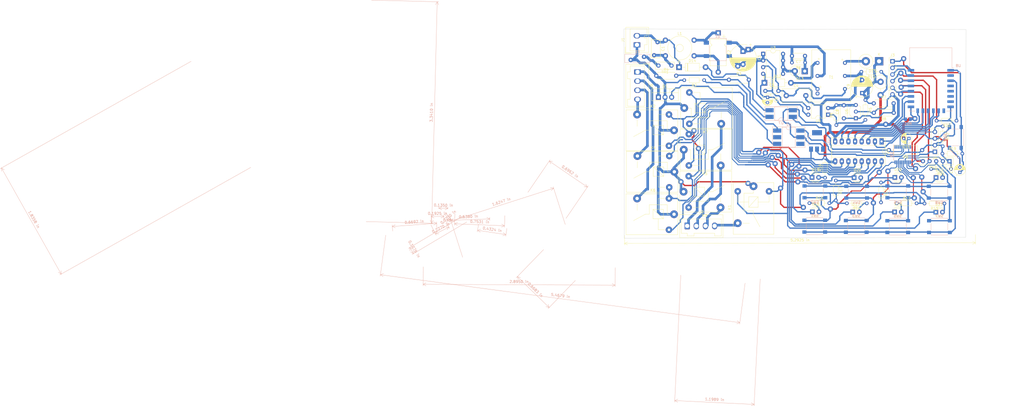
<source format=kicad_pcb>
(kicad_pcb (version 20171130) (host pcbnew "(5.1.10)-1")
  (layers (0 F.Cu jumper) (31 B.Cu mixed) (35 F.Paste user) (37 F.SilkS user) (38 B.Mask user) (39 F.Mask user) (44 Edge.Cuts user))
  (net 0 "")
  (net 1 "Net-(C3-Pad2)")
  (net 2 "Net-(C3-Pad1)")
  (net 3 GND)
  (net 4 "Net-(C6-Pad1)")
  (net 5 "Net-(C8-Pad1)")
  (net 6 "Net-(C9-Pad1)")
  (net 7 "Net-(C2-Pad1)")
  (net 8 "Net-(C2-Pad2)")
  (net 9 "Net-(C7-Pad1)")
  (net 10 +5V)
  (net 11 "Net-(T1-Pad5)")
  (net 12 "Net-(C5-Pad1)")
  (net 13 GNDPWR)
  (net 14 "Net-(C1-Pad1)")
  (net 15 "Net-(C8-Pad2)")
  (net 16 "Net-(C10-Pad1)")
  (net 17 "Net-(D12-Pad2)")
  (net 18 "Net-(D13-Pad2)")
  (net 19 "Net-(D15-Pad2)")
  (net 20 "Net-(D16-Pad2)")
  (net 21 "Net-(D17-Pad2)")
  (net 22 "Net-(D18-Pad2)")
  (net 23 "Net-(D19-Pad2)")
  (net 24 "Net-(D20-Pad2)")
  (net 25 "Net-(D21-Pad2)")
  (net 26 "Net-(D22-Pad2)")
  (net 27 "Net-(D23-Pad2)")
  (net 28 "Net-(J2-Pad4)")
  (net 29 "Net-(J2-Pad3)")
  (net 30 "Net-(J2-Pad2)")
  (net 31 "Net-(J2-Pad1)")
  (net 32 "Net-(J3-Pad5)")
  (net 33 "Net-(J3-Pad3)")
  (net 34 +3V3)
  (net 35 "Net-(Q1-Pad3)")
  (net 36 "Net-(R2-Pad1)")
  (net 37 "Net-(R3-Pad1)")
  (net 38 "Net-(R5-Pad2)")
  (net 39 "Net-(R11-Pad1)")
  (net 40 "Net-(U8-Pad9)")
  (net 41 "Net-(U8-Pad7)")
  (net 42 "Net-(U8-Pad2)")
  (net 43 "Net-(C11-Pad1)")
  (net 44 "Net-(U9-Pad1)")
  (net 45 "Net-(U2-Pad3)")
  (net 46 "Net-(U2-Pad5)")
  (net 47 "Net-(RN1-Pad5)")
  (net 48 "Net-(RN1-Pad4)")
  (net 49 "Net-(RN1-Pad3)")
  (net 50 "Net-(RN1-Pad2)")
  (net 51 "Net-(D16-Pad1)")
  (net 52 "Net-(D17-Pad1)")
  (net 53 "Net-(D18-Pad1)")
  (net 54 "Net-(D19-Pad1)")
  (net 55 "Net-(D20-Pad1)")
  (net 56 "Net-(D21-Pad1)")
  (net 57 "Net-(D22-Pad1)")
  (net 58 "Net-(U8-Pad5)")
  (net 59 "Net-(U8-Pad4)")
  (net 60 "Net-(J5-Pad3)")
  (net 61 "Net-(J5-Pad2)")
  (net 62 "Net-(J5-Pad1)")
  (net 63 "Net-(F1-Pad2)")
  (net 64 "Net-(F1-Pad1)")
  (net 65 "Net-(J3-Pad2)")
  (net 66 LINE)
  (net 67 "Net-(SW1-Pad1)")
  (net 68 "Net-(SW3-Pad1)")
  (net 69 "Net-(SW5-Pad1)")
  (net 70 "Net-(SW7-Pad1)")
  (net 71 Vdrive)
  (net 72 "Net-(U4-Pad7)")
  (net 73 "Net-(U4-Pad5)")
  (net 74 "Net-(U4-Pad4)")
  (net 75 "Net-(U4-Pad3)")
  (net 76 "Net-(U4-Pad2)")
  (net 77 "Net-(U4-Pad1)")
  (net 78 "Net-(U8-Pad6)")
  (net 79 "Net-(U9-Pad10)")
  (net 80 "Net-(U9-Pad3)")
  (net 81 "Net-(U9-Pad2)")
  (net 82 "Net-(D23-Pad1)")
  (net 83 "Net-(R20-Pad1)")
  (net 84 "Net-(J4-Pad4)")
  (net 85 "Net-(J5-Pad4)")
  (net 86 "Net-(D14-Pad2)")
  (module Capacitor_THT:CP_Radial_D4.0mm_P2.00mm (layer F.Cu) (at 170.0149 78.6257 270)
    (fp_text reference C6 (at 1 -3.25 90) (layer F.SilkS))
    (fp_text value 16uf)
    (pad 2 thru_hole circle (at 2 0 270) (size 1.2 1.2) (drill 0.6) (layers *.Cu *.Mask) (net 1 "Net-(C3-Pad2)"))
    (pad 1 thru_hole rect (at 0 0 270) (size 1.2 1.2) (drill 0.6) (layers *.Cu *.Mask) (net 4 "Net-(C6-Pad1)"))
  )
  (module "transformer_custom:5v_1_A_flyback transformer 78_5_11" (layer F.Cu) (at 194.4116 70.4215)
    (fp_text reference T1 (at 0 0.5) (layer F.SilkS))
    (fp_text value LL1587)
    (pad 5 thru_hole circle (at -5.25 6.75) (size 1.524 1.524) (drill 0.762) (layers *.Cu *.Mask) (net 11 "Net-(T1-Pad5)"))
    (pad 1 thru_hole circle (at -5.25 -5) (size 1.524 1.524) (drill 0.762) (layers *.Cu *.Mask) (net 18 "Net-(D13-Pad2)"))
    (pad 8 thru_hole circle (at 5.25 -5) (size 1.524 1.524) (drill 0.762) (layers *.Cu *.Mask) (net 19 "Net-(D15-Pad2)"))
    (pad 4 thru_hole circle (at -5.25 5) (size 1.524 1.524) (drill 0.762) (layers *.Cu *.Mask) (net 17 "Net-(D12-Pad2)"))
    (pad 3 thru_hole circle (at 5.25 5) (size 1.524 1.524) (drill 0.762) (layers *.Cu *.Mask) (net 1 "Net-(C3-Pad2)"))
    (pad 6 thru_hole circle (at 5.25 0) (size 1.524 1.524) (drill 0.762) (layers *.Cu *.Mask) (net 3 GND))
    (pad 2 thru_hole circle (at -5.25 0) (size 1.524 1.524) (drill 0.762) (layers *.Cu *.Mask) (net 2 "Net-(C3-Pad1)"))
  )
  (module Resistor_THT:R_Axial_DIN0204_L3.6mm_D1.6mm_P7.62mm_Horizontal (layer F.Cu) (at 192.0367 109.4232 90)
    (fp_text reference R16 (at 3.81 -1.92 90) (layer F.SilkS))
    (fp_text value R)
    (pad 2 thru_hole oval (at 7.62 0 90) (size 1.4 1.4) (drill 0.7) (layers *.Cu *.Mask) (net 10 +5V))
    (pad 1 thru_hole circle (at 0 0 90) (size 1.4 1.4) (drill 0.7) (layers *.Cu *.Mask) (net 23 "Net-(D19-Pad2)"))
  )
  (module Resistor_THT:R_Axial_DIN0204_L3.6mm_D1.6mm_P7.62mm_Horizontal (layer F.Cu) (at 207.5053 79.6417 270)
    (fp_text reference R5 (at 3.81 -1.92 90) (layer F.SilkS))
    (fp_text value 2k)
    (pad 2 thru_hole oval (at 7.62 0 270) (size 1.4 1.4) (drill 0.7) (layers *.Cu *.Mask) (net 38 "Net-(R5-Pad2)"))
    (pad 1 thru_hole circle (at 0 0 270) (size 1.4 1.4) (drill 0.7) (layers *.Cu *.Mask) (net 6 "Net-(C9-Pad1)"))
  )
  (module Resistor_THT:R_Axial_DIN0204_L3.6mm_D1.6mm_P7.62mm_Horizontal (layer F.Cu) (at 196.3801 89.2429 90)
    (fp_text reference R6 (at 3.81 -1.92 90) (layer F.SilkS))
    (fp_text value 2k)
    (pad 2 thru_hole oval (at 7.62 0 90) (size 1.4 1.4) (drill 0.7) (layers *.Cu *.Mask) (net 15 "Net-(C8-Pad2)"))
    (pad 1 thru_hole circle (at 0 0 90) (size 1.4 1.4) (drill 0.7) (layers *.Cu *.Mask) (net 38 "Net-(R5-Pad2)"))
  )
  (module Package_DIP:DIP-4_W7.62mm (layer F.Cu) (at 193.2305 85.2805 180)
    (fp_text reference U5 (at 3.81 -2.33) (layer F.SilkS))
    (fp_text value PC817)
    (pad 4 thru_hole oval (at 7.62 0 180) (size 1.6 1.6) (drill 0.8) (layers *.Cu *.Mask) (net 4 "Net-(C6-Pad1)"))
    (pad 2 thru_hole oval (at 0 2.54 180) (size 1.6 1.6) (drill 0.8) (layers *.Cu *.Mask) (net 15 "Net-(C8-Pad2)"))
    (pad 3 thru_hole oval (at 7.62 2.54 180) (size 1.6 1.6) (drill 0.8) (layers *.Cu *.Mask) (net 12 "Net-(C5-Pad1)"))
    (pad 1 thru_hole rect (at 0 0 180) (size 1.6 1.6) (drill 0.8) (layers *.Cu *.Mask) (net 38 "Net-(R5-Pad2)"))
  )
  (module Package_DIP:DIP-6_W8.89mm_SMDSocket_LongPads (layer B.Cu) (at 178.1429 93.9038 180)
    (fp_text reference U2 (at 0 4.87) (layer B.SilkS) (effects (justify mirror)))
    (fp_text value MOC3020M)
    (pad 6 smd rect (at 4.445 2.54 180) (size 3.1 1.6) (layers B.Cu B.Paste B.Mask) (net 36 "Net-(R2-Pad1)"))
    (pad 3 smd rect (at -4.445 -2.54 180) (size 3.1 1.6) (layers B.Cu B.Paste B.Mask) (net 45 "Net-(U2-Pad3)"))
    (pad 5 smd rect (at 4.445 0 180) (size 3.1 1.6) (layers B.Cu B.Paste B.Mask) (net 46 "Net-(U2-Pad5)"))
    (pad 2 smd rect (at -4.445 0 180) (size 3.1 1.6) (layers B.Cu B.Paste B.Mask) (net 3 GND))
    (pad 4 smd rect (at 4.445 -2.54 180) (size 3.1 1.6) (layers B.Cu B.Paste B.Mask) (net 35 "Net-(Q1-Pad3)"))
    (pad 1 smd rect (at -4.445 2.54 180) (size 3.1 1.6) (layers B.Cu B.Paste B.Mask) (net 71 Vdrive))
  )
  (module Package_TO_SOT_SMD:SOT-223 (layer B.Cu) (at 188.976 95.3262 90)
    (fp_text reference U1 (at 0 4.5 90) (layer B.SilkS) (effects (justify mirror)))
    (fp_text value AZ1117-3.3)
    (pad 4 smd rect (at 3.15 0 90) (size 2 3.8) (layers B.Cu B.Paste B.Mask))
    (pad 2 smd rect (at -3.15 0 90) (size 2 1.5) (layers B.Cu B.Paste B.Mask) (net 34 +3V3))
    (pad 3 smd rect (at -3.15 -2.3 90) (size 2 1.5) (layers B.Cu B.Paste B.Mask) (net 10 +5V))
    (pad 1 smd rect (at -3.15 2.3 90) (size 2 1.5) (layers B.Cu B.Paste B.Mask) (net 3 GND))
  )
  (module Resistor_THT:R_Axial_DIN0207_L6.3mm_D2.5mm_P7.62mm_Horizontal (layer F.Cu) (at 218.3511 84.5439 180)
    (fp_text reference R8 (at 3.81 -2.37) (layer F.SilkS))
    (fp_text value 2.5)
    (pad 2 thru_hole oval (at 7.62 0 180) (size 1.6 1.6) (drill 0.8) (layers *.Cu *.Mask) (net 3 GND))
    (pad 1 thru_hole circle (at 0 0 180) (size 1.6 1.6) (drill 0.8) (layers *.Cu *.Mask) (net 5 "Net-(C8-Pad1)"))
  )
  (module Package_SO:TSSOP-20_4.4x6.5mm_P0.65mm (layer B.Cu) (at 221.7928 100.5459 270)
    (fp_text reference U9 (at 0 4.3 90) (layer B.SilkS) (effects (justify mirror)))
    (fp_text value STM8S003F3P)
    (pad 20 smd rect (at 2.95 2.925 270) (size 1.45 0.45) (layers B.Cu B.Paste B.Mask) (net 67 "Net-(SW1-Pad1)"))
    (pad 19 smd rect (at 2.95 2.275 270) (size 1.45 0.45) (layers B.Cu B.Paste B.Mask) (net 68 "Net-(SW3-Pad1)"))
    (pad 18 smd rect (at 2.95 1.625 270) (size 1.45 0.45) (layers B.Cu B.Paste B.Mask) (net 82 "Net-(D23-Pad1)"))
    (pad 17 smd rect (at 2.95 0.975 270) (size 1.45 0.45) (layers B.Cu B.Paste B.Mask) (net 69 "Net-(SW5-Pad1)"))
    (pad 16 smd rect (at 2.95 0.325 270) (size 1.45 0.45) (layers B.Cu B.Paste B.Mask) (net 70 "Net-(SW7-Pad1)"))
    (pad 15 smd rect (at 2.95 -0.325 270) (size 1.45 0.45) (layers B.Cu B.Paste B.Mask) (net 49 "Net-(RN1-Pad3)"))
    (pad 14 smd rect (at 2.95 -0.975 270) (size 1.45 0.45) (layers B.Cu B.Paste B.Mask) (net 50 "Net-(RN1-Pad2)"))
    (pad 13 smd rect (at 2.95 -1.625 270) (size 1.45 0.45) (layers B.Cu B.Paste B.Mask) (net 32 "Net-(J3-Pad5)"))
    (pad 12 smd rect (at 2.95 -2.275 270) (size 1.45 0.45) (layers B.Cu B.Paste B.Mask) (net 48 "Net-(RN1-Pad4)"))
    (pad 11 smd rect (at 2.95 -2.925 270) (size 1.45 0.45) (layers B.Cu B.Paste B.Mask) (net 47 "Net-(RN1-Pad5)"))
    (pad 10 smd rect (at -2.95 -2.925 270) (size 1.45 0.45) (layers B.Cu B.Paste B.Mask) (net 79 "Net-(U9-Pad10)"))
    (pad 9 smd rect (at -2.95 -2.275 270) (size 1.45 0.45) (layers B.Cu B.Paste B.Mask) (net 34 +3V3))
    (pad 8 smd rect (at -2.95 -1.625 270) (size 1.45 0.45) (layers B.Cu B.Paste B.Mask) (net 43 "Net-(C11-Pad1)"))
    (pad 7 smd rect (at -2.95 -0.975 270) (size 1.45 0.45) (layers B.Cu B.Paste B.Mask) (net 3 GND))
    (pad 6 smd rect (at -2.95 -0.325 270) (size 1.45 0.45) (layers B.Cu B.Paste B.Mask) (net 71 Vdrive))
    (pad 5 smd rect (at -2.95 0.325 270) (size 1.45 0.45) (layers B.Cu B.Paste B.Mask) (net 66 LINE))
    (pad 4 smd rect (at -2.95 0.975 270) (size 1.45 0.45) (layers B.Cu B.Paste B.Mask) (net 84 "Net-(J4-Pad4)"))
    (pad 3 smd rect (at -2.95 1.625 270) (size 1.45 0.45) (layers B.Cu B.Paste B.Mask) (net 80 "Net-(U9-Pad3)"))
    (pad 2 smd rect (at -2.95 2.275 270) (size 1.45 0.45) (layers B.Cu B.Paste B.Mask) (net 81 "Net-(U9-Pad2)"))
    (pad 1 smd rect (at -2.95 2.925 270) (size 1.45 0.45) (layers B.Cu B.Paste B.Mask) (net 44 "Net-(U9-Pad1)"))
  )
  (module Capacitor_THT:CP_Radial_D4.0mm_P2.00mm (layer F.Cu) (at 224.1804 94.3864 180)
    (fp_text reference C11 (at 1 -3.25) (layer F.SilkS))
    (fp_text value CAP)
    (pad 2 thru_hole circle (at 2 0 180) (size 1.2 1.2) (drill 0.6) (layers *.Cu *.Mask) (net 3 GND))
    (pad 1 thru_hole rect (at 0 0 180) (size 1.2 1.2) (drill 0.6) (layers *.Cu *.Mask) (net 43 "Net-(C11-Pad1)"))
  )
  (module Resistor_THT:R_Axial_DIN0204_L3.6mm_D1.6mm_P7.62mm_Horizontal (layer F.Cu) (at 196.1769 110.49 270)
    (fp_text reference R17 (at 3.81 -1.92 90) (layer F.SilkS))
    (fp_text value R)
    (pad 2 thru_hole oval (at 7.62 0 270) (size 1.4 1.4) (drill 0.7) (layers *.Cu *.Mask) (net 10 +5V))
    (pad 1 thru_hole circle (at 0 0 270) (size 1.4 1.4) (drill 0.7) (layers *.Cu *.Mask) (net 24 "Net-(D20-Pad2)"))
  )
  (module Resistor_THT:R_Axial_DIN0204_L3.6mm_D1.6mm_P7.62mm_Horizontal (layer F.Cu) (at 240.3094 106.0577 180)
    (fp_text reference R21 (at 3.81 -1.92) (layer F.SilkS))
    (fp_text value R)
    (pad 2 thru_hole oval (at 7.62 0 180) (size 1.4 1.4) (drill 0.7) (layers *.Cu *.Mask) (net 27 "Net-(D23-Pad2)"))
    (pad 1 thru_hole circle (at 0 0 180) (size 1.4 1.4) (drill 0.7) (layers *.Cu *.Mask) (net 34 +3V3))
  )
  (module Resistor_THT:R_Axial_DIN0204_L3.6mm_D1.6mm_P7.62mm_Horizontal (layer F.Cu) (at 213.4743 111.252 270)
    (fp_text reference R18 (at 3.81 -1.92 90) (layer F.SilkS))
    (fp_text value R)
    (pad 2 thru_hole oval (at 7.62 0 270) (size 1.4 1.4) (drill 0.7) (layers *.Cu *.Mask) (net 10 +5V))
    (pad 1 thru_hole circle (at 0 0 270) (size 1.4 1.4) (drill 0.7) (layers *.Cu *.Mask) (net 25 "Net-(D21-Pad2)"))
  )
  (module Resistor_THT:R_Axial_DIN0204_L3.6mm_D1.6mm_P7.62mm_Horizontal (layer F.Cu) (at 186.055 119.1514)
    (fp_text reference R15 (at 3.81 -1.92) (layer F.SilkS))
    (fp_text value R)
    (pad 2 thru_hole oval (at 7.62 0) (size 1.4 1.4) (drill 0.7) (layers *.Cu *.Mask) (net 10 +5V))
    (pad 1 thru_hole circle (at 0 0) (size 1.4 1.4) (drill 0.7) (layers *.Cu *.Mask) (net 22 "Net-(D18-Pad2)"))
  )
  (module Resistor_THT:R_Axial_DIN0204_L3.6mm_D1.6mm_P7.62mm_Horizontal (layer F.Cu) (at 208.026 119.2276 180)
    (fp_text reference R14 (at 3.81 -1.92) (layer F.SilkS))
    (fp_text value R)
    (pad 2 thru_hole oval (at 7.62 0 180) (size 1.4 1.4) (drill 0.7) (layers *.Cu *.Mask) (net 10 +5V))
    (pad 1 thru_hole circle (at 0 0 180) (size 1.4 1.4) (drill 0.7) (layers *.Cu *.Mask) (net 21 "Net-(D17-Pad2)"))
  )
  (module Resistor_THT:R_Axial_DIN0204_L3.6mm_D1.6mm_P7.62mm_Horizontal (layer F.Cu) (at 237.7567 119.2911 180)
    (fp_text reference R13 (at 3.81 -1.92) (layer F.SilkS))
    (fp_text value R)
    (pad 2 thru_hole oval (at 7.62 0 180) (size 1.4 1.4) (drill 0.7) (layers *.Cu *.Mask) (net 10 +5V))
    (pad 1 thru_hole circle (at 0 0 180) (size 1.4 1.4) (drill 0.7) (layers *.Cu *.Mask) (net 26 "Net-(D22-Pad2)"))
  )
  (module Resistor_THT:R_Axial_DIN0204_L3.6mm_D1.6mm_P7.62mm_Horizontal (layer F.Cu) (at 219.4941 119.2276)
    (fp_text reference R12 (at 3.81 -1.92) (layer F.SilkS))
    (fp_text value R)
    (pad 2 thru_hole oval (at 7.62 0) (size 1.4 1.4) (drill 0.7) (layers *.Cu *.Mask) (net 10 +5V))
    (pad 1 thru_hole circle (at 0 0) (size 1.4 1.4) (drill 0.7) (layers *.Cu *.Mask) (net 20 "Net-(D16-Pad2)"))
  )
  (module Resistor_THT:R_Axial_DIN0204_L3.6mm_D1.6mm_P7.62mm_Horizontal (layer F.Cu) (at 213.5759 68.834 180)
    (fp_text reference R10 (at 3.81 -1.92) (layer F.SilkS))
    (fp_text value R)
    (pad 2 thru_hole oval (at 7.62 0 180) (size 1.4 1.4) (drill 0.7) (layers *.Cu *.Mask) (net 3 GND))
    (pad 1 thru_hole circle (at 0 0 180) (size 1.4 1.4) (drill 0.7) (layers *.Cu *.Mask) (net 10 +5V))
  )
  (module Resistor_THT:R_Axial_DIN0204_L3.6mm_D1.6mm_P5.08mm_Horizontal (layer F.Cu) (at 184.4294 65.3161 180)
    (fp_text reference R1 (at 2.54 -1.92) (layer F.SilkS))
    (fp_text value 120k)
    (pad 2 thru_hole oval (at 5.08 0 180) (size 1.4 1.4) (drill 0.7) (layers *.Cu *.Mask) (net 2 "Net-(C3-Pad1)"))
    (pad 1 thru_hole circle (at 0 0 180) (size 1.4 1.4) (drill 0.7) (layers *.Cu *.Mask) (net 9 "Net-(C7-Pad1)"))
  )
  (module Resistor_THT:R_Axial_DIN0204_L3.6mm_D1.6mm_P7.62mm_Horizontal (layer F.Cu) (at 242.3922 87.5792 180)
    (fp_text reference R20 (at 3.81 -1.92) (layer F.SilkS))
    (fp_text value R)
    (pad 2 thru_hole oval (at 7.62 0 180) (size 1.4 1.4) (drill 0.7) (layers *.Cu *.Mask) (net 34 +3V3))
    (pad 1 thru_hole circle (at 0 0 180) (size 1.4 1.4) (drill 0.7) (layers *.Cu *.Mask) (net 83 "Net-(R20-Pad1)"))
  )
  (module Diode_THT:D_DO-201AD_P5.08mm_Vertical_KathodeUp (layer F.Cu) (at 212.7504 64.8081 180)
    (fp_text reference D15 (at 2.54 -3.72) (layer F.SilkS))
    (fp_text value 1N5822)
    (fp_text user K (at 0 2.6) (layer F.SilkS))
    (pad 2 thru_hole oval (at 5.08 0 180) (size 3.2 3.2) (drill 1.6) (layers *.Cu *.Mask) (net 19 "Net-(D15-Pad2)"))
    (pad 1 thru_hole rect (at 0 0 180) (size 3.2 3.2) (drill 1.6) (layers *.Cu *.Mask) (net 6 "Net-(C9-Pad1)"))
  )
  (module Package_DIP:DIP-16_W7.62mm_Socket_LongPads (layer F.Cu) (at 213.7029 95.5167 270)
    (fp_text reference U4 (at 3.81 -2.33 90) (layer F.SilkS))
    (fp_text value ULN2801A)
    (pad 16 thru_hole oval (at 7.62 0 270) (size 2.4 1.6) (drill 0.8) (layers *.Cu *.Mask) (net 56 "Net-(D21-Pad1)"))
    (pad 8 thru_hole oval (at 0 17.78 270) (size 2.4 1.6) (drill 0.8) (layers *.Cu *.Mask) (net 3 GND))
    (pad 15 thru_hole oval (at 7.62 2.54 270) (size 2.4 1.6) (drill 0.8) (layers *.Cu *.Mask) (net 55 "Net-(D20-Pad1)"))
    (pad 7 thru_hole oval (at 0 15.24 270) (size 2.4 1.6) (drill 0.8) (layers *.Cu *.Mask) (net 72 "Net-(U4-Pad7)"))
    (pad 14 thru_hole oval (at 7.62 5.08 270) (size 2.4 1.6) (drill 0.8) (layers *.Cu *.Mask) (net 54 "Net-(D19-Pad1)"))
    (pad 6 thru_hole oval (at 0 12.7 270) (size 2.4 1.6) (drill 0.8) (layers *.Cu *.Mask) (net 39 "Net-(R11-Pad1)"))
    (pad 13 thru_hole oval (at 7.62 7.62 270) (size 2.4 1.6) (drill 0.8) (layers *.Cu *.Mask) (net 53 "Net-(D18-Pad1)"))
    (pad 5 thru_hole oval (at 0 10.16 270) (size 2.4 1.6) (drill 0.8) (layers *.Cu *.Mask) (net 73 "Net-(U4-Pad5)"))
    (pad 12 thru_hole oval (at 7.62 10.16 270) (size 2.4 1.6) (drill 0.8) (layers *.Cu *.Mask) (net 52 "Net-(D17-Pad1)"))
    (pad 4 thru_hole oval (at 0 7.62 270) (size 2.4 1.6) (drill 0.8) (layers *.Cu *.Mask) (net 74 "Net-(U4-Pad4)"))
    (pad 11 thru_hole oval (at 7.62 12.7 270) (size 2.4 1.6) (drill 0.8) (layers *.Cu *.Mask) (net 51 "Net-(D16-Pad1)"))
    (pad 3 thru_hole oval (at 0 5.08 270) (size 2.4 1.6) (drill 0.8) (layers *.Cu *.Mask) (net 75 "Net-(U4-Pad3)"))
    (pad 10 thru_hole oval (at 7.62 15.24 270) (size 2.4 1.6) (drill 0.8) (layers *.Cu *.Mask) (net 57 "Net-(D22-Pad1)"))
    (pad 2 thru_hole oval (at 0 2.54 270) (size 2.4 1.6) (drill 0.8) (layers *.Cu *.Mask) (net 76 "Net-(U4-Pad2)"))
    (pad 9 thru_hole oval (at 7.62 17.78 270) (size 2.4 1.6) (drill 0.8) (layers *.Cu *.Mask) (net 10 +5V))
    (pad 1 thru_hole rect (at 0 0 270) (size 2.4 1.6) (drill 0.8) (layers *.Cu *.Mask) (net 77 "Net-(U4-Pad1)"))
  )
  (module Button_Switch_SMD:SW_Push_1P1T_NO_6x6mm_H9.5mm (layer B.Cu) (at 235.7501 114.9604)
    (fp_text reference SW8 (at 0 4.05) (layer B.SilkS) (effects (justify mirror)))
    (fp_text value SW_Push)
    (pad 2 smd rect (at 3.975 -2.25) (size 1.55 1.3) (layers B.Cu B.Paste B.Mask) (net 49 "Net-(RN1-Pad3)"))
    (pad 1 smd rect (at 3.975 2.25) (size 1.55 1.3) (layers B.Cu B.Paste B.Mask) (net 70 "Net-(SW7-Pad1)"))
    (pad 1 smd rect (at -3.975 2.25) (size 1.55 1.3) (layers B.Cu B.Paste B.Mask) (net 70 "Net-(SW7-Pad1)"))
    (pad 2 smd rect (at -3.975 -2.25) (size 1.55 1.3) (layers B.Cu B.Paste B.Mask) (net 49 "Net-(RN1-Pad3)"))
  )
  (module Button_Switch_SMD:SW_Push_1P1T_NO_6x6mm_H9.5mm (layer B.Cu) (at 204.1525 114.935)
    (fp_text reference SW4 (at 0 4.05) (layer B.SilkS) (effects (justify mirror)))
    (fp_text value SW_Push)
    (pad 2 smd rect (at 3.975 -2.25) (size 1.55 1.3) (layers B.Cu B.Paste B.Mask) (net 49 "Net-(RN1-Pad3)"))
    (pad 1 smd rect (at 3.975 2.25) (size 1.55 1.3) (layers B.Cu B.Paste B.Mask) (net 68 "Net-(SW3-Pad1)"))
    (pad 1 smd rect (at -3.975 2.25) (size 1.55 1.3) (layers B.Cu B.Paste B.Mask) (net 68 "Net-(SW3-Pad1)"))
    (pad 2 smd rect (at -3.975 -2.25) (size 1.55 1.3) (layers B.Cu B.Paste B.Mask) (net 49 "Net-(RN1-Pad3)"))
  )
  (module Connector_PinHeader_2.54mm:PinHeader_1x06_P2.54mm_Vertical (layer F.Cu) (at 217.8812 64.8081)
    (fp_text reference J3 (at 0 -2.33) (layer F.SilkS))
    (fp_text value Conn_01x07_Male)
    (pad 6 thru_hole oval (at 0 12.7) (size 1.7 1.7) (drill 1) (layers *.Cu *.Mask) (net 3 GND))
    (pad 5 thru_hole oval (at 0 10.16) (size 1.7 1.7) (drill 1) (layers *.Cu *.Mask) (net 32 "Net-(J3-Pad5)"))
    (pad 4 thru_hole oval (at 0 7.62) (size 1.7 1.7) (drill 1) (layers *.Cu *.Mask) (net 34 +3V3))
    (pad 3 thru_hole oval (at 0 5.08) (size 1.7 1.7) (drill 1) (layers *.Cu *.Mask) (net 33 "Net-(J3-Pad3)"))
    (pad 2 thru_hole oval (at 0 2.54) (size 1.7 1.7) (drill 1) (layers *.Cu *.Mask) (net 65 "Net-(J3-Pad2)"))
    (pad 1 thru_hole rect (at 0 0) (size 1.7 1.7) (drill 1) (layers *.Cu *.Mask) (net 16 "Net-(C10-Pad1)"))
  )
  (module Resistor_THT:R_Axial_DIN0204_L3.6mm_D1.6mm_P7.62mm_Horizontal (layer F.Cu) (at 237.0074 100.1903)
    (fp_text reference R19 (at 3.81 -1.92) (layer F.SilkS))
    (fp_text value R)
    (pad 2 thru_hole oval (at 7.62 0) (size 1.4 1.4) (drill 0.7) (layers *.Cu *.Mask) (net 16 "Net-(C10-Pad1)"))
    (pad 1 thru_hole circle (at 0 0) (size 1.4 1.4) (drill 0.7) (layers *.Cu *.Mask) (net 34 +3V3))
  )
  (module Resistor_THT:R_Axial_DIN0204_L3.6mm_D1.6mm_P7.62mm_Horizontal (layer F.Cu) (at 237.109 89.7636 270)
    (fp_text reference R22 (at 3.81 -1.92 90) (layer F.SilkS))
    (fp_text value R)
    (pad 2 thru_hole oval (at 7.62 0 270) (size 1.4 1.4) (drill 0.7) (layers *.Cu *.Mask) (net 34 +3V3))
    (pad 1 thru_hole circle (at 0 0 270) (size 1.4 1.4) (drill 0.7) (layers *.Cu *.Mask) (net 84 "Net-(J4-Pad4)"))
  )
  (module LED_THT:LED_D3.0mm (layer F.Cu) (at 218.7575 109.2962)
    (fp_text reference D21 (at 1.27 -2.96) (layer F.SilkS))
    (fp_text value LED)
    (pad 2 thru_hole circle (at 2.54 0) (size 1.8 1.8) (drill 0.9) (layers *.Cu *.Mask) (net 25 "Net-(D21-Pad2)"))
    (pad 1 thru_hole rect (at 0 0) (size 1.8 1.8) (drill 0.9) (layers *.Cu *.Mask) (net 56 "Net-(D21-Pad1)"))
  )
  (module RF_Module:ESP-12E (layer B.Cu) (at 232.537 71.7677 180)
    (fp_text reference U8 (at -10.56 5.26) (layer B.SilkS) (effects (justify mirror)))
    (fp_text value ESP-12E)
    (pad 1 smd rect (at -7.6 3.5 180) (size 2.5 1) (layers B.Cu B.Paste B.Mask) (net 16 "Net-(C10-Pad1)"))
    (pad 2 smd rect (at -7.6 1.5 180) (size 2.5 1) (layers B.Cu B.Paste B.Mask) (net 42 "Net-(U8-Pad2)"))
    (pad 3 smd rect (at -7.6 -0.5 180) (size 2.5 1) (layers B.Cu B.Paste B.Mask) (net 83 "Net-(R20-Pad1)"))
    (pad 4 smd rect (at -7.6 -2.5 180) (size 2.5 1) (layers B.Cu B.Paste B.Mask) (net 59 "Net-(U8-Pad4)"))
    (pad 5 smd rect (at -7.6 -4.5 180) (size 2.5 1) (layers B.Cu B.Paste B.Mask) (net 58 "Net-(U8-Pad5)"))
    (pad 6 smd rect (at -7.6 -6.5 180) (size 2.5 1) (layers B.Cu B.Paste B.Mask) (net 78 "Net-(U8-Pad6)"))
    (pad 7 smd rect (at -7.6 -8.5 180) (size 2.5 1) (layers B.Cu B.Paste B.Mask) (net 41 "Net-(U8-Pad7)"))
    (pad 8 smd rect (at -7.6 -10.5 180) (size 2.5 1) (layers B.Cu B.Paste B.Mask) (net 34 +3V3))
    (pad 9 smd rect (at -5 -12 180) (size 1 1.8) (layers B.Cu B.Paste B.Mask) (net 40 "Net-(U8-Pad9)"))
    (pad 10 smd rect (at -3 -12 180) (size 1 1.8) (layers B.Cu B.Paste B.Mask) (net 76 "Net-(U4-Pad2)"))
    (pad 11 smd rect (at -1 -12 180) (size 1 1.8) (layers B.Cu B.Paste B.Mask) (net 77 "Net-(U4-Pad1)"))
    (pad 12 smd rect (at 1 -12 180) (size 1 1.8) (layers B.Cu B.Paste B.Mask) (net 75 "Net-(U4-Pad3)"))
    (pad 13 smd rect (at 3 -12 180) (size 1 1.8) (layers B.Cu B.Paste B.Mask) (net 74 "Net-(U4-Pad4)"))
    (pad 14 smd rect (at 5 -12 180) (size 1 1.8) (layers B.Cu B.Paste B.Mask) (net 73 "Net-(U4-Pad5)"))
    (pad 15 smd rect (at 7.6 -10.5 180) (size 2.5 1) (layers B.Cu B.Paste B.Mask) (net 3 GND))
    (pad 16 smd rect (at 7.6 -8.5 180) (size 2.5 1) (layers B.Cu B.Paste B.Mask) (net 39 "Net-(R11-Pad1)"))
    (pad 17 smd rect (at 7.6 -6.5 180) (size 2.5 1) (layers B.Cu B.Paste B.Mask) (net 72 "Net-(U4-Pad7)"))
    (pad 18 smd rect (at 7.6 -4.5 180) (size 2.5 1) (layers B.Cu B.Paste B.Mask) (net 32 "Net-(J3-Pad5)"))
    (pad 19 smd rect (at 7.6 -2.5 180) (size 2.5 1) (layers B.Cu B.Paste B.Mask) (net 47 "Net-(RN1-Pad5)"))
    (pad 20 smd rect (at 7.6 -0.5 180) (size 2.5 1) (layers B.Cu B.Paste B.Mask) (net 48 "Net-(RN1-Pad4)"))
    (pad 21 smd rect (at 7.6 1.5 180) (size 2.5 1) (layers B.Cu B.Paste B.Mask) (net 33 "Net-(J3-Pad3)"))
    (pad 22 smd rect (at 7.6 3.5 180) (size 2.5 1) (layers B.Cu B.Paste B.Mask) (net 65 "Net-(J3-Pad2)"))
  )
  (module Capacitor_THT:C_Disc_D4.7mm_W2.5mm_P5.00mm (layer F.Cu) (at 199.2503 86.6648 90)
    (fp_text reference C8 (at 2.5 -2.5 90) (layer F.SilkS))
    (fp_text value 100nf)
    (pad 2 thru_hole circle (at 5 0 90) (size 1.6 1.6) (drill 0.8) (layers *.Cu *.Mask) (net 15 "Net-(C8-Pad2)"))
    (pad 1 thru_hole circle (at 0 0 90) (size 1.6 1.6) (drill 0.8) (layers *.Cu *.Mask) (net 5 "Net-(C8-Pad1)"))
  )
  (module Capacitor_THT:C_Disc_D4.3mm_W1.9mm_P5.00mm (layer F.Cu) (at 169.1894 76.1746)
    (fp_text reference C5 (at 2.5 -2.2) (layer F.SilkS))
    (fp_text value C_Small)
    (pad 2 thru_hole circle (at 5 0) (size 1.6 1.6) (drill 0.8) (layers *.Cu *.Mask) (net 1 "Net-(C3-Pad2)"))
    (pad 1 thru_hole circle (at 0 0) (size 1.6 1.6) (drill 0.8) (layers *.Cu *.Mask) (net 12 "Net-(C5-Pad1)"))
  )
  (module Capacitor_THT:CP_Radial_D4.0mm_P2.00mm (layer F.Cu) (at 243.7003 107.3785 90)
    (fp_text reference C10 (at 1 -3.25 90) (layer F.SilkS))
    (fp_text value 10uf)
    (pad 2 thru_hole circle (at 2 0 90) (size 1.2 1.2) (drill 0.6) (layers *.Cu *.Mask) (net 3 GND))
    (pad 1 thru_hole rect (at 0 0 90) (size 1.2 1.2) (drill 0.6) (layers *.Cu *.Mask) (net 16 "Net-(C10-Pad1)"))
  )
  (module Diode_SMD:Diode_Bridge_Vishay_DFS (layer B.Cu) (at 150.9522 60.2615 180)
    (fp_text reference D1 (at 0 5.1 180) (layer B.SilkS) (effects (justify mirror)))
    (fp_text value DF04M)
    (pad 4 smd rect (at 4.37 2.55 180) (size 2 1.5) (layers B.Cu B.Paste B.Mask) (net 7 "Net-(C2-Pad1)"))
    (pad 3 smd rect (at 4.37 -2.55 180) (size 2 1.5) (layers B.Cu B.Paste B.Mask) (net 8 "Net-(C2-Pad2)"))
    (pad 2 smd rect (at -4.37 -2.55 180) (size 2 1.5) (layers B.Cu B.Paste B.Mask) (net 1 "Net-(C3-Pad2)"))
    (pad 1 smd rect (at -4.37 2.55 180) (size 2 1.5) (layers B.Cu B.Paste B.Mask) (net 2 "Net-(C3-Pad1)"))
  )
  (module Diode_THT:D_DO-15_P3.81mm_Vertical_KathodeUp (layer F.Cu) (at 184.2643 68.58 180)
    (fp_text reference D13 (at 1.905 -2.92) (layer F.SilkS))
    (fp_text value 1N4007)
    (fp_text user K (at 1.9 1.2) (layer F.SilkS))
    (pad 2 thru_hole oval (at 3.81 0 180) (size 2.4 2.4) (drill 1.2) (layers *.Cu *.Mask) (net 18 "Net-(D13-Pad2)"))
    (pad 1 thru_hole rect (at 0 0 180) (size 2.4 2.4) (drill 1.2) (layers *.Cu *.Mask) (net 9 "Net-(C7-Pad1)"))
  )
  (module Relay_THT:Relay_SPST_SANYOU_SRD_Series_Form_A (layer F.Cu) (at 164.6428 112.6744 270)
    (fp_text reference K1 (at 8.1 9.2 90) (layer F.SilkS))
    (fp_text value SANYOU_SRD_Form_A)
    (pad 1 thru_hole circle (at 0 0) (size 3 3) (drill 1.3) (layers *.Cu *.Mask) (net 63 "Net-(F1-Pad2)"))
    (pad 5 thru_hole circle (at 1.95 -5.95) (size 2.5 2.5) (drill 1) (layers *.Cu *.Mask) (net 10 +5V))
    (pad 3 thru_hole circle (at 14.15 6.05) (size 3 3) (drill 1.3) (layers *.Cu *.Mask) (net 28 "Net-(J2-Pad4)"))
    (pad 2 thru_hole circle (at 1.95 6.05) (size 2.5 2.5) (drill 1) (layers *.Cu *.Mask) (net 57 "Net-(D22-Pad1)"))
  )
  (module Relay_THT:Relay_SPST_SANYOU_SRD_Series_Form_A (layer F.Cu) (at 138.1125 82.7151)
    (fp_text reference K7 (at 8.1 9.2) (layer F.SilkS))
    (fp_text value SANYOU_SRD_Form_A)
    (pad 1 thru_hole circle (at 0 0 90) (size 3 3) (drill 1.3) (layers *.Cu *.Mask) (net 63 "Net-(F1-Pad2)"))
    (pad 5 thru_hole circle (at 1.95 -5.95 90) (size 2.5 2.5) (drill 1) (layers *.Cu *.Mask) (net 10 +5V))
    (pad 3 thru_hole circle (at 14.15 6.05 90) (size 3 3) (drill 1.3) (layers *.Cu *.Mask) (net 31 "Net-(J2-Pad1)"))
    (pad 2 thru_hole circle (at 1.95 6.05 90) (size 2.5 2.5) (drill 1) (layers *.Cu *.Mask) (net 52 "Net-(D17-Pad1)"))
  )
  (module Capacitor_THT:C_Disc_D7.0mm_W2.5mm_P5.00mm (layer F.Cu) (at 133.223 66.4718 180)
    (fp_text reference TH1 (at 2.5 -2.5) (layer F.SilkS))
    (fp_text value Thermistor_NTC)
    (pad 2 thru_hole circle (at 5 0 180) (size 1.6 1.6) (drill 0.8) (layers *.Cu *.Mask) (net 64 "Net-(F1-Pad1)"))
    (pad 1 thru_hole circle (at 0 0 180) (size 1.6 1.6) (drill 0.8) (layers *.Cu *.Mask) (net 14 "Net-(C1-Pad1)"))
  )
  (module Fuse:Fuse_Bourns_MF-RHT200 (layer B.Cu) (at 122.7201 63.1063 180)
    (fp_text reference F1 (at 2.55 1.9) (layer B.SilkS) (effects (justify mirror)))
    (fp_text value Fuse)
    (pad 2 thru_hole circle (at 5.1 -1.2 180) (size 1.71 1.71) (drill 0.71) (layers *.Cu *.Mask) (net 63 "Net-(F1-Pad2)"))
    (pad 1 thru_hole circle (at 0 0 180) (size 1.71 1.71) (drill 0.71) (layers *.Cu *.Mask) (net 64 "Net-(F1-Pad1)"))
  )
  (module Resistor_THT:R_Axial_DIN0207_L6.3mm_D2.5mm_P7.62mm_Horizontal (layer F.Cu) (at 155.2321 71.8947)
    (fp_text reference R3 (at 3.81 -2.37) (layer F.SilkS))
    (fp_text value 2.2k)
    (pad 2 thru_hole oval (at 7.62 0) (size 1.6 1.6) (drill 0.8) (layers *.Cu *.Mask) (net 86 "Net-(D14-Pad2)"))
    (pad 1 thru_hole circle (at 0 0) (size 1.6 1.6) (drill 0.8) (layers *.Cu *.Mask) (net 37 "Net-(R3-Pad1)"))
  )
  (module Relay_THT:Relay_SPST_SANYOU_SRD_Series_Form_A (layer F.Cu) (at 137.922 98.679)
    (fp_text reference K5 (at 8.1 9.2) (layer F.SilkS))
    (fp_text value SANYOU_SRD_Form_A)
    (pad 1 thru_hole circle (at 0 0 90) (size 3 3) (drill 1.3) (layers *.Cu *.Mask) (net 63 "Net-(F1-Pad2)"))
    (pad 5 thru_hole circle (at 1.95 -5.95 90) (size 2.5 2.5) (drill 1) (layers *.Cu *.Mask) (net 10 +5V))
    (pad 3 thru_hole circle (at 14.15 6.05 90) (size 3 3) (drill 1.3) (layers *.Cu *.Mask) (net 30 "Net-(J2-Pad2)"))
    (pad 2 thru_hole circle (at 1.95 6.05 90) (size 2.5 2.5) (drill 1) (layers *.Cu *.Mask) (net 54 "Net-(D19-Pad1)"))
  )
  (module Relay_THT:Relay_SPST_SANYOU_SRD_Series_Form_A (layer F.Cu) (at 134.3152 107.1499 180)
    (fp_text reference K4 (at 8.1 9.2) (layer F.SilkS))
    (fp_text value SANYOU_SRD_Form_A)
    (pad 1 thru_hole circle (at 0 0 270) (size 3 3) (drill 1.3) (layers *.Cu *.Mask) (net 63 "Net-(F1-Pad2)"))
    (pad 5 thru_hole circle (at 1.95 -5.95 270) (size 2.5 2.5) (drill 1) (layers *.Cu *.Mask) (net 10 +5V))
    (pad 3 thru_hole circle (at 14.15 6.05 270) (size 3 3) (drill 1.3) (layers *.Cu *.Mask) (net 60 "Net-(J5-Pad3)"))
    (pad 2 thru_hole circle (at 1.95 6.05 270) (size 2.5 2.5) (drill 1) (layers *.Cu *.Mask) (net 53 "Net-(D18-Pad1)"))
  )
  (module Relay_THT:Relay_SPST_SANYOU_SRD_Series_Form_A (layer F.Cu) (at 137.8458 114.7699)
    (fp_text reference K3 (at 8.1 9.2) (layer F.SilkS))
    (fp_text value SANYOU_SRD_Form_A)
    (pad 1 thru_hole circle (at 0 0 90) (size 3 3) (drill 1.3) (layers *.Cu *.Mask) (net 63 "Net-(F1-Pad2)"))
    (pad 5 thru_hole circle (at 1.95 -5.95 90) (size 2.5 2.5) (drill 1) (layers *.Cu *.Mask) (net 10 +5V))
    (pad 3 thru_hole circle (at 14.15 6.05 90) (size 3 3) (drill 1.3) (layers *.Cu *.Mask) (net 29 "Net-(J2-Pad3)"))
    (pad 2 thru_hole circle (at 1.95 6.05 90) (size 2.5 2.5) (drill 1) (layers *.Cu *.Mask) (net 56 "Net-(D21-Pad1)"))
  )
  (module Relay_THT:Relay_SPST_SANYOU_SRD_Series_Form_A (layer F.Cu) (at 134.2009 91.2495 180)
    (fp_text reference K2 (at 8.1 9.2) (layer F.SilkS))
    (fp_text value SANYOU_SRD_Form_A)
    (pad 1 thru_hole circle (at 0 0 270) (size 3 3) (drill 1.3) (layers *.Cu *.Mask) (net 63 "Net-(F1-Pad2)"))
    (pad 5 thru_hole circle (at 1.95 -5.95 270) (size 2.5 2.5) (drill 1) (layers *.Cu *.Mask) (net 51 "Net-(D16-Pad1)"))
    (pad 3 thru_hole circle (at 14.15 6.05 270) (size 3 3) (drill 1.3) (layers *.Cu *.Mask) (net 85 "Net-(J5-Pad4)"))
    (pad 2 thru_hole circle (at 1.95 6.05 270) (size 2.5 2.5) (drill 1) (layers *.Cu *.Mask) (net 10 +5V))
  )
  (module Relay_THT:Relay_SPST_SANYOU_SRD_Series_Form_A (layer F.Cu) (at 134.2009 123.4186 180)
    (fp_text reference K6 (at 8.1 9.2) (layer F.SilkS))
    (fp_text value SANYOU_SRD_Form_A)
    (pad 1 thru_hole circle (at 0 0 270) (size 3 3) (drill 1.3) (layers *.Cu *.Mask) (net 63 "Net-(F1-Pad2)"))
    (pad 5 thru_hole circle (at 1.95 -5.95 270) (size 2.5 2.5) (drill 1) (layers *.Cu *.Mask) (net 55 "Net-(D20-Pad1)"))
    (pad 3 thru_hole circle (at 14.15 6.05 270) (size 3 3) (drill 1.3) (layers *.Cu *.Mask) (net 61 "Net-(J5-Pad2)"))
    (pad 2 thru_hole circle (at 1.95 6.05 270) (size 2.5 2.5) (drill 1) (layers *.Cu *.Mask) (net 10 +5V))
  )
  (module Connector_Wago:Wago_734-134_1x04_P3.50mm_Vertical (layer F.Cu) (at 120.2182 68.9102 270)
    (fp_text reference J5 (at 5.4 -5.35 90) (layer F.SilkS))
    (fp_text value Screw_Terminal_01x04)
    (pad 4 thru_hole oval (at 10.5 0 270) (size 2 2.6) (drill 1.6) (layers *.Cu *.Mask) (net 85 "Net-(J5-Pad4)"))
    (pad 3 thru_hole oval (at 7 0 270) (size 2 2.6) (drill 1.6) (layers *.Cu *.Mask) (net 60 "Net-(J5-Pad3)"))
    (pad 2 thru_hole oval (at 3.5 0 270) (size 2 2.6) (drill 1.6) (layers *.Cu *.Mask) (net 61 "Net-(J5-Pad2)"))
    (pad 1 thru_hole roundrect (at 0 0 270) (size 2 2.6) (drill 1.6) (layers *.Cu *.Mask) (roundrect_rratio 0.125) (net 62 "Net-(J5-Pad1)"))
  )
  (module Connector_Wago:Wago_734-134_1x04_P3.50mm_Vertical (layer F.Cu) (at 139.2428 127.8763)
    (fp_text reference J2 (at 5.4 -5.35) (layer F.SilkS))
    (fp_text value Screw_Terminal_01x04)
    (pad 4 thru_hole oval (at 10.5 0) (size 2 2.6) (drill 1.6) (layers *.Cu *.Mask) (net 28 "Net-(J2-Pad4)"))
    (pad 3 thru_hole oval (at 7 0) (size 2 2.6) (drill 1.6) (layers *.Cu *.Mask) (net 29 "Net-(J2-Pad3)"))
    (pad 2 thru_hole oval (at 3.5 0) (size 2 2.6) (drill 1.6) (layers *.Cu *.Mask) (net 30 "Net-(J2-Pad2)"))
    (pad 1 thru_hole roundrect (at 0 0) (size 2 2.6) (drill 1.6) (layers *.Cu *.Mask) (roundrect_rratio 0.125) (net 31 "Net-(J2-Pad1)"))
  )
  (module Resistor_THT:R_Axial_DIN0309_L9.0mm_D3.2mm_P12.70mm_Horizontal (layer F.Cu) (at 229.235 98.8441 180)
    (fp_text reference R9 (at 6.35 -2.72) (layer F.SilkS))
    (fp_text value 10k)
    (pad 2 thru_hole oval (at 12.7 0 180) (size 1.6 1.6) (drill 0.8) (layers *.Cu *.Mask) (net 66 LINE))
    (pad 1 thru_hole circle (at 0 0 180) (size 1.6 1.6) (drill 0.8) (layers *.Cu *.Mask) (net 34 +3V3))
  )
  (module Connector_PinHeader_2.54mm:PinHeader_1x04_P2.54mm_Vertical (layer F.Cu) (at 234.1245 99.5045 180)
    (fp_text reference J4 (at 0 -2.33) (layer F.SilkS))
    (fp_text value Conn_01x04_Male)
    (pad 4 thru_hole oval (at 0 7.62 180) (size 1.7 1.7) (drill 1) (layers *.Cu *.Mask) (net 84 "Net-(J4-Pad4)"))
    (pad 3 thru_hole oval (at 0 5.08 180) (size 1.7 1.7) (drill 1) (layers *.Cu *.Mask) (net 3 GND))
    (pad 2 thru_hole oval (at 0 2.54 180) (size 1.7 1.7) (drill 1) (layers *.Cu *.Mask) (net 34 +3V3))
    (pad 1 thru_hole rect (at 0 0 180) (size 1.7 1.7) (drill 1) (layers *.Cu *.Mask) (net 82 "Net-(D23-Pad1)"))
  )
  (module Resistor_THT:R_Array_SIP5 (layer F.Cu) (at 239.7125 103.0859 180)
    (fp_text reference RN1 (at 6.35 -2.4) (layer F.SilkS))
    (fp_text value R_Network04_US)
    (pad 5 thru_hole oval (at 10.16 0 180) (size 1.6 1.6) (drill 0.8) (layers *.Cu *.Mask) (net 47 "Net-(RN1-Pad5)"))
    (pad 4 thru_hole oval (at 7.62 0 180) (size 1.6 1.6) (drill 0.8) (layers *.Cu *.Mask) (net 48 "Net-(RN1-Pad4)"))
    (pad 3 thru_hole oval (at 5.08 0 180) (size 1.6 1.6) (drill 0.8) (layers *.Cu *.Mask) (net 49 "Net-(RN1-Pad3)"))
    (pad 2 thru_hole oval (at 2.54 0 180) (size 1.6 1.6) (drill 0.8) (layers *.Cu *.Mask) (net 50 "Net-(RN1-Pad2)"))
    (pad 1 thru_hole rect (at 0 0 180) (size 1.6 1.6) (drill 0.8) (layers *.Cu *.Mask) (net 34 +3V3))
  )
  (module Resistor_THT:R_Axial_DIN0207_L6.3mm_D2.5mm_P7.62mm_Horizontal (layer F.Cu) (at 210.693 80.9244)
    (fp_text reference R7 (at 3.81 -2.37) (layer F.SilkS))
    (fp_text value 2.5k)
    (pad 2 thru_hole oval (at 7.62 0) (size 1.6 1.6) (drill 0.8) (layers *.Cu *.Mask) (net 5 "Net-(C8-Pad1)"))
    (pad 1 thru_hole circle (at 0 0) (size 1.6 1.6) (drill 0.8) (layers *.Cu *.Mask) (net 6 "Net-(C9-Pad1)"))
  )
  (module Package_TO_SOT_THT:TO-92_Inline_Wide (layer F.Cu) (at 203.8477 86.6394 90)
    (fp_text reference U6 (at 2.54 -3.56 90) (layer F.SilkS))
    (fp_text value TL431D)
    (pad 1 thru_hole rect (at 0 0 180) (size 1.5 1.5) (drill 0.8) (layers *.Cu *.Mask) (net 5 "Net-(C8-Pad1)"))
    (pad 3 thru_hole circle (at 5.08 0 180) (size 1.5 1.5) (drill 0.8) (layers *.Cu *.Mask) (net 15 "Net-(C8-Pad2)"))
    (pad 2 thru_hole circle (at 2.54 0 180) (size 1.5 1.5) (drill 0.8) (layers *.Cu *.Mask) (net 3 GND))
  )
  (module Capacitor_THT:CP_Radial_D8.0mm_P5.00mm (layer F.Cu) (at 206.2607 76.9874 90)
    (fp_text reference C9 (at 2.5 -5.25 90) (layer F.SilkS))
    (fp_text value CP1)
    (pad 2 thru_hole circle (at 5 0 90) (size 1.6 1.6) (drill 0.8) (layers *.Cu *.Mask) (net 3 GND))
    (pad 1 thru_hole rect (at 0 0 90) (size 1.6 1.6) (drill 0.8) (layers *.Cu *.Mask) (net 6 "Net-(C9-Pad1)"))
  )
  (module Button_Switch_SMD:SW_Push_1P1T_NO_6x6mm_H9.5mm (layer B.Cu) (at 241.9604 93.9927 270)
    (fp_text reference SW9 (at 0 4.05 90) (layer B.SilkS) (effects (justify mirror)))
    (fp_text value SW_Push)
    (pad 2 smd rect (at 3.975 -2.25 270) (size 1.55 1.3) (layers B.Cu B.Paste B.Mask) (net 16 "Net-(C10-Pad1)"))
    (pad 1 smd rect (at 3.975 2.25 270) (size 1.55 1.3) (layers B.Cu B.Paste B.Mask) (net 3 GND))
    (pad 1 smd rect (at -3.975 2.25 270) (size 1.55 1.3) (layers B.Cu B.Paste B.Mask) (net 3 GND))
    (pad 2 smd rect (at -3.975 -2.25 270) (size 1.55 1.3) (layers B.Cu B.Paste B.Mask) (net 16 "Net-(C10-Pad1)"))
  )
  (module LED_THT:LED_D3.0mm (layer F.Cu) (at 218.7067 122.5423)
    (fp_text reference D16 (at 1.27 -2.96) (layer F.SilkS))
    (fp_text value LED)
    (pad 2 thru_hole circle (at 2.54 0) (size 1.8 1.8) (drill 0.9) (layers *.Cu *.Mask) (net 20 "Net-(D16-Pad2)"))
    (pad 1 thru_hole rect (at 0 0) (size 1.8 1.8) (drill 0.9) (layers *.Cu *.Mask) (net 51 "Net-(D16-Pad1)"))
  )
  (module Button_Switch_SMD:SW_Push_1P1T_NO_6x6mm_H9.5mm (layer B.Cu) (at 188.1124 127.9779 180)
    (fp_text reference SW1 (at 0 4.05) (layer B.SilkS) (effects (justify mirror)))
    (fp_text value SW_Push)
    (pad 2 smd rect (at 3.975 -2.25 180) (size 1.55 1.3) (layers B.Cu B.Paste B.Mask) (net 50 "Net-(RN1-Pad2)"))
    (pad 1 smd rect (at 3.975 2.25 180) (size 1.55 1.3) (layers B.Cu B.Paste B.Mask) (net 67 "Net-(SW1-Pad1)"))
    (pad 1 smd rect (at -3.975 2.25 180) (size 1.55 1.3) (layers B.Cu B.Paste B.Mask) (net 67 "Net-(SW1-Pad1)"))
    (pad 2 smd rect (at -3.975 -2.25 180) (size 1.55 1.3) (layers B.Cu B.Paste B.Mask) (net 50 "Net-(RN1-Pad2)"))
  )
  (module Button_Switch_SMD:SW_Push_1P1T_NO_6x6mm_H9.5mm (layer B.Cu) (at 219.8878 128.143 180)
    (fp_text reference SW5 (at 0 4.05) (layer B.SilkS) (effects (justify mirror)))
    (fp_text value SW_Push)
    (pad 2 smd rect (at 3.975 -2.25 180) (size 1.55 1.3) (layers B.Cu B.Paste B.Mask) (net 50 "Net-(RN1-Pad2)"))
    (pad 1 smd rect (at 3.975 2.25 180) (size 1.55 1.3) (layers B.Cu B.Paste B.Mask) (net 69 "Net-(SW5-Pad1)"))
    (pad 1 smd rect (at -3.975 2.25 180) (size 1.55 1.3) (layers B.Cu B.Paste B.Mask) (net 69 "Net-(SW5-Pad1)"))
    (pad 2 smd rect (at -3.975 -2.25 180) (size 1.55 1.3) (layers B.Cu B.Paste B.Mask) (net 50 "Net-(RN1-Pad2)"))
  )
  (module Button_Switch_SMD:SW_Push_1P1T_NO_6x6mm_H9.5mm (layer B.Cu) (at 203.9874 128.0668 180)
    (fp_text reference SW3 (at 0 4.05) (layer B.SilkS) (effects (justify mirror)))
    (fp_text value SW_Push)
    (pad 2 smd rect (at 3.975 -2.25 180) (size 1.55 1.3) (layers B.Cu B.Paste B.Mask) (net 50 "Net-(RN1-Pad2)"))
    (pad 1 smd rect (at 3.975 2.25 180) (size 1.55 1.3) (layers B.Cu B.Paste B.Mask) (net 68 "Net-(SW3-Pad1)"))
    (pad 1 smd rect (at -3.975 2.25 180) (size 1.55 1.3) (layers B.Cu B.Paste B.Mask) (net 68 "Net-(SW3-Pad1)"))
    (pad 2 smd rect (at -3.975 -2.25 180) (size 1.55 1.3) (layers B.Cu B.Paste B.Mask) (net 50 "Net-(RN1-Pad2)"))
  )
  (module Button_Switch_SMD:SW_Push_1P1T_NO_6x6mm_H9.5mm (layer B.Cu) (at 188.1632 114.8207)
    (fp_text reference SW2 (at 0 4.05) (layer B.SilkS) (effects (justify mirror)))
    (fp_text value SW_Push)
    (pad 2 smd rect (at 3.975 -2.25) (size 1.55 1.3) (layers B.Cu B.Paste B.Mask) (net 49 "Net-(RN1-Pad3)"))
    (pad 1 smd rect (at 3.975 2.25) (size 1.55 1.3) (layers B.Cu B.Paste B.Mask) (net 67 "Net-(SW1-Pad1)"))
    (pad 1 smd rect (at -3.975 2.25) (size 1.55 1.3) (layers B.Cu B.Paste B.Mask) (net 67 "Net-(SW1-Pad1)"))
    (pad 2 smd rect (at -3.975 -2.25) (size 1.55 1.3) (layers B.Cu B.Paste B.Mask) (net 49 "Net-(RN1-Pad3)"))
  )
  (module LED_THT:LED_D3.0mm (layer F.Cu) (at 234.5563 109.3597)
    (fp_text reference D23 (at 1.27 -2.96) (layer F.SilkS))
    (fp_text value LED)
    (pad 2 thru_hole circle (at 2.54 0) (size 1.8 1.8) (drill 0.9) (layers *.Cu *.Mask) (net 27 "Net-(D23-Pad2)"))
    (pad 1 thru_hole rect (at 0 0) (size 1.8 1.8) (drill 0.9) (layers *.Cu *.Mask) (net 82 "Net-(D23-Pad1)"))
  )
  (module LED_THT:LED_D3.0mm (layer F.Cu) (at 187.0456 109.2962)
    (fp_text reference D19 (at 1.27 -2.96) (layer F.SilkS))
    (fp_text value LED)
    (pad 2 thru_hole circle (at 2.54 0) (size 1.8 1.8) (drill 0.9) (layers *.Cu *.Mask) (net 23 "Net-(D19-Pad2)"))
    (pad 1 thru_hole rect (at 0 0) (size 1.8 1.8) (drill 0.9) (layers *.Cu *.Mask) (net 54 "Net-(D19-Pad1)"))
  )
  (module LED_THT:LED_D3.0mm (layer F.Cu) (at 187.1726 122.4788)
    (fp_text reference D18 (at 1.27 -2.96) (layer F.SilkS))
    (fp_text value LED)
    (pad 1 thru_hole rect (at 0 0) (size 1.8 1.8) (drill 0.9) (layers *.Cu *.Mask) (net 53 "Net-(D18-Pad1)"))
    (pad 2 thru_hole circle (at 2.54 0) (size 1.8 1.8) (drill 0.9) (layers *.Cu *.Mask) (net 22 "Net-(D18-Pad2)"))
  )
  (module LED_THT:LED_D3.0mm (layer F.Cu) (at 202.6412 122.5677)
    (fp_text reference D17 (at 1.27 -2.96) (layer F.SilkS))
    (fp_text value LED)
    (pad 2 thru_hole circle (at 2.54 0) (size 1.8 1.8) (drill 0.9) (layers *.Cu *.Mask) (net 21 "Net-(D17-Pad2)"))
    (pad 1 thru_hole rect (at 0 0) (size 1.8 1.8) (drill 0.9) (layers *.Cu *.Mask) (net 52 "Net-(D17-Pad1)"))
  )
  (module Resistor_SMD:R_0805_2012Metric (layer B.Cu) (at 223.814 87.0331)
    (fp_text reference R11 (at 0 1.65 180) (layer B.SilkS) (effects (justify mirror)))
    (fp_text value R)
    (pad 2 smd roundrect (at 0.9125 0) (size 1.025 1.4) (layers B.Cu B.Paste B.Mask) (roundrect_rratio 0.243902) (net 3 GND))
    (pad 1 smd roundrect (at -0.9125 0) (size 1.025 1.4) (layers B.Cu B.Paste B.Mask) (roundrect_rratio 0.243902) (net 39 "Net-(R11-Pad1)"))
  )
  (module Package_DIP:DIP-4_W8.89mm_SMDSocket_LongPads (layer B.Cu) (at 175.2473 84.836)
    (fp_text reference U7 (at 0 3.6) (layer B.SilkS) (effects (justify mirror)))
    (fp_text value PC817)
    (pad 4 smd rect (at 4.445 1.27) (size 3.1 1.6) (layers B.Cu B.Paste B.Mask) (net 66 LINE))
    (pad 2 smd rect (at -4.445 -1.27) (size 3.1 1.6) (layers B.Cu B.Paste B.Mask) (net 86 "Net-(D14-Pad2)"))
    (pad 3 smd rect (at 4.445 -1.27) (size 3.1 1.6) (layers B.Cu B.Paste B.Mask) (net 3 GND))
    (pad 1 smd rect (at -4.445 1.27) (size 3.1 1.6) (layers B.Cu B.Paste B.Mask) (net 37 "Net-(R3-Pad1)"))
  )
  (module Capacitor_THT:C_Disc_D10.5mm_W5.0mm_P7.50mm (layer F.Cu) (at 177.1904 77.9653)
    (fp_text reference C4 (at 3.75 -3.75) (layer F.SilkS))
    (fp_text value C_Small)
    (pad 2 thru_hole circle (at 7.5 0) (size 2 2) (drill 1) (layers *.Cu *.Mask) (net 3 GND))
    (pad 1 thru_hole circle (at 0 0) (size 2 2) (drill 1) (layers *.Cu *.Mask) (net 1 "Net-(C3-Pad2)"))
  )
  (module Diode_THT:D_DO-41_SOD81_P10.16mm_Horizontal (layer F.Cu) (at 168.8084 73.0631)
    (fp_text reference D12 (at 5.08 -2.47) (layer F.SilkS))
    (fp_text value 1N4007)
    (fp_text user K (at 0 -2.1) (layer F.SilkS))
    (pad 2 thru_hole oval (at 10.16 0) (size 2.2 2.2) (drill 1.1) (layers *.Cu *.Mask) (net 17 "Net-(D12-Pad2)"))
    (pad 1 thru_hole rect (at 0 0) (size 2.2 2.2) (drill 1.1) (layers *.Cu *.Mask) (net 4 "Net-(C6-Pad1)"))
  )
  (module LED_THT:LED_D3.0mm (layer F.Cu) (at 234.4801 122.6058)
    (fp_text reference D22 (at 1.27 -2.96) (layer F.SilkS))
    (fp_text value LED)
    (pad 2 thru_hole circle (at 2.54 0) (size 1.8 1.8) (drill 0.9) (layers *.Cu *.Mask) (net 26 "Net-(D22-Pad2)"))
    (pad 1 thru_hole rect (at 0 0) (size 1.8 1.8) (drill 0.9) (layers *.Cu *.Mask) (net 57 "Net-(D22-Pad1)"))
  )
  (module Button_Switch_SMD:SW_Push_1P1T_NO_6x6mm_H9.5mm (layer B.Cu) (at 219.9132 114.8207)
    (fp_text reference SW6 (at 0 4.05) (layer B.SilkS) (effects (justify mirror)))
    (fp_text value SW_Push)
    (pad 2 smd rect (at 3.975 -2.25) (size 1.55 1.3) (layers B.Cu B.Paste B.Mask) (net 49 "Net-(RN1-Pad3)"))
    (pad 1 smd rect (at 3.975 2.25) (size 1.55 1.3) (layers B.Cu B.Paste B.Mask) (net 69 "Net-(SW5-Pad1)"))
    (pad 1 smd rect (at -3.975 2.25) (size 1.55 1.3) (layers B.Cu B.Paste B.Mask) (net 69 "Net-(SW5-Pad1)"))
    (pad 2 smd rect (at -3.975 -2.25) (size 1.55 1.3) (layers B.Cu B.Paste B.Mask) (net 49 "Net-(RN1-Pad3)"))
  )
  (module Capacitor_THT:CP_Axial_L10.0mm_D6.0mm_P15.00mm_Horizontal (layer F.Cu) (at 151.1173 53.9496 270)
    (fp_text reference C2 (at 7.5 -4.12 90) (layer F.SilkS))
    (fp_text value X2)
    (pad 2 thru_hole oval (at 15 0 270) (size 2 2) (drill 1) (layers *.Cu *.Mask) (net 8 "Net-(C2-Pad2)"))
    (pad 1 thru_hole rect (at 0 0 270) (size 2 2) (drill 1) (layers *.Cu *.Mask) (net 7 "Net-(C2-Pad1)"))
  )
  (module Inductor_THT:L_Axial_L12.0mm_D5.0mm_P5.08mm_Vertical_Fastron_MISC (layer F.Cu) (at 213.3092 72.6821 270)
    (fp_text reference L2 (at 2.54 -3.62 90) (layer F.SilkS))
    (fp_text value INDUCTOR)
    (pad 2 thru_hole oval (at 5.08 0 270) (size 2.4 2.4) (drill 1.2) (layers *.Cu *.Mask) (net 10 +5V))
    (pad 1 thru_hole circle (at 0 0 270) (size 2.4 2.4) (drill 1.2) (layers *.Cu *.Mask) (net 6 "Net-(C9-Pad1)"))
  )
  (module Package_DIP:DIP-8_W7.62mm (layer F.Cu) (at 168.3385 62.0014)
    (fp_text reference U3 (at 3.81 -2.33) (layer F.SilkS))
    (fp_text value VIPer22ADIP-E)
    (pad 8 thru_hole oval (at 7.62 0) (size 1.6 1.6) (drill 0.8) (layers *.Cu *.Mask) (net 18 "Net-(D13-Pad2)"))
    (pad 4 thru_hole oval (at 0 7.62) (size 1.6 1.6) (drill 0.8) (layers *.Cu *.Mask) (net 4 "Net-(C6-Pad1)"))
    (pad 7 thru_hole oval (at 7.62 2.54) (size 1.6 1.6) (drill 0.8) (layers *.Cu *.Mask) (net 18 "Net-(D13-Pad2)"))
    (pad 3 thru_hole oval (at 0 5.08) (size 1.6 1.6) (drill 0.8) (layers *.Cu *.Mask) (net 12 "Net-(C5-Pad1)"))
    (pad 6 thru_hole oval (at 7.62 5.08) (size 1.6 1.6) (drill 0.8) (layers *.Cu *.Mask) (net 18 "Net-(D13-Pad2)"))
    (pad 2 thru_hole oval (at 0 2.54) (size 1.6 1.6) (drill 0.8) (layers *.Cu *.Mask) (net 1 "Net-(C3-Pad2)"))
    (pad 5 thru_hole oval (at 7.62 7.62) (size 1.6 1.6) (drill 0.8) (layers *.Cu *.Mask) (net 18 "Net-(D13-Pad2)"))
    (pad 1 thru_hole rect (at 0 0) (size 1.6 1.6) (drill 0.8) (layers *.Cu *.Mask) (net 1 "Net-(C3-Pad2)"))
  )
  (module Button_Switch_SMD:SW_Push_1P1T_NO_6x6mm_H9.5mm (layer B.Cu) (at 235.8644 128.143 180)
    (fp_text reference SW7 (at 0 4.05) (layer B.SilkS) (effects (justify mirror)))
    (fp_text value SW_Push)
    (pad 2 smd rect (at 3.975 -2.25 180) (size 1.55 1.3) (layers B.Cu B.Paste B.Mask) (net 50 "Net-(RN1-Pad2)"))
    (pad 1 smd rect (at 3.975 2.25 180) (size 1.55 1.3) (layers B.Cu B.Paste B.Mask) (net 70 "Net-(SW7-Pad1)"))
    (pad 1 smd rect (at -3.975 2.25 180) (size 1.55 1.3) (layers B.Cu B.Paste B.Mask) (net 70 "Net-(SW7-Pad1)"))
    (pad 2 smd rect (at -3.975 -2.25 180) (size 1.55 1.3) (layers B.Cu B.Paste B.Mask) (net 50 "Net-(RN1-Pad2)"))
  )
  (module Resistor_THT:R_Axial_DIN0207_L6.3mm_D2.5mm_P7.62mm_Horizontal (layer F.Cu) (at 127.4064 70.358)
    (fp_text reference R4 (at 3.81 -2.37) (layer F.SilkS))
    (fp_text value 1M)
    (pad 2 thru_hole oval (at 7.62 0) (size 1.6 1.6) (drill 0.8) (layers *.Cu *.Mask) (net 37 "Net-(R3-Pad1)"))
    (pad 1 thru_hole circle (at 0 0) (size 1.6 1.6) (drill 0.8) (layers *.Cu *.Mask) (net 63 "Net-(F1-Pad2)"))
  )
  (module Resistor_THT:R_Axial_DIN0204_L3.6mm_D1.6mm_P7.62mm_Horizontal (layer F.Cu) (at 145.7325 72.0598 180)
    (fp_text reference R2 (at 3.81 -1.92) (layer F.SilkS))
    (fp_text value 470)
    (pad 2 thru_hole oval (at 7.62 0 180) (size 1.4 1.4) (drill 0.7) (layers *.Cu *.Mask) (net 63 "Net-(F1-Pad2)"))
    (pad 1 thru_hole circle (at 0 0 180) (size 1.4 1.4) (drill 0.7) (layers *.Cu *.Mask) (net 36 "Net-(R2-Pad1)"))
  )
  (module Package_TO_SOT_THT:TO-220-3_Vertical (layer F.Cu) (at 128.2065 78.5749)
    (fp_text reference Q1 (at 2.54 -4.27) (layer F.SilkS))
    (fp_text value BT136-500)
    (pad 3 thru_hole oval (at 5.08 0) (size 1.905 2) (drill 1.1) (layers *.Cu *.Mask) (net 35 "Net-(Q1-Pad3)"))
    (pad 2 thru_hole oval (at 2.54 0) (size 1.905 2) (drill 1.1) (layers *.Cu *.Mask) (net 63 "Net-(F1-Pad2)"))
    (pad 1 thru_hole rect (at 0 0) (size 1.905 2) (drill 1.1) (layers *.Cu *.Mask) (net 62 "Net-(J5-Pad1)"))
  )
  (module Transformer_THT:Transformer_Toroid_Horizontal_D9.0mm_Amidon-T30 (layer F.Cu) (at 130.8862 62.7253)
    (fp_text reference L1 (at 5.5 -8.5) (layer F.SilkS))
    (fp_text value L_Core_Ferrite_Coupled)
    (pad 4 thru_hole circle (at 11 -6) (size 2 2) (drill 1) (layers *.Cu *.Mask) (net 7 "Net-(C2-Pad1)"))
    (pad 3 thru_hole circle (at 0 -6) (size 2 2) (drill 1) (layers *.Cu *.Mask) (net 13 GNDPWR))
    (pad 2 thru_hole circle (at 11 0) (size 2 2) (drill 1) (layers *.Cu *.Mask) (net 8 "Net-(C2-Pad2)"))
    (pad 1 thru_hole circle (at 0 0) (size 2 2) (drill 1) (layers *.Cu *.Mask) (net 14 "Net-(C1-Pad1)"))
  )
  (module Connector_Wago:Wago_734-132_1x02_P3.50mm_Vertical (layer F.Cu) (at 120.0023 58.5343 90)
    (fp_text reference J1 (at 1.9 -5.35 90) (layer F.SilkS))
    (fp_text value Screw_Terminal_01x02)
    (pad 2 thru_hole oval (at 3.5 0 90) (size 2 2.6) (drill 1.6) (layers *.Cu *.Mask) (net 13 GNDPWR))
    (pad 1 thru_hole roundrect (at 0 0 90) (size 2 2.6) (drill 1.6) (layers *.Cu *.Mask) (roundrect_rratio 0.125) (net 63 "Net-(F1-Pad2)"))
  )
  (module LED_THT:LED_D3.0mm (layer F.Cu) (at 203.1873 109.4105)
    (fp_text reference D20 (at 1.27 -2.96) (layer F.SilkS))
    (fp_text value LED)
    (pad 2 thru_hole circle (at 2.54 0) (size 1.8 1.8) (drill 0.9) (layers *.Cu *.Mask) (net 24 "Net-(D20-Pad2)"))
    (pad 1 thru_hole rect (at 0 0) (size 1.8 1.8) (drill 0.9) (layers *.Cu *.Mask) (net 55 "Net-(D20-Pad1)"))
  )
  (module Diode_THT:D_DO-41_SOD81_P10.16mm_Horizontal (layer F.Cu) (at 136.1313 67.0814)
    (fp_text reference D14 (at 5.08 -2.47) (layer F.SilkS))
    (fp_text value 1N4007)
    (fp_text user K (at 0 -2.1) (layer F.SilkS))
    (pad 2 thru_hole oval (at 10.16 0) (size 2.2 2.2) (drill 1.1) (layers *.Cu *.Mask) (net 86 "Net-(D14-Pad2)"))
    (pad 1 thru_hole rect (at 0 0) (size 2.2 2.2) (drill 1.1) (layers *.Cu *.Mask) (net 13 GNDPWR))
  )
  (module Capacitor_THT:C_Disc_D4.3mm_W1.9mm_P5.00mm (layer F.Cu) (at 184.3659 62.7634 180)
    (fp_text reference C7 (at 2.5 -2.2) (layer F.SilkS))
    (fp_text value 104)
    (pad 2 thru_hole circle (at 5 0 180) (size 1.6 1.6) (drill 0.8) (layers *.Cu *.Mask) (net 2 "Net-(C3-Pad1)"))
    (pad 1 thru_hole circle (at 0 0 180) (size 1.6 1.6) (drill 0.8) (layers *.Cu *.Mask) (net 9 "Net-(C7-Pad1)"))
  )
  (module Capacitor_THT:CP_Radial_D10.0mm_P5.00mm_P7.50mm (layer F.Cu) (at 160.6169 60.9854 270)
    (fp_text reference C3 (at 2.5 -6.25 90) (layer F.SilkS))
    (fp_text value 33uf)
    (pad 2 thru_hole circle (at 5.672144 2 270) (size 2 2) (drill 1) (layers *.Cu *.Mask) (net 1 "Net-(C3-Pad2)"))
    (pad 1 thru_hole rect (at -0.672144 -2 270) (size 2 2) (drill 1) (layers *.Cu *.Mask) (net 2 "Net-(C3-Pad1)"))
    (pad 2 thru_hole circle (at 5 0 270) (size 2 2) (drill 1) (layers *.Cu *.Mask) (net 1 "Net-(C3-Pad2)"))
    (pad 1 thru_hole rect (at 0 0 270) (size 2 2) (drill 1) (layers *.Cu *.Mask) (net 2 "Net-(C3-Pad1)"))
  )
  (module Varistor:RV_Disc_D7mm_W3.5mm_P5mm (layer F.Cu) (at 126.5682 62.4967 90)
    (fp_text reference C1 (at 2.5 3.4 90) (layer F.SilkS))
    (fp_text value C_Small)
    (pad 2 thru_hole circle (at 5 1.3 90) (size 1.6 1.6) (drill 0.6) (layers *.Cu *.Mask) (net 13 GNDPWR))
    (pad 1 thru_hole circle (at 0 0 90) (size 1.6 1.6) (drill 0.6) (layers *.Cu *.Mask) (net 14 "Net-(C1-Pad1)"))
  )
  (gr_poly (pts (xy 245.8974 132.2578) (xy 115.0874 132.5626) (xy 115.0239 52.4383) (xy 246.0498 52.6415)) (layer Edge.Cuts) (width 0.1))
  (dimension 134.42974 (width 0.12) (layer F.SilkS) (gr_text "134.430 mm" (at 182.45695 135.737598 0.1082583114) (layer F.SilkS) (effects (font (size 1 1) (thickness 0.15)))) (feature1 (pts (xy 249.663412 131.224163) (xy 249.670408 134.92702))) (feature2 (pts (xy 115.233912 131.478163) (xy 115.240908 135.18102))) (crossbar (pts (xy 115.2398 134.5946) (xy 249.6693 134.3406))) (arrow1a (pts (xy 249.6693 134.3406) (xy 248.543906 134.929148))) (arrow1b (pts (xy 249.6693 134.3406) (xy 248.54169 133.756309))) (arrow2a (pts (xy 115.2398 134.5946) (xy 116.36741 135.178891))) (arrow2b (pts (xy 115.2398 134.5946) (xy 116.365194 134.006052))))
  (dimension 16.974822 (width 0.12) (layer B.SilkS) (gr_text "16.975 mm" (at 79.381428 154.142687 -44.09061955) (layer B.SilkS) (effects (font (size 1 1) (thickness 0.15)))) (feature1 (pts (xy 84.201 136.9695) (xy 73.761059 147.746213))) (feature2 (pts (xy 96.393 148.7805) (xy 85.953059 159.557213))) (crossbar (pts (xy 86.361088 159.136022) (xy 74.169088 147.325022))) (arrow1a (pts (xy 74.169088 147.325022) (xy 75.386217 147.687647))) (arrow1b (pts (xy 74.169088 147.325022) (xy 74.57016 148.530029))) (arrow2a (pts (xy 86.361088 159.136022) (xy 85.960016 157.931015))) (arrow2b (pts (xy 86.361088 159.136022) (xy 85.143959 158.773397))))
  (dimension 138.885765 (width 0.12) (layer B.SilkS) (gr_text "138.886 mm" (at 90.397223 157.017858 352.4070877) (layer B.SilkS) (effects (font (size 1 1) (thickness 0.15)))) (feature1 (pts (xy 161.417 149.7965) (xy 159.321547 165.516022))) (feature2 (pts (xy 23.749 131.445) (xy 21.653547 147.164522))) (crossbar (pts (xy 21.731033 146.583243) (xy 159.399033 164.934743))) (arrow1a (pts (xy 159.399033 164.934743) (xy 158.204921 165.367173))) (arrow1b (pts (xy 159.399033 164.934743) (xy 158.359893 164.204615))) (arrow2a (pts (xy 21.731033 146.583243) (xy 22.770173 147.313371))) (arrow2b (pts (xy 21.731033 146.583243) (xy 22.925145 146.150813))))
  (dimension 73.533685 (width 0.12) (layer B.SilkS) (gr_text "73.534 mm" (at 74.832165 151.6842 359.7526104) (layer B.SilkS) (effects (font (size 1 1) (thickness 0.15)))) (feature1 (pts (xy 111.633 143.891) (xy 111.601617 151.159377))) (feature2 (pts (xy 38.1 143.5735) (xy 38.068617 150.841877))) (crossbar (pts (xy 38.071149 150.255462) (xy 111.604149 150.572962))) (arrow1a (pts (xy 111.604149 150.572962) (xy 110.475124 151.154513))) (arrow1b (pts (xy 111.604149 150.572962) (xy 110.480188 149.981683))) (arrow2a (pts (xy 38.071149 150.255462) (xy 39.19511 150.846741))) (arrow2b (pts (xy 38.071149 150.255462) (xy 39.200174 149.673911))))
  (dimension 30.451544 (width 0.12) (layer B.SilkS) (gr_text "1.1989 in" (at 149.619337 196.79311 357.2509571) (layer B.SilkS) (effects (font (size 1 1) (thickness 0.15)))) (feature1 (pts (xy 167.1955 148.209) (xy 164.860373 196.840567))) (feature2 (pts (xy 136.779 146.7485) (xy 134.443873 195.380067))) (crossbar (pts (xy 134.471998 194.794322) (xy 164.888498 196.254822))) (arrow1a (pts (xy 164.888498 196.254822) (xy 163.735165 196.786539))) (arrow1b (pts (xy 164.888498 196.254822) (xy 163.791416 195.615047))) (arrow2a (pts (xy 134.471998 194.794322) (xy 135.56908 195.434097))) (arrow2b (pts (xy 134.471998 194.794322) (xy 135.625331 194.262605))))
  (dimension 46.628202 (width 0.12) (layer B.SilkS) (gr_text "1.8358 in" (at -113.104319 126.629054 299.3577535) (layer B.SilkS) (effects (font (size 1 1) (thickness 0.15)))) (feature1 (pts (xy -27.94 105.4735) (xy -101.078528 146.613922))) (feature2 (pts (xy -50.8 64.8335) (xy -123.938528 105.973922))) (crossbar (pts (xy -123.427418 105.686422) (xy -100.567418 146.326422))) (arrow1a (pts (xy -100.567418 146.326422) (xy -101.630809 145.632088))) (arrow1b (pts (xy -100.567418 146.326422) (xy -100.608589 145.05709))) (arrow2a (pts (xy -123.427418 105.686422) (xy -123.386247 106.955754))) (arrow2b (pts (xy -123.427418 105.686422) (xy -122.364027 106.380756))))
  (dimension 84.861876 (width 0.12) (layer B.SilkS) (gr_text "84.862 mm" (at 43.691585 84.471795 88.58504765) (layer B.SilkS) (effects (font (size 1 1) (thickness 0.15)))) (feature1 (pts (xy 16.256 126.238) (xy 41.960464 126.872916))) (feature2 (pts (xy 18.3515 41.402) (xy 44.055964 42.036916))) (crossbar (pts (xy 43.469722 42.022435) (xy 41.374222 126.858435))) (arrow1a (pts (xy 41.374222 126.858435) (xy 40.815797 125.717794))) (arrow1b (pts (xy 41.374222 126.858435) (xy 41.988281 125.746755))) (arrow2a (pts (xy 43.469722 42.022435) (xy 42.855663 43.134115))) (arrow2b (pts (xy 43.469722 42.022435) (xy 44.028147 43.163076))))
  (dimension 19.128683 (width 0.12) (layer B.SilkS) (gr_text "19.129 mm" (at 59.643685 128.714717 357.7169919) (layer B.SilkS) (effects (font (size 1 1) (thickness 0.15)))) (feature1 (pts (xy 69.4055 123.952) (xy 69.227666 128.41268))) (feature2 (pts (xy 50.292 123.19) (xy 50.114166 127.65068))) (crossbar (pts (xy 50.137526 127.064725) (xy 69.251026 127.826725))) (arrow1a (pts (xy 69.251026 127.826725) (xy 68.102056 128.367805))) (arrow1b (pts (xy 69.251026 127.826725) (xy 68.148777 127.195895))) (arrow2a (pts (xy 50.137526 127.064725) (xy 51.239775 127.695555))) (arrow2b (pts (xy 50.137526 127.064725) (xy 51.286496 126.523645))))
  (dimension 16.204946 (width 0.12) (layer B.SilkS) (gr_text "16.205 mm" (at 55.454073 124.219236 2.245742566) (layer B.SilkS) (effects (font (size 1 1) (thickness 0.15)))) (feature1 (pts (xy 63.627 125.857) (xy 63.577109 124.584791))) (feature2 (pts (xy 47.4345 126.492) (xy 47.384609 125.219791))) (crossbar (pts (xy 47.407589 125.805761) (xy 63.600089 125.170761))) (arrow1a (pts (xy 63.600089 125.170761) (xy 62.49743 125.800874))) (arrow1b (pts (xy 63.600089 125.170761) (xy 62.451471 124.628933))) (arrow2a (pts (xy 47.407589 125.805761) (xy 48.556207 126.347589))) (arrow2b (pts (xy 47.407589 125.805761) (xy 48.510248 125.175648))))
  (dimension 41.268405 (width 0.12) (layer B.SilkS) (gr_text "41.268 mm" (at 68.039595 118.514608 17.73795426) (layer B.SilkS) (effects (font (size 1 1) (thickness 0.15)))) (feature1 (pts (xy 53.213 139.8905) (xy 48.594607 125.45219))) (feature2 (pts (xy 92.5195 127.3175) (xy 87.901107 112.87919))) (crossbar (pts (xy 88.079768 113.437732) (xy 48.773268 126.010732))) (arrow1a (pts (xy 48.773268 126.010732) (xy 49.667556 125.108985))) (arrow1b (pts (xy 48.773268 126.010732) (xy 50.024879 126.226069))) (arrow2a (pts (xy 88.079768 113.437732) (xy 86.828157 113.222395))) (arrow2b (pts (xy 88.079768 113.437732) (xy 87.18548 114.339479))))
  (dimension 17.683239 (width 0.12) (layer B.SilkS) (gr_text "17.683 mm" (at 94.413 106.97653 325.682215) (layer B.SilkS) (effects (font (size 1 1) (thickness 0.15)))) (feature1 (pts (xy 92.837 124.968) (xy 101.33011 112.525864))) (feature2 (pts (xy 78.232 114.9985) (xy 86.72511 102.556364))) (crossbar (pts (xy 86.394496 103.040703) (xy 100.999496 113.010203))) (arrow1a (pts (xy 100.999496 113.010203) (xy 99.738477 112.859439))) (arrow1b (pts (xy 100.999496 113.010203) (xy 100.399704 111.890761))) (arrow2a (pts (xy 86.394496 103.040703) (xy 86.994288 104.160145))) (arrow2b (pts (xy 86.394496 103.040703) (xy 87.655515 103.191467))))
  (dimension 10.983297 (width 0.12) (layer B.SilkS) (gr_text "10.983 mm" (at 64.186263 131.646378 351.3545775) (layer B.SilkS) (effects (font (size 1 1) (thickness 0.15)))) (feature1 (pts (xy 70.1675 128.8415) (xy 69.718268 131.796066))) (feature2 (pts (xy 59.309 127.1905) (xy 58.859768 130.145066))) (crossbar (pts (xy 58.947918 129.565308) (xy 69.806418 131.216308))) (arrow1a (pts (xy 69.806418 131.216308) (xy 68.604564 131.62673))) (arrow1b (pts (xy 69.806418 131.216308) (xy 68.780864 130.467215))) (arrow2a (pts (xy 58.947918 129.565308) (xy 59.973472 130.314401))) (arrow2b (pts (xy 58.947918 129.565308) (xy 60.149772 129.154886))))
  (dimension 16.997374 (width 0.12) (layer B.SilkS) (gr_text "16.997 mm" (at 34.677536 126.222908 4.070366373) (layer B.SilkS) (effects (font (size 1 1) (thickness 0.15)))) (feature1 (pts (xy 43.3705 128.651) (xy 43.203308 126.301514))) (feature2 (pts (xy 26.416 129.8575) (xy 26.248808 127.508014))) (crossbar (pts (xy 26.290433 128.092955) (xy 43.244933 126.886455))) (arrow1a (pts (xy 43.244933 126.886455) (xy 42.162896 127.551358))) (arrow1b (pts (xy 43.244933 126.886455) (xy 42.079646 126.381474))) (arrow2a (pts (xy 26.290433 128.092955) (xy 27.45572 128.597936))) (arrow2b (pts (xy 26.290433 128.092955) (xy 27.37247 127.428052))))
  (dimension 2.733452 (width 0.12) (layer B.SilkS) (gr_text "2.733 mm" (at 32.587618 137.982585 -59.2645123) (layer B.SilkS) (effects (font (size 1 1) (thickness 0.15)))) (feature1 (pts (xy 53.4035 124.0155) (xy 32.476679 136.458475))) (feature2 (pts (xy 54.8005 126.365) (xy 33.873679 138.807975))) (crossbar (pts (xy 34.377729 138.508269) (xy 32.980729 136.158769))) (arrow1a (pts (xy 32.980729 136.158769) (xy 34.060507 136.827334))) (arrow1b (pts (xy 32.980729 136.158769) (xy 33.052408 137.426745))) (arrow2a (pts (xy 34.377729 138.508269) (xy 34.30605 137.240293))) (arrow2b (pts (xy 34.377729 138.508269) (xy 33.297951 137.839704))))
  (dimension 0.585441 (width 0.12) (layer B.SilkS) (gr_text "0.585 mm" (at 49.304272 126.371526 40.60129465) (layer B.SilkS) (effects (font (size 1 1) (thickness 0.15)))) (feature1 (pts (xy 46.7995 122.9995) (xy 49.081655 125.662014))) (feature2 (pts (xy 46.355 123.3805) (xy 48.637155 126.043014))) (crossbar (pts (xy 48.255517 125.59777) (xy 48.700017 125.21677))) (arrow1a (pts (xy 48.700017 125.21677) (xy 48.226349 126.395133))) (arrow1b (pts (xy 48.700017 125.21677) (xy 47.463074 125.504645))) (arrow2a (pts (xy 48.255517 125.59777) (xy 49.49246 125.309895))) (arrow2b (pts (xy 48.255517 125.59777) (xy 48.729185 124.419407))))
  (dimension 4.8895 (width 0.12) (layer B.SilkS) (gr_text "4.889 mm" (at 43.59275 122.9995) (layer B.SilkS) (effects (font (size 1 1) (thickness 0.15)))) (feature1 (pts (xy 41.148 127.0635) (xy 41.148 123.683079))) (feature2 (pts (xy 46.0375 127.0635) (xy 46.0375 123.683079))) (crossbar (pts (xy 46.0375 124.2695) (xy 41.148 124.2695))) (arrow1a (pts (xy 41.148 124.2695) (xy 42.274504 123.683079))) (arrow1b (pts (xy 41.148 124.2695) (xy 42.274504 124.855921))) (arrow2a (pts (xy 46.0375 124.2695) (xy 44.910996 123.683079))) (arrow2b (pts (xy 46.0375 124.2695) (xy 44.910996 124.855921))))
  (dimension 5.764877 (width 0.12) (layer B.SilkS) (gr_text "5.765 mm" (at 45.960833 130.759208 26.84729411) (layer B.SilkS) (effects (font (size 1 1) (thickness 0.15)))) (feature1 (pts (xy 41.0845 127.508) (xy 43.080369 131.451059))) (feature2 (pts (xy 46.228 124.9045) (xy 48.223869 128.847559))) (crossbar (pts (xy 47.959033 128.324347) (xy 42.815533 130.927847))) (arrow1a (pts (xy 42.815533 130.927847) (xy 43.555779 129.89589))) (arrow1b (pts (xy 42.815533 130.927847) (xy 44.085451 130.942314))) (arrow2a (pts (xy 47.959033 128.324347) (xy 46.689115 128.30988))) (arrow2b (pts (xy 47.959033 128.324347) (xy 47.218787 129.356304))))
  (dimension 3.429588 (width 0.12) (layer B.SilkS) (gr_text "3.430 mm" (at 45.873779 119.87064 358.9390883) (layer B.SilkS) (effects (font (size 1 1) (thickness 0.15)))) (feature1 (pts (xy 47.5615 121.3485) (xy 47.575623 120.585852))) (feature2 (pts (xy 44.1325 121.285) (xy 44.146623 120.522352))) (crossbar (pts (xy 44.135765 121.108672) (xy 47.564765 121.172172))) (arrow1a (pts (xy 47.564765 121.172172) (xy 46.427597 121.737635))) (arrow1b (pts (xy 47.564765 121.172172) (xy 46.449312 120.564994))) (arrow2a (pts (xy 44.135765 121.108672) (xy 45.251218 121.71585))) (arrow2b (pts (xy 44.135765 121.108672) (xy 45.272933 120.543209))))
  (via (at 221.1832 74.7649) (size 2) (drill 1) (layers F.Cu B.Cu) (net 47))
  (segment (start 176.0982 76.1238) (end 177.2031 77.2287) (width 0.5) (layer B.Cu) (net 1))
  (segment (start 174.1513 76.1238) (end 176.0982 76.1238) (width 0.5) (layer B.Cu) (net 1))
  (segment (start 168.3766 64.1223) (end 168.3766 61.5823) (width 1) (layer B.Cu) (net 1))
  (segment (start 166.9161 64.1223) (end 168.3766 64.1223) (width 0.5) (layer B.Cu) (net 1))
  (segment (start 165.8747 65.1637) (end 166.9161 64.1223) (width 0.5) (layer B.Cu) (net 1))
  (segment (start 168.3766 64.1223) (end 164.8206 64.1223) (width 1) (layer B.Cu) (net 1))
  (segment (start 168.3766 64.1223) (end 169.672 64.1223) (width 0.5) (layer B.Cu) (net 1))
  (segment (start 173.1772 67.6275) (end 173.1772 72.3519) (width 0.5) (layer B.Cu) (net 1))
  (segment (start 169.672 64.1223) (end 173.1772 67.6275) (width 0.5) (layer B.Cu) (net 1))
  (segment (start 174.1513 73.326) (end 173.1772 72.3519) (width 0.5) (layer B.Cu) (net 1))
  (segment (start 174.1513 75.7301) (end 174.1513 73.326) (width 0.5) (layer B.Cu) (net 1))
  (segment (start 199.6616 75.4215) (end 199.6616 76.7793) (width 0.6) (layer B.Cu) (net 1))
  (segment (start 199.6616 76.7793) (end 198.4883 77.9526) (width 0.6) (layer B.Cu) (net 1))
  (segment (start 198.4883 77.9526) (end 191.5414 77.9526) (width 0.6) (layer B.Cu) (net 1))
  (segment (start 191.5414 77.9526) (end 190.4746 79.0194) (width 0.6) (layer B.Cu) (net 1))
  (segment (start 190.4746 79.0194) (end 187.706 79.0194) (width 0.6) (layer B.Cu) (net 1))
  (segment (start 187.706 79.0194) (end 186.9567 78.2701) (width 0.6) (layer B.Cu) (net 1))
  (segment (start 186.9567 76.1873) (end 185.98515 75.21575) (width 0.6) (layer B.Cu) (net 1))
  (segment (start 186.9567 78.2701) (end 186.9567 76.1873) (width 0.6) (layer B.Cu) (net 1))
  (segment (start 177.1904 77.9653) (end 179.959 77.9653) (width 0.6) (layer B.Cu) (net 1))
  (segment (start 179.959 77.9653) (end 180.9369 76.9874) (width 0.6) (layer B.Cu) (net 1))
  (segment (start 180.9369 76.2889) (end 182.01005 75.21575) (width 0.6) (layer B.Cu) (net 1))
  (segment (start 180.9369 76.9874) (end 180.9369 76.2889) (width 0.6) (layer B.Cu) (net 1))
  (segment (start 185.98515 75.21575) (end 182.01005 75.21575) (width 0.5) (layer B.Cu) (net 1))
  (segment (start 158.6169 66.1062) (end 155.3222 62.8115) (width 1) (layer B.Cu) (net 1))
  (segment (start 158.6169 66.657544) (end 158.6169 66.1062) (width 1) (layer B.Cu) (net 1))
  (segment (start 168.3385 64.5414) (end 161.4424 64.5414) (width 1) (layer B.Cu) (net 1))
  (segment (start 160.6169 65.3669) (end 160.6169 65.9854) (width 1) (layer B.Cu) (net 1))
  (segment (start 161.4424 64.5414) (end 160.6169 65.3669) (width 1) (layer B.Cu) (net 1))
  (segment (start 159.289044 65.9854) (end 158.6169 66.657544) (width 1) (layer B.Cu) (net 1))
  (segment (start 160.6169 65.9854) (end 159.289044 65.9854) (width 1) (layer B.Cu) (net 1))
  (segment (start 179.3494 65.3161) (end 179.3494 60.7695) (width 1) (layer B.Cu) (net 2))
  (segment (start 189.1616 70.4215) (end 190.9699 70.4215) (width 1) (layer B.Cu) (net 2))
  (segment (start 190.9699 70.4215) (end 191.7827 69.6087) (width 1) (layer B.Cu) (net 2))
  (segment (start 191.7827 69.6087) (end 191.7827 61.7982) (width 1) (layer B.Cu) (net 2))
  (segment (start 191.7827 61.7982) (end 189.23 59.2455) (width 1) (layer B.Cu) (net 2))
  (segment (start 163.94986 60.60681) (end 162.6169 60.60681) (width 1) (layer B.Cu) (net 2))
  (segment (start 165.31117 59.2455) (end 163.94986 60.60681) (width 1) (layer B.Cu) (net 2))
  (segment (start 179.3659 62.7634) (end 179.3659 59.3763) (width 1) (layer B.Cu) (net 2))
  (segment (start 179.2351 59.2455) (end 165.31117 59.2455) (width 1) (layer B.Cu) (net 2))
  (segment (start 179.3659 59.3763) (end 179.2351 59.2455) (width 1) (layer B.Cu) (net 2))
  (segment (start 189.23 59.2455) (end 179.2351 59.2455) (width 1) (layer B.Cu) (net 2))
  (segment (start 160.6169 60.9854) (end 160.6169 60.2234) (width 1) (layer B.Cu) (net 2))
  (segment (start 158.105 57.7115) (end 155.3222 57.7115) (width 1) (layer B.Cu) (net 2))
  (segment (start 160.6169 60.2234) (end 158.105 57.7115) (width 1) (layer B.Cu) (net 2))
  (segment (start 161.944756 60.9854) (end 162.6169 60.313256) (width 1) (layer B.Cu) (net 2))
  (segment (start 160.6169 60.9854) (end 161.944756 60.9854) (width 1) (layer B.Cu) (net 2))
  (segment (start 142.7163 85.1217) (end 141.7955 86.0425) (width 0.5) (layer B.Cu) (net 10))
  (segment (start 141.7955 86.0425) (end 139.0142 86.0425) (width 0.5) (layer B.Cu) (net 10))
  (segment (start 139.0142 86.0425) (end 138.2141 86.8426) (width 0.5) (layer B.Cu) (net 10))
  (segment (start 133.894 86.8426) (end 132.2509 85.1995) (width 0.5) (layer B.Cu) (net 10))
  (segment (start 137.5283 86.8426) (end 133.894 86.8426) (width 0.5) (layer B.Cu) (net 10))
  (segment (start 140.2276 92.4121) (end 137.6553 89.8398) (width 0.5) (layer B.Cu) (net 10))
  (segment (start 137.2997 87.0712) (end 137.5283 86.8426) (width 0.5) (layer B.Cu) (net 10))
  (segment (start 137.7061 89.8906) (end 137.7061 86.8051) (width 0.5) (layer B.Cu) (net 10))
  (segment (start 138.2141 86.8426) (end 137.5283 86.8426) (width 0.5) (layer B.Cu) (net 10))
  (segment (start 139.872 92.729) (end 141.7637 92.729) (width 0.5) (layer B.Cu) (net 10))
  (segment (start 139.7958 108.8199) (end 141.713 108.8199) (width 0.5) (layer B.Cu) (net 10))
  (segment (start 141.713 108.8199) (end 143.68145 106.85145) (width 0.5) (layer B.Cu) (net 10))
  (segment (start 143.68145 106.85145) (end 143.68145 98.87585) (width 0.5) (layer B.Cu) (net 10))
  (segment (start 143.68145 106.85145) (end 143.9164 106.6165) (width 0.5) (layer B.Cu) (net 10))
  (segment (start 143.68145 98.87585) (end 144.2593 98.298) (width 0.5) (layer B.Cu) (net 10))
  (segment (start 139.7958 108.8199) (end 141.2627 110.2868) (width 0.5) (layer B.Cu) (net 10))
  (segment (start 141.2627 116.2171) (end 140.13815 117.34165) (width 0.5) (layer B.Cu) (net 10))
  (segment (start 141.2627 110.2868) (end 141.2627 116.2171) (width 0.5) (layer B.Cu) (net 10))
  (via (at 141.8209 91.3765) (size 2) (drill 1) (layers F.Cu B.Cu) (net 10))
  (segment (start 144.2593 98.298) (end 144.2593 98.298) (width 0.5) (layer B.Cu) (net 10))
  (via (at 143.5354 98.2218) (size 2) (drill 1) (layers F.Cu B.Cu) (net 10))
  (segment (start 142.2146 96.2533) (end 144.2593 98.298) (width 0.5) (layer F.Cu) (net 10))
  (segment (start 140.4684 92.729) (end 141.8209 91.3765) (width 0.5) (layer B.Cu) (net 10))
  (segment (start 139.872 92.729) (end 140.4684 92.729) (width 0.5) (layer B.Cu) (net 10))
  (segment (start 141.8209 91.3765) (end 141.8209 93.3577) (width 0.5) (layer F.Cu) (net 10))
  (segment (start 142.2146 96.2533) (end 142.2146 96.012) (width 0.5) (layer F.Cu) (net 10))
  (segment (start 142.2146 96.012) (end 141.1859 94.9833) (width 0.5) (layer F.Cu) (net 10))
  (segment (start 141.1859 93.9927) (end 141.8209 93.3577) (width 0.5) (layer F.Cu) (net 10))
  (segment (start 141.1859 94.9833) (end 141.1859 93.9927) (width 0.5) (layer F.Cu) (net 10))
  (via (at 175.006 113.411) (size 2) (drill 1) (layers F.Cu B.Cu) (net 10))
  (segment (start 135.4074 117.3861) (end 135.4328 117.3861) (width 0.35) (layer B.Cu) (net 10))
  (segment (start 139.28481 118.19499) (end 139.8905 117.5893) (width 0.35) (layer B.Cu) (net 10))
  (segment (start 136.24169 118.19499) (end 139.28481 118.19499) (width 0.35) (layer B.Cu) (net 10))
  (segment (start 173.7926 114.6244) (end 175.006 113.411) (width 0.5) (layer B.Cu) (net 10))
  (segment (start 170.5928 114.6244) (end 173.7926 114.6244) (width 0.5) (layer B.Cu) (net 10))
  (segment (start 135.4153 117.3686) (end 136.0805 118.0338) (width 0.5) (layer B.Cu) (net 10))
  (segment (start 136.0805 118.0338) (end 136.24169 118.19499) (width 0.35) (layer B.Cu) (net 10))
  (segment (start 135.4328 117.3861) (end 136.0805 118.0338) (width 0.35) (layer B.Cu) (net 10))
  (segment (start 136.31669 118.11999) (end 136.24169 118.19499) (width 0.5) (layer B.Cu) (net 10))
  (segment (start 139.26309 118.11999) (end 136.31669 118.11999) (width 0.5) (layer B.Cu) (net 10))
  (segment (start 140.04143 117.34165) (end 139.26309 118.11999) (width 0.5) (layer B.Cu) (net 10))
  (segment (start 140.13815 117.34165) (end 140.04143 117.34165) (width 0.5) (layer B.Cu) (net 10))
  (segment (start 140.13815 117.34165) (end 139.8905 117.5893) (width 0.5) (layer B.Cu) (net 10))
  (segment (start 132.3652 117.2543) (end 132.2509 117.3686) (width 0.5) (layer B.Cu) (net 10))
  (segment (start 132.3652 113.0999) (end 132.3652 117.2543) (width 0.5) (layer B.Cu) (net 10))
  (segment (start 132.3652 113.0999) (end 132.3652 115.9091) (width 0.5) (layer B.Cu) (net 10))
  (segment (start 132.3652 115.9091) (end 133.8247 117.3686) (width 0.5) (layer B.Cu) (net 10))
  (segment (start 133.8247 117.3686) (end 135.4153 117.3686) (width 0.5) (layer B.Cu) (net 10))
  (segment (start 132.2509 117.3686) (end 133.8247 117.3686) (width 0.5) (layer B.Cu) (net 10))
  (via (at 183.7309 120.777) (size 2) (drill 1) (layers F.Cu B.Cu) (net 10))
  (segment (start 175.8442 112.5728) (end 175.006 113.411) (width 0.5) (layer B.Cu) (net 10))
  (via (at 243.4463 69.1642) (size 0.8) (drill 0.4) (layers F.Cu B.Cu) (net 16))
  (segment (start 175.9712 69.2404) (end 175.9712 61.6204) (width 1) (layer B.Cu) (net 18))
  (segment (start 180.5686 68.0974) (end 180.6956 68.2244) (width 1) (layer B.Cu) (net 18))
  (segment (start 157.833 127.5842) (end 158.5928 126.8244) (width 1) (layer B.Cu) (net 28))
  (segment (start 150.2508 127.5842) (end 157.833 127.5842) (width 1) (layer B.Cu) (net 28))
  (segment (start 152.376 121.4557) (end 150.6925 123.1392) (width 1) (layer B.Cu) (net 29))
  (segment (start 150.6925 123.1392) (end 148.4249 123.1392) (width 1) (layer B.Cu) (net 29))
  (segment (start 146.9794 124.5847) (end 146.9794 127.6858) (width 1) (layer B.Cu) (net 29))
  (segment (start 148.4249 123.1392) (end 146.9794 124.5847) (width 1) (layer B.Cu) (net 29))
  (segment (start 147.9423 117.5766) (end 145.3007 120.2182) (width 1) (layer B.Cu) (net 30))
  (segment (start 145.3007 120.2182) (end 145.3007 123.1138) (width 1) (layer B.Cu) (net 30))
  (segment (start 143.2508 127.5842) (end 143.2508 125.1637) (width 1) (layer B.Cu) (net 30))
  (segment (start 143.2508 125.1637) (end 145.3007 123.1138) (width 1) (layer B.Cu) (net 30))
  (segment (start 152.072 115.5297) (end 150.0251 117.5766) (width 1) (layer B.Cu) (net 30))
  (segment (start 152.072 104.729) (end 152.072 115.5297) (width 1) (layer B.Cu) (net 30))
  (segment (start 150.0251 117.5766) (end 147.9423 117.5766) (width 1) (layer B.Cu) (net 30))
  (segment (start 143.0528 122.1486) (end 143.0528 118.5164) (width 1) (layer B.Cu) (net 31))
  (segment (start 152.2625 98.0164) (end 148.79955 101.47935) (width 1) (layer B.Cu) (net 31))
  (segment (start 147.447 114.0587) (end 148.79955 112.70615) (width 1) (layer B.Cu) (net 31))
  (segment (start 148.79955 112.70615) (end 148.79955 101.47935) (width 1) (layer B.Cu) (net 31))
  (segment (start 143.0528 118.5164) (end 147.447 114.1222) (width 1) (layer B.Cu) (net 31))
  (segment (start 147.447 114.1222) (end 147.447 114.0587) (width 1) (layer B.Cu) (net 31))
  (segment (start 152.2625 88.7651) (end 152.2625 98.0164) (width 1) (layer B.Cu) (net 31))
  (segment (start 139.7508 127.5842) (end 139.7508 125.4506) (width 1) (layer B.Cu) (net 31))
  (segment (start 139.7508 125.4506) (end 143.0528 122.1486) (width 1) (layer B.Cu) (net 31))
  (segment (start 222.7678 94.9738) (end 222.1804 94.3864) (width 0.35) (layer B.Cu) (net 3))
  (segment (start 222.7678 97.5959) (end 222.7678 94.9738) (width 0.35) (layer B.Cu) (net 3))
  (segment (start 222.5675 93.9993) (end 222.1804 94.3864) (width 0.5) (layer F.Cu) (net 3))
  (segment (start 234.1245 94.4245) (end 233.0958 94.4245) (width 0.5) (layer B.Cu) (net 3))
  (segment (start 239.7612 88.8874) (end 239.7612 90.4642) (width 0.5) (layer B.Cu) (net 3))
  (segment (start 238.2901 91.9353) (end 237.9726 91.9353) (width 0.5) (layer B.Cu) (net 3))
  (segment (start 239.7612 90.4642) (end 238.2901 91.9353) (width 0.5) (layer B.Cu) (net 3))
  (segment (start 237.9726 91.9353) (end 235.4834 94.4245) (width 0.5) (layer B.Cu) (net 3))
  (segment (start 235.4834 94.4245) (end 234.1245 94.4245) (width 0.5) (layer B.Cu) (net 3))
  (segment (start 234.1245 94.4245) (end 235.4199 94.4245) (width 0.5) (layer B.Cu) (net 3))
  (segment (start 236.09935 94.31655) (end 235.5342 93.7514) (width 0.5) (layer F.Cu) (net 3))
  (segment (start 235.458 93.6752) (end 236.09935 94.31655) (width 0.5) (layer F.Cu) (net 3))
  (segment (start 234.2515 93.6752) (end 235.458 93.6752) (width 0.5) (layer F.Cu) (net 3))
  (segment (start 243.7003 102.0064) (end 239.7612 98.0673) (width 0.5) (layer B.Cu) (net 3))
  (segment (start 243.7003 105.3785) (end 243.7003 102.0064) (width 0.5) (layer B.Cu) (net 3))
  (via (at 215.2777 88.9635) (size 2) (drill 1) (layers F.Cu B.Cu) (net 3))
  (segment (start 169.0497 69.8754) (end 168.3766 69.2023) (width 0.5) (layer B.Cu) (net 4))
  (segment (start 169.0497 72.644) (end 169.0497 69.8754) (width 0.5) (layer B.Cu) (net 4))
  (segment (start 167.386 74.3077) (end 169.0497 72.644) (width 0.5) (layer B.Cu) (net 4))
  (segment (start 142.4376 56.7253) (end 141.8862 56.7253) (width 1) (layer B.Cu) (net 7))
  (segment (start 145.596 56.7253) (end 146.5822 57.7115) (width 1) (layer B.Cu) (net 7))
  (segment (start 141.8862 56.7253) (end 145.596 56.7253) (width 1) (layer B.Cu) (net 7))
  (segment (start 151.1173 53.9496) (end 148.9329 53.9496) (width 1) (layer B.Cu) (net 7))
  (segment (start 146.5822 56.3003) (end 146.5822 57.7115) (width 1) (layer B.Cu) (net 7))
  (segment (start 148.9329 53.9496) (end 146.5822 56.3003) (width 1) (layer B.Cu) (net 7))
  (segment (start 151.1681 64.6684) (end 150.5712 64.0715) (width 1) (layer B.Cu) (net 8))
  (segment (start 151.1681 68.1749) (end 151.1681 64.6684) (width 1) (layer B.Cu) (net 8))
  (segment (start 146.496 62.7253) (end 146.5822 62.8115) (width 1) (layer B.Cu) (net 8))
  (segment (start 141.8862 62.7253) (end 146.496 62.7253) (width 1) (layer B.Cu) (net 8))
  (segment (start 149.3112 62.8115) (end 150.5712 64.0715) (width 1) (layer B.Cu) (net 8))
  (segment (start 146.5822 62.8115) (end 149.3112 62.8115) (width 1) (layer B.Cu) (net 8))
  (segment (start 184.3659 68.4784) (end 184.2643 68.58) (width 1) (layer B.Cu) (net 9))
  (segment (start 184.3659 62.7634) (end 184.3659 68.4784) (width 1) (layer B.Cu) (net 9))
  (segment (start 182.4736 119.5197) (end 183.7309 120.777) (width 0.5) (layer B.Cu) (net 10))
  (segment (start 175.006 113.411) (end 175.006 119.4308) (width 0.5) (layer F.Cu) (net 10))
  (segment (start 176.3522 120.777) (end 183.7309 120.777) (width 0.5) (layer F.Cu) (net 10))
  (segment (start 175.006 119.4308) (end 176.3522 120.777) (width 0.5) (layer F.Cu) (net 10))
  (segment (start 142.7163 79.3178) (end 142.7163 85.1217) (width 0.5) (layer B.Cu) (net 10))
  (segment (start 142.7163 79.102) (end 142.7163 79.3178) (width 0.5) (layer B.Cu) (net 10))
  (segment (start 142.6152 79.3178) (end 142.7163 79.3178) (width 0.5) (layer B.Cu) (net 10))
  (segment (start 140.0625 76.7651) (end 142.6152 79.3178) (width 0.5) (layer B.Cu) (net 10))
  (segment (start 230.0732 119.2276) (end 230.1367 119.2911) (width 0.5) (layer B.Cu) (net 10))
  (segment (start 230.1367 119.2911) (end 230.1367 118.1735) (width 0.5) (layer B.Cu) (net 10))
  (segment (start 182.4736 116.0526) (end 183.2737 115.2525) (width 0.5) (layer B.Cu) (net 10))
  (segment (start 182.4736 116.0526) (end 182.4736 119.5197) (width 0.5) (layer B.Cu) (net 10))
  (segment (start 183.2737 115.2525) (end 193.675 115.2525) (width 0.5) (layer B.Cu) (net 10))
  (segment (start 193.675 115.2525) (end 194.0814 115.6589) (width 0.5) (layer B.Cu) (net 10))
  (segment (start 194.0814 118.745) (end 193.675 119.1514) (width 0.5) (layer B.Cu) (net 10))
  (segment (start 194.0814 115.6589) (end 194.0814 118.745) (width 0.5) (layer B.Cu) (net 10))
  (segment (start 194.5132 119.1514) (end 196.3166 117.348) (width 0.5) (layer B.Cu) (net 10))
  (segment (start 193.675 119.1514) (end 194.5132 119.1514) (width 0.5) (layer B.Cu) (net 10))
  (segment (start 200.406 119.2276) (end 196.9008 119.2276) (width 0.5) (layer B.Cu) (net 10))
  (segment (start 196.3166 118.6434) (end 196.3166 117.348) (width 0.5) (layer B.Cu) (net 10))
  (segment (start 196.9008 119.2276) (end 196.3166 118.6434) (width 0.5) (layer B.Cu) (net 10))
  (segment (start 196.3166 115.7986) (end 196.3166 117.348) (width 0.5) (layer B.Cu) (net 10))
  (segment (start 195.7705 115.2525) (end 196.3166 115.7986) (width 0.5) (layer B.Cu) (net 10))
  (segment (start 193.675 115.2525) (end 195.453 115.2525) (width 0.5) (layer B.Cu) (net 10))
  (segment (start 195.453 115.2525) (end 195.7705 115.2525) (width 0.5) (layer B.Cu) (net 10))
  (segment (start 218.4654 115.1001) (end 218.313 115.2525) (width 0.5) (layer B.Cu) (net 10))
  (segment (start 227.0633 115.1001) (end 218.4654 115.1001) (width 0.5) (layer B.Cu) (net 10))
  (segment (start 213.4743 115.3541) (end 213.5759 115.2525) (width 0.5) (layer B.Cu) (net 10))
  (segment (start 213.4743 118.872) (end 213.4743 115.3541) (width 0.5) (layer B.Cu) (net 10))
  (segment (start 213.5759 115.2525) (end 218.313 115.2525) (width 0.5) (layer B.Cu) (net 10))
  (segment (start 195.453 115.2525) (end 213.5759 115.2525) (width 0.5) (layer B.Cu) (net 10))
  (segment (start 228.46665 119.20855) (end 228.4476 119.2276) (width 0.5) (layer B.Cu) (net 10))
  (segment (start 228.46665 116.50345) (end 228.46665 119.20855) (width 0.5) (layer B.Cu) (net 10))
  (segment (start 228.4476 119.2276) (end 230.0732 119.2276) (width 0.5) (layer B.Cu) (net 10))
  (segment (start 227.1141 119.2276) (end 228.4476 119.2276) (width 0.5) (layer B.Cu) (net 10))
  (segment (start 230.1367 118.1735) (end 228.46665 116.50345) (width 0.5) (layer B.Cu) (net 10))
  (segment (start 228.46665 116.50345) (end 227.0633 115.1001) (width 0.5) (layer B.Cu) (net 10))
  (segment (start 125.4058 55.0343) (end 127.8682 57.4967) (width 1) (layer B.Cu) (net 13))
  (segment (start 120.0023 55.0343) (end 125.4058 55.0343) (width 1) (layer B.Cu) (net 13))
  (segment (start 134.4676 63.3349) (end 134.4676 59.7535) (width 0.5) (layer B.Cu) (net 13))
  (segment (start 136.3472 66.548) (end 136.9695 67.1703) (width 0.5) (layer B.Cu) (net 13))
  (segment (start 136.3472 65.2145) (end 136.3472 66.548) (width 0.5) (layer B.Cu) (net 13))
  (segment (start 136.3472 65.2145) (end 134.4676 63.3349) (width 0.5) (layer B.Cu) (net 13))
  (segment (start 130.1148 57.4967) (end 130.8862 56.7253) (width 1) (layer B.Cu) (net 13))
  (segment (start 127.8682 57.4967) (end 130.1148 57.4967) (width 1) (layer B.Cu) (net 13))
  (segment (start 130.8862 56.7253) (end 132.4681 56.7253) (width 0.5) (layer B.Cu) (net 13))
  (segment (start 134.25805 58.51525) (end 134.25805 59.54395) (width 0.5) (layer B.Cu) (net 13))
  (segment (start 132.4681 56.7253) (end 134.25805 58.51525) (width 0.5) (layer B.Cu) (net 13))
  (segment (start 134.4676 59.7535) (end 134.25805 59.54395) (width 0.5) (layer B.Cu) (net 13))
  (segment (start 126.5682 62.4967) (end 129.6924 62.4967) (width 1) (layer B.Cu) (net 14))
  (segment (start 129.6924 62.4967) (end 130.8481 63.6524) (width 1) (layer B.Cu) (net 14))
  (segment (start 130.8862 64.135) (end 133.223 66.4718) (width 1) (layer B.Cu) (net 14))
  (segment (start 130.8862 62.7253) (end 130.8862 64.135) (width 1) (layer B.Cu) (net 14))
  (segment (start 218.0844 72.4916) (end 217.9066 72.4916) (width 0.5) (layer B.Cu) (net 34))
  (via (at 166.6748 99.7331) (size 2) (drill 1) (layers F.Cu B.Cu) (net 52))
  (via (at 174.1043 100.8761) (size 2) (drill 1) (layers F.Cu B.Cu) (net 53))
  (segment (start 134.3025 99.1626) (end 134.3025 97.1296) (width 0.5) (layer B.Cu) (net 53))
  (segment (start 132.3652 101.0999) (end 134.3025 99.1626) (width 0.5) (layer B.Cu) (net 53))
  (segment (start 134.3025 97.1296) (end 135.4709 95.9612) (width 0.5) (layer B.Cu) (net 53))
  (via (at 184.3532 106.4895) (size 2) (drill 1) (layers F.Cu B.Cu) (net 53))
  (segment (start 144.3228 86.80763) (end 145.6436 85.48683) (width 0.35) (layer B.Cu) (net 53))
  (segment (start 144.3228 92.5195) (end 144.3228 86.80763) (width 0.35) (layer B.Cu) (net 53))
  (segment (start 135.4709 95.9612) (end 135.4709 95.9231) (width 0.5) (layer B.Cu) (net 53))
  (segment (start 135.4709 95.9231) (end 136.5504 94.8436) (width 0.5) (layer B.Cu) (net 53))
  (segment (start 136.5504 94.8436) (end 137.4648 94.8436) (width 0.5) (layer B.Cu) (net 53))
  (segment (start 140.5763 95.9612) (end 140.8811 95.9612) (width 0.35) (layer B.Cu) (net 53))
  (segment (start 135.4709 95.9612) (end 140.5763 95.9612) (width 0.5) (layer B.Cu) (net 53))
  (segment (start 140.8811 95.9612) (end 144.3228 92.5195) (width 0.35) (layer B.Cu) (net 53))
  (via (at 181.4322 108.0262) (size 2) (drill 1) (layers F.Cu B.Cu) (net 54))
  (segment (start 139.872 104.729) (end 141.732 102.869) (width 0.5) (layer B.Cu) (net 54))
  (via (at 171.7929 101.6635) (size 2) (drill 1) (layers F.Cu B.Cu) (net 54))
  (segment (start 144.87281 87.03545) (end 146.3548 85.55346) (width 0.35) (layer B.Cu) (net 54))
  (segment (start 144.87281 93.06169) (end 144.87281 87.03545) (width 0.35) (layer B.Cu) (net 54))
  (segment (start 141.732 96.2025) (end 144.87281 93.06169) (width 0.35) (layer B.Cu) (net 54))
  (segment (start 141.732 98.298) (end 141.732 96.2025) (width 0.35) (layer B.Cu) (net 54))
  (segment (start 141.732 102.869) (end 141.732 98.298) (width 0.5) (layer B.Cu) (net 54))
  (segment (start 140.09521 118.28931) (end 140.09521 118.276606) (width 0.35) (layer B.Cu) (net 55))
  (segment (start 140.09521 118.28931) (end 140.09521 118.268487) (width 0.35) (layer B.Cu) (net 55))
  (segment (start 144.616408 100.890308) (end 144.6149 100.8888) (width 0.35) (layer B.Cu) (net 55))
  (segment (start 144.616408 100.938092) (end 144.616408 100.890308) (width 0.35) (layer B.Cu) (net 55))
  (segment (start 142.116798 110.171718) (end 144.616408 107.672108) (width 0.35) (layer B.Cu) (net 55))
  (segment (start 144.616408 107.672108) (end 144.616408 100.938092) (width 0.5) (layer B.Cu) (net 55))
  (segment (start 142.116798 116.246898) (end 142.116798 110.171718) (width 0.35) (layer B.Cu) (net 55))
  (segment (start 140.09521 118.268487) (end 142.116798 116.246898) (width 0.35) (layer B.Cu) (net 55))
  (segment (start 139.618697 118.745) (end 140.09521 118.268487) (width 0.35) (layer B.Cu) (net 55))
  (segment (start 138.6205 118.745) (end 139.618697 118.745) (width 0.35) (layer B.Cu) (net 55))
  (segment (start 133.623 129.3686) (end 132.2509 129.3686) (width 0.5) (layer B.Cu) (net 55))
  (segment (start 137.6172 119.6594) (end 137.6172 123.2281) (width 0.5) (layer B.Cu) (net 55))
  (segment (start 137.6045 124.6505) (end 137.6045 123.2408) (width 0.5) (layer B.Cu) (net 55))
  (segment (start 137.6172 123.2281) (end 137.6045 123.2408) (width 0.5) (layer B.Cu) (net 55))
  (segment (start 136.5631 125.6919) (end 137.6045 124.6505) (width 0.5) (layer B.Cu) (net 55))
  (segment (start 136.5631 126.4285) (end 136.5631 125.6919) (width 0.5) (layer B.Cu) (net 55))
  (segment (start 136.5631 126.4285) (end 133.623 129.3686) (width 0.5) (layer B.Cu) (net 55))
  (segment (start 138.5455 118.82) (end 138.6205 118.82) (width 0.5) (layer B.Cu) (net 55))
  (segment (start 138.0744 119.2911) (end 138.5455 118.82) (width 0.5) (layer B.Cu) (net 55))
  (segment (start 137.7061 119.6594) (end 138.5455 118.82) (width 0.5) (layer B.Cu) (net 55))
  (segment (start 158.5928 119.3879) (end 162.306 123.1011) (width 0.5) (layer B.Cu) (net 57))
  (segment (start 158.5928 114.6244) (end 158.5928 119.3879) (width 0.5) (layer B.Cu) (net 57))
  (segment (start 162.306 123.1011) (end 177.7111 123.1011) (width 0.5) (layer B.Cu) (net 57))
  (segment (start 162.0139 123.1011) (end 162.306 123.1011) (width 0.5) (layer B.Cu) (net 57))
  (segment (start 122.951 75.8086) (end 122.9614 75.819) (width 1) (layer B.Cu) (net 60))
  (segment (start 123.9901 76.8477) (end 123.9901 97.0026) (width 1) (layer B.Cu) (net 60))
  (segment (start 120.1652 101.0999) (end 123.9901 97.275) (width 1) (layer B.Cu) (net 60))
  (segment (start 123.9901 97.275) (end 123.9901 97.0026) (width 1) (layer B.Cu) (net 60))
  (segment (start 122.9614 75.819) (end 123.9901 76.8477) (width 1) (layer B.Cu) (net 60))
  (segment (start 120.777 75.8086) (end 122.951 75.8086) (width 1) (layer B.Cu) (net 60))
  (segment (start 122.5244 72.3086) (end 123.1138 72.898) (width 1) (layer B.Cu) (net 61))
  (segment (start 120.777 72.3086) (end 122.5244 72.3086) (width 1) (layer B.Cu) (net 61))
  (segment (start 120.777 68.8086) (end 122.6566 68.8086) (width 1) (layer B.Cu) (net 62))
  (segment (start 127.22225 73.93305) (end 127.73025 73.93305) (width 1) (layer B.Cu) (net 62))
  (segment (start 124.2695 70.4215) (end 124.2695 70.9803) (width 1) (layer B.Cu) (net 62))
  (segment (start 124.2695 70.9803) (end 127.22225 73.93305) (width 1) (layer B.Cu) (net 62))
  (segment (start 127.73025 73.93305) (end 128.2065 74.4093) (width 1) (layer B.Cu) (net 62))
  (segment (start 122.6566 68.8086) (end 124.2695 70.4215) (width 1) (layer B.Cu) (net 62))
  (segment (start 128.2065 74.4093) (end 128.2065 78.5749) (width 1) (layer B.Cu) (net 62))
  (segment (start 137.8712 97.9805) (end 137.8712 99.7204) (width 1) (layer B.Cu) (net 63))
  (segment (start 137.8712 99.7204) (end 137.8712 101.9175) (width 1) (layer B.Cu) (net 63))
  (segment (start 134.112 105.6767) (end 134.112 107.9119) (width 1) (layer B.Cu) (net 63))
  (segment (start 137.8712 101.9175) (end 134.112 105.6767) (width 1) (layer B.Cu) (net 63))
  (segment (start 134.112 107.9119) (end 136.8552 110.6551) (width 1) (layer B.Cu) (net 63))
  (segment (start 136.8552 114.1349) (end 138.176 115.4557) (width 1) (layer B.Cu) (net 63))
  (segment (start 136.8552 110.6551) (end 136.8552 110.9853) (width 1) (layer B.Cu) (net 63))
  (segment (start 129.413 91.2495) (end 132.5499 91.2495) (width 1) (layer B.Cu) (net 63))
  (segment (start 132.5499 91.2495) (end 134.2009 91.2495) (width 1) (layer B.Cu) (net 63))
  (segment (start 128.8669 90.7034) (end 129.413 91.2495) (width 1) (layer B.Cu) (net 63))
  (segment (start 134.2009 123.4186) (end 133.3246 123.4186) (width 1) (layer B.Cu) (net 63))
  (segment (start 129.032 123.4186) (end 128.1303 122.5169) (width 1) (layer B.Cu) (net 63))
  (segment (start 128.1303 105.3084) (end 128.7018 104.7369) (width 1) (layer B.Cu) (net 63))
  (segment (start 128.7018 90.8685) (end 128.8669 90.7034) (width 1) (layer B.Cu) (net 63))
  (segment (start 128.7018 104.7369) (end 128.7018 90.8685) (width 1) (layer B.Cu) (net 63))
  (segment (start 128.1303 122.5169) (end 128.1303 105.3084) (width 1) (layer B.Cu) (net 63))
  (segment (start 129.9718 107.1499) (end 128.1303 105.3084) (width 1) (layer B.Cu) (net 63))
  (segment (start 134.3152 107.1499) (end 133.0198 107.1499) (width 1) (layer B.Cu) (net 63))
  (segment (start 164.6936 113.7412) (end 162.54095 111.58855) (width 0.5) (layer B.Cu) (net 63))
  (segment (start 162.5092 111.5568) (end 162.5092 111.2139) (width 0.5) (layer B.Cu) (net 63))
  (segment (start 136.8552 110.9853) (end 136.8552 114.1349) (width 1) (layer B.Cu) (net 63))
  (via (at 136.8552 110.9853) (size 2) (drill 1) (layers F.Cu B.Cu) (net 63))
  (segment (start 162.54095 111.58855) (end 162.5092 111.5568) (width 0.5) (layer B.Cu) (net 63))
  (via (at 162.54095 111.58855) (size 2) (drill 1) (layers F.Cu B.Cu) (net 63))
  (segment (start 133.3246 123.4186) (end 129.032 123.4186) (width 1) (layer B.Cu) (net 63))
  (segment (start 133.0198 107.1499) (end 129.9718 107.1499) (width 1) (layer B.Cu) (net 63))
  (segment (start 242.626 68.2677) (end 243.8908 69.5325) (width 0.5) (layer B.Cu) (net 16))
  (segment (start 240.137 68.2677) (end 242.626 68.2677) (width 0.5) (layer B.Cu) (net 16))
  (via (at 222.1484 63.8302) (size 2) (drill 1) (layers F.Cu B.Cu) (net 16))
  (segment (start 217.8812 64.8081) (end 220.726 64.8081) (width 0.5) (layer B.Cu) (net 16))
  (segment (start 221.7039 63.8302) (end 222.1484 63.8302) (width 0.5) (layer B.Cu) (net 16))
  (segment (start 220.726 64.8081) (end 221.7039 63.8302) (width 0.5) (layer B.Cu) (net 16))
  (segment (start 244.221 86.3219) (end 244.221 90.0071) (width 0.5) (layer B.Cu) (net 16))
  (segment (start 244.221 90.0071) (end 244.2104 90.0177) (width 0.5) (layer B.Cu) (net 16))
  (segment (start 243.8908 85.9917) (end 244.221 86.3219) (width 0.5) (layer B.Cu) (net 16))
  (segment (start 243.8908 69.5325) (end 243.8908 85.9917) (width 0.5) (layer B.Cu) (net 16))
  (segment (start 244.2104 90.0177) (end 244.2104 97.9677) (width 0.5) (layer B.Cu) (net 16))
  (segment (start 241.0333 93.4085) (end 241.6175 92.8243) (width 0.5) (layer B.Cu) (net 34))
  (segment (start 179.0789 73.1736) (end 178.9684 73.0631) (width 0.5) (layer B.Cu) (net 17))
  (segment (start 176.2887 67.4116) (end 175.9585 67.0814) (width 1) (layer B.Cu) (net 18))
  (segment (start 219.4941 119.2276) (end 220.7006 119.2276) (width 0.5) (layer B.Cu) (net 20))
  (segment (start 221.2467 119.7737) (end 221.2467 122.5423) (width 0.5) (layer B.Cu) (net 20))
  (segment (start 220.7006 119.2276) (end 221.2467 119.7737) (width 0.5) (layer B.Cu) (net 20))
  (segment (start 208.026 119.2276) (end 206.9465 119.2276) (width 0.5) (layer B.Cu) (net 21))
  (segment (start 205.1812 120.9929) (end 205.1812 122.5677) (width 0.5) (layer B.Cu) (net 21))
  (segment (start 206.9465 119.2276) (end 205.1812 120.9929) (width 0.5) (layer B.Cu) (net 21))
  (segment (start 189.7126 122.4788) (end 189.7126 121.0564) (width 0.5) (layer B.Cu) (net 22))
  (segment (start 187.8076 119.1514) (end 186.055 119.1514) (width 0.5) (layer B.Cu) (net 22))
  (segment (start 189.7126 121.0564) (end 187.8076 119.1514) (width 0.5) (layer B.Cu) (net 22))
  (segment (start 191.7065 109.2962) (end 192.0875 108.9152) (width 0.5) (layer B.Cu) (net 23))
  (segment (start 189.5856 109.2962) (end 191.7065 109.2962) (width 0.5) (layer B.Cu) (net 23))
  (segment (start 183.9595 125.8697) (end 191.9095 125.8697) (width 0.5) (layer B.Cu) (net 67))
  (segment (start 193.9544 122.4153) (end 193.9544 121.0056) (width 0.5) (layer B.Cu) (net 67))
  (segment (start 208.6354 125.73) (end 200.6854 125.73) (width 0.5) (layer B.Cu) (net 68))
  (segment (start 216.2429 125.8189) (end 224.1929 125.8189) (width 0.5) (layer B.Cu) (net 69))
  (via (at 226.2251 117.1702) (size 2) (drill 1) (layers F.Cu B.Cu) (net 69))
  (segment (start 218.1225 74.7268) (end 217.8812 74.9681) (width 0.4) (layer B.Cu) (net 32))
  (via (at 220.98 77.3557) (size 2) (drill 1) (layers F.Cu B.Cu) (net 32))
  (segment (start 219.5576 76.6445) (end 217.8812 74.9681) (width 0.5) (layer B.Cu) (net 32))
  (segment (start 221.2213 76.6445) (end 219.5576 76.6445) (width 0.5) (layer B.Cu) (net 32))
  (segment (start 221.5981 76.2677) (end 221.2213 76.6445) (width 0.5) (layer B.Cu) (net 32))
  (segment (start 224.937 76.2677) (end 221.5981 76.2677) (width 0.5) (layer B.Cu) (net 32))
  (segment (start 223.671 70.2677) (end 224.937 70.2677) (width 0.5) (layer B.Cu) (net 33))
  (segment (start 222.912601 69.509301) (end 223.671 70.2677) (width 0.5) (layer B.Cu) (net 33))
  (segment (start 222.912601 68.442501) (end 222.912601 69.509301) (width 0.5) (layer B.Cu) (net 33))
  (segment (start 222.3389 67.8688) (end 222.912601 68.442501) (width 0.5) (layer B.Cu) (net 33))
  (segment (start 219.9005 67.8688) (end 222.3389 67.8688) (width 0.5) (layer B.Cu) (net 33))
  (segment (start 217.8812 69.8881) (end 219.9005 67.8688) (width 0.5) (layer B.Cu) (net 33))
  (segment (start 219.8243 70.0151) (end 219.8243 70.485) (width 0.5) (layer B.Cu) (net 34))
  (segment (start 219.8243 70.485) (end 217.8812 72.4281) (width 0.5) (layer B.Cu) (net 34))
  (segment (start 220.599 69.2404) (end 219.8243 70.0151) (width 0.5) (layer B.Cu) (net 34))
  (segment (start 220.6371 69.2404) (end 220.599 69.2404) (width 0.5) (layer B.Cu) (net 34))
  (via (at 221.0816 69.3674) (size 2) (drill 1) (layers F.Cu B.Cu) (net 34))
  (segment (start 151.6507 72.9615) (end 152.68575 73.99655) (width 0.5) (layer B.Cu) (net 36))
  (segment (start 145.7325 72.0598) (end 146.6215 72.9488) (width 0.5) (layer B.Cu) (net 36))
  (segment (start 148.59 72.9488) (end 148.6027 72.9615) (width 0.5) (layer B.Cu) (net 36))
  (segment (start 146.6215 72.9488) (end 148.59 72.9488) (width 0.5) (layer B.Cu) (net 36))
  (segment (start 148.6027 72.9615) (end 151.6507 72.9615) (width 0.5) (layer B.Cu) (net 36))
  (segment (start 170.0149 80.6257) (end 169.1193 80.6257) (width 0.5) (layer B.Cu) (net 1))
  (segment (start 165.8747 77.3811) (end 165.8747 76.3778) (width 0.5) (layer B.Cu) (net 1))
  (segment (start 169.1193 80.6257) (end 165.8747 77.3811) (width 0.5) (layer B.Cu) (net 1))
  (segment (start 165.8747 76.3778) (end 165.8747 65.1637) (width 0.5) (layer B.Cu) (net 1))
  (segment (start 147.0406 70.1294) (end 148.4249 71.5137) (width 0.5) (layer B.Cu) (net 37))
  (segment (start 135.5852 70.1294) (end 147.0406 70.1294) (width 0.5) (layer B.Cu) (net 37))
  (segment (start 148.4249 71.5137) (end 148.4249 71.6153) (width 0.5) (layer B.Cu) (net 37))
  (segment (start 148.6535 71.8439) (end 154.9019 71.8439) (width 0.5) (layer B.Cu) (net 37))
  (segment (start 148.4249 71.6153) (end 148.6535 71.8439) (width 0.5) (layer B.Cu) (net 37))
  (segment (start 224.937 80.2677) (end 223.1353 80.2677) (width 0.5) (layer B.Cu) (net 39))
  (segment (start 221.194 74.2677) (end 221.0943 74.168) (width 0.5) (layer B.Cu) (net 47))
  (segment (start 224.937 74.2677) (end 221.194 74.2677) (width 0.5) (layer B.Cu) (net 47))
  (via (at 220.9673 72.0979) (size 2) (drill 1) (layers F.Cu B.Cu) (net 48))
  (segment (start 220.98 72.1106) (end 220.9673 72.0979) (width 0.5) (layer F.Cu) (net 48))
  (segment (start 224.937 72.2677) (end 221.1371 72.2677) (width 0.5) (layer B.Cu) (net 48))
  (segment (start 221.1371 72.2677) (end 220.9673 72.0979) (width 0.5) (layer B.Cu) (net 48))
  (segment (start 184.1246 112.6109) (end 192.0746 112.6109) (width 0.5) (layer B.Cu) (net 49))
  (segment (start 191.9986 112.7633) (end 240.284 112.7633) (width 0.5) (layer B.Cu) (net 49))
  (segment (start 239.6743 130.2279) (end 239.8394 130.393) (width 0.5) (layer B.Cu) (net 50))
  (segment (start 184.1374 130.2279) (end 239.6743 130.2279) (width 0.5) (layer B.Cu) (net 50))
  (segment (start 145.6436 82.9564) (end 146.0246 82.9564) (width 0.35) (layer B.Cu) (net 53))
  (segment (start 147.494669 81.6356) (end 145.6436 83.486669) (width 0.35) (layer B.Cu) (net 53))
  (segment (start 145.6436 83.6295) (end 145.6436 82.9564) (width 0.35) (layer B.Cu) (net 53))
  (segment (start 145.6436 83.486669) (end 145.6436 83.6295) (width 0.35) (layer B.Cu) (net 53))
  (segment (start 145.6436 85.48683) (end 145.6436 83.6295) (width 0.35) (layer B.Cu) (net 53))
  (segment (start 147.6375 82.2706) (end 146.3548 83.5533) (width 0.35) (layer B.Cu) (net 54))
  (segment (start 146.3548 85.55346) (end 146.3548 83.5533) (width 0.35) (layer B.Cu) (net 54))
  (segment (start 213.4743 111.252) (end 214.5284 111.252) (width 0.5) (layer B.Cu) (net 25))
  (segment (start 214.5284 111.252) (end 215.3285 110.4519) (width 0.5) (layer B.Cu) (net 25))
  (segment (start 215.3285 110.4519) (end 216.6239 110.4519) (width 0.5) (layer B.Cu) (net 25))
  (segment (start 216.6239 110.4519) (end 217.7669 111.5949) (width 0.5) (layer B.Cu) (net 25))
  (segment (start 220.4974 111.5949) (end 221.2975 110.7948) (width 0.5) (layer B.Cu) (net 25))
  (segment (start 217.7669 111.5949) (end 220.4974 111.5949) (width 0.5) (layer B.Cu) (net 25))
  (segment (start 221.2975 109.2962) (end 221.2975 110.7948) (width 0.5) (layer B.Cu) (net 25))
  (segment (start 237.7567 121.8692) (end 237.0201 122.6058) (width 0.5) (layer B.Cu) (net 26))
  (segment (start 237.7567 119.2911) (end 237.7567 121.8692) (width 0.5) (layer B.Cu) (net 26))
  (segment (start 233.5022 106.0577) (end 235.1659 106.0577) (width 0.5) (layer B.Cu) (net 27))
  (segment (start 237.0963 107.9881) (end 237.0963 109.3597) (width 0.5) (layer B.Cu) (net 27))
  (segment (start 235.1659 106.0577) (end 237.0963 107.9881) (width 0.5) (layer B.Cu) (net 27))
  (via (at 226.695 105.9307) (size 2) (drill 1) (layers F.Cu B.Cu) (net 32))
  (segment (start 223.4178 103.4959) (end 223.4178 104.876) (width 0.35) (layer B.Cu) (net 32))
  (segment (start 226.695 105.9307) (end 223.9137 105.9307) (width 0.35) (layer B.Cu) (net 32))
  (segment (start 223.4178 105.4348) (end 223.4178 104.876) (width 0.35) (layer B.Cu) (net 32))
  (segment (start 223.9137 105.9307) (end 223.4178 105.4348) (width 0.35) (layer B.Cu) (net 32))
  (segment (start 229.138503 98.8441) (end 229.235 98.8441) (width 0.5) (layer B.Cu) (net 34))
  (segment (start 228.303011 99.679592) (end 229.138503 98.8441) (width 0.5) (layer B.Cu) (net 34))
  (segment (start 224.0678 99.449984) (end 224.297408 99.679592) (width 0.35) (layer B.Cu) (net 34))
  (segment (start 224.0678 97.5959) (end 224.0678 99.449984) (width 0.35) (layer B.Cu) (net 34))
  (segment (start 224.297408 99.679592) (end 228.303011 99.679592) (width 0.5) (layer B.Cu) (net 34))
  (segment (start 223.4178 95.149) (end 224.1804 94.3864) (width 0.35) (layer B.Cu) (net 43))
  (segment (start 223.4178 97.5959) (end 223.4178 95.149) (width 0.35) (layer B.Cu) (net 43))
  (segment (start 224.7178 103.4959) (end 225.608898 103.4959) (width 0.35) (layer B.Cu) (net 47))
  (segment (start 229.5525 103.0859) (end 229.1207 102.6541) (width 0.35) (layer B.Cu) (net 47))
  (segment (start 226.450698 102.6541) (end 225.829899 103.274899) (width 0.35) (layer B.Cu) (net 47))
  (segment (start 229.1207 102.6541) (end 226.450698 102.6541) (width 0.35) (layer B.Cu) (net 47))
  (segment (start 225.829899 103.274899) (end 226.060399 103.044399) (width 0.35) (layer B.Cu) (net 47))
  (segment (start 225.608898 103.4959) (end 225.829899 103.274899) (width 0.35) (layer B.Cu) (net 47))
  (segment (start 224.0678 103.4959) (end 224.0678 104.8148) (width 0.35) (layer B.Cu) (net 48))
  (segment (start 224.0678 104.8148) (end 224.4471 105.1941) (width 0.35) (layer B.Cu) (net 48))
  (segment (start 224.4471 105.1941) (end 225.3107 105.1941) (width 0.35) (layer B.Cu) (net 48))
  (segment (start 225.3107 105.1941) (end 226.4283 104.0765) (width 0.35) (layer B.Cu) (net 48))
  (segment (start 226.4283 104.0765) (end 227.5713 104.0765) (width 0.35) (layer B.Cu) (net 48))
  (segment (start 227.5713 104.0765) (end 228.6889 105.1941) (width 0.35) (layer B.Cu) (net 48))
  (segment (start 229.9843 105.1941) (end 232.0925 103.0859) (width 0.35) (layer B.Cu) (net 48))
  (segment (start 228.6889 105.1941) (end 229.9843 105.1941) (width 0.35) (layer B.Cu) (net 48))
  (segment (start 239.7251 112.7104) (end 239.7251 111.8742) (width 0.5) (layer B.Cu) (net 49))
  (segment (start 239.7251 111.8742) (end 238.9505 111.0996) (width 0.5) (layer B.Cu) (net 49))
  (segment (start 238.9505 111.0996) (end 238.9505 108.2421) (width 0.5) (layer B.Cu) (net 49))
  (segment (start 238.9505 108.2421) (end 234.4547 103.7463) (width 0.5) (layer B.Cu) (net 49))
  (segment (start 234.6325 104.0257) (end 234.6325 103.0859) (width 0.35) (layer B.Cu) (net 49))
  (segment (start 234.0864 104.5718) (end 234.6325 104.0257) (width 0.35) (layer B.Cu) (net 49))
  (segment (start 231.6861 104.5718) (end 234.0864 104.5718) (width 0.35) (layer B.Cu) (net 49))
  (segment (start 228.8159 107.442) (end 231.6861 104.5718) (width 0.35) (layer B.Cu) (net 49))
  (segment (start 224.288261 107.442) (end 228.8159 107.442) (width 0.35) (layer B.Cu) (net 49))
  (segment (start 222.435032 105.58877) (end 224.288261 107.442) (width 0.35) (layer B.Cu) (net 49))
  (segment (start 222.36757 105.58877) (end 222.435032 105.58877) (width 0.35) (layer B.Cu) (net 49))
  (segment (start 222.1178 105.339) (end 222.36757 105.58877) (width 0.35) (layer B.Cu) (net 49))
  (segment (start 222.1178 103.4959) (end 222.1178 105.339) (width 0.35) (layer B.Cu) (net 49))
  (segment (start 240.3454 130.393) (end 239.8394 130.393) (width 0.5) (layer B.Cu) (net 50))
  (segment (start 241.90325 128.83515) (end 240.3454 130.393) (width 0.5) (layer B.Cu) (net 50))
  (segment (start 241.2111 108.966) (end 241.3381 108.966) (width 0.5) (layer B.Cu) (net 50))
  (segment (start 241.90325 109.53115) (end 241.90325 128.83515) (width 0.5) (layer B.Cu) (net 50))
  (segment (start 241.3381 108.966) (end 241.90325 109.53115) (width 0.5) (layer B.Cu) (net 50))
  (segment (start 237.1725 104.9274) (end 237.3249 105.0798) (width 0.35) (layer B.Cu) (net 50))
  (segment (start 237.1725 103.0859) (end 237.1725 104.9274) (width 0.35) (layer B.Cu) (net 50))
  (segment (start 237.3249 105.0798) (end 241.2111 108.966) (width 0.5) (layer B.Cu) (net 50))
  (segment (start 236.9947 104.7496) (end 237.3249 105.0798) (width 0.5) (layer B.Cu) (net 50))
  (segment (start 199.2376 122.5677) (end 198.0311 123.7742) (width 0.5) (layer B.Cu) (net 52))
  (segment (start 202.6412 122.5677) (end 199.2376 122.5677) (width 0.5) (layer B.Cu) (net 52))
  (segment (start 198.0311 123.7742) (end 198.374 123.4313) (width 0.5) (layer B.Cu) (net 52))
  (segment (start 187.0456 108.3691) (end 187.0456 109.2962) (width 0.5) (layer B.Cu) (net 54))
  (segment (start 188.1124 107.3023) (end 187.0456 108.3691) (width 0.5) (layer B.Cu) (net 54))
  (segment (start 192.4304 107.3023) (end 192.6717 107.3023) (width 0.5) (layer B.Cu) (net 54))
  (segment (start 188.1124 107.3023) (end 192.4304 107.3023) (width 0.5) (layer B.Cu) (net 54))
  (segment (start 192.6717 107.3023) (end 193.6242 108.2548) (width 0.5) (layer B.Cu) (net 54))
  (segment (start 193.6242 108.2548) (end 200.4441 108.2548) (width 0.5) (layer B.Cu) (net 54))
  (segment (start 200.4441 108.2548) (end 201.8411 106.8578) (width 0.5) (layer B.Cu) (net 54))
  (segment (start 208.5721 103.378) (end 208.5721 105.8037) (width 0.5) (layer B.Cu) (net 54))
  (segment (start 207.518 106.8578) (end 205.7527 106.8578) (width 0.5) (layer B.Cu) (net 54))
  (segment (start 208.5721 105.8037) (end 207.518 106.8578) (width 0.5) (layer B.Cu) (net 54))
  (segment (start 201.8411 106.8578) (end 205.7527 106.8578) (width 0.5) (layer B.Cu) (net 54))
  (segment (start 205.7273 109.4105) (end 205.7273 110.6932) (width 0.5) (layer B.Cu) (net 24))
  (segment (start 205.7273 110.6932) (end 205.1304 111.2901) (width 0.5) (layer B.Cu) (net 24))
  (segment (start 205.1304 111.2901) (end 202.311 111.2901) (width 0.5) (layer B.Cu) (net 24))
  (segment (start 196.22619 110.53929) (end 196.1769 110.49) (width 0.5) (layer B.Cu) (net 24))
  (segment (start 201.56019 110.53929) (end 196.22619 110.53929) (width 0.5) (layer B.Cu) (net 24))
  (segment (start 202.311 111.2901) (end 201.56019 110.53929) (width 0.5) (layer B.Cu) (net 24))
  (segment (start 225.4123 104.648) (end 226.695 105.9307) (width 0.5) (layer F.Cu) (net 32))
  (segment (start 225.4123 95.9231) (end 225.4123 104.648) (width 0.5) (layer F.Cu) (net 32))
  (segment (start 227.3681 93.9673) (end 225.4123 95.9231) (width 0.5) (layer F.Cu) (net 32))
  (segment (start 236.9058 99.4664) (end 236.9185 99.4791) (width 0.5) (layer B.Cu) (net 34))
  (segment (start 236.9058 97.2312) (end 236.9058 99.4664) (width 0.5) (layer B.Cu) (net 34))
  (segment (start 238.7981 93.4085) (end 241.0333 93.4085) (width 0.5) (layer B.Cu) (net 34))
  (segment (start 238.7981 93.4085) (end 236.1819 96.0247) (width 0.5) (layer B.Cu) (net 34))
  (segment (start 235.0643 96.0247) (end 234.1245 96.9645) (width 0.5) (layer B.Cu) (net 34))
  (segment (start 234.1245 96.9645) (end 236.6391 96.9645) (width 0.5) (layer B.Cu) (net 34))
  (segment (start 236.6391 96.9645) (end 236.9058 97.2312) (width 0.5) (layer B.Cu) (net 34))
  (segment (start 236.1819 96.0247) (end 235.0643 96.0247) (width 0.5) (layer B.Cu) (net 34))
  (segment (start 226.4791 98.5774) (end 226.4537 98.6028) (width 0.5) (layer F.Cu) (net 47))
  (segment (start 226.4791 96.532063) (end 226.4791 98.5774) (width 0.5) (layer F.Cu) (net 47))
  (segment (start 226.4537 98.6028) (end 226.4537 102.1334) (width 0.5) (layer F.Cu) (net 47))
  (segment (start 227.4062 103.0859) (end 229.5525 103.0859) (width 0.5) (layer F.Cu) (net 47))
  (segment (start 226.4537 102.1334) (end 227.4062 103.0859) (width 0.5) (layer F.Cu) (net 47))
  (segment (start 223.2406 101.8286) (end 228.1301 101.8286) (width 0.35) (layer B.Cu) (net 50))
  (segment (start 223.2406 101.8286) (end 222.7678 102.3014) (width 0.35) (layer B.Cu) (net 50))
  (segment (start 222.7678 102.3014) (end 222.7678 103.4959) (width 0.35) (layer B.Cu) (net 50))
  (segment (start 211.1121 104.699437) (end 208.242537 107.569) (width 0.5) (layer B.Cu) (net 55))
  (segment (start 211.1121 103.378) (end 211.1121 104.699437) (width 0.5) (layer B.Cu) (net 55))
  (segment (start 208.242537 107.569) (end 204.0509 107.569) (width 0.5) (layer B.Cu) (net 55))
  (segment (start 203.1873 108.4326) (end 203.1873 109.4105) (width 0.5) (layer B.Cu) (net 55))
  (segment (start 204.0509 107.569) (end 203.1873 108.4326) (width 0.5) (layer B.Cu) (net 55))
  (via (at 181.6227 110.998) (size 2) (drill 1) (layers F.Cu B.Cu) (net 56))
  (via (at 170.2435 104.4575) (size 2) (drill 1) (layers F.Cu B.Cu) (net 56))
  (segment (start 201.86499 112.06329) (end 206.37651 112.06329) (width 0.5) (layer B.Cu) (net 56))
  (segment (start 185.7248 111.7219) (end 190.5127 111.7219) (width 0.5) (layer B.Cu) (net 56))
  (segment (start 184.172099 111.108999) (end 185.111899 111.108999) (width 0.5) (layer B.Cu) (net 56))
  (segment (start 201.041 111.2393) (end 201.86499 112.06329) (width 0.5) (layer B.Cu) (net 56))
  (segment (start 185.111899 111.108999) (end 185.7248 111.7219) (width 0.5) (layer B.Cu) (net 56))
  (segment (start 208.661 110.871) (end 207.5688 110.871) (width 0.5) (layer B.Cu) (net 56))
  (segment (start 206.37651 112.06329) (end 207.5688 110.871) (width 0.5) (layer B.Cu) (net 56))
  (segment (start 177.7111 123.1011) (end 177.7111 127.7874) (width 0.5) (layer B.Cu) (net 57))
  (segment (start 177.7111 127.7874) (end 178.6509 128.7272) (width 0.5) (layer B.Cu) (net 57))
  (segment (start 234.4801 122.6058) (end 230.0224 122.6058) (width 0.5) (layer B.Cu) (net 57))
  (segment (start 230.0224 122.6058) (end 228.1936 124.4346) (width 0.5) (layer B.Cu) (net 57))
  (segment (start 228.1936 126.8984) (end 226.3648 128.7272) (width 0.5) (layer B.Cu) (net 57))
  (segment (start 228.1936 124.4346) (end 228.1936 126.8984) (width 0.5) (layer B.Cu) (net 57))
  (segment (start 178.6509 128.7272) (end 226.3648 128.7272) (width 0.5) (layer B.Cu) (net 57))
  (segment (start 125.2855 75.0062) (end 125.603 75.3237) (width 1) (layer B.Cu) (net 61))
  (segment (start 125.222 75.0062) (end 125.2855 75.0062) (width 1) (layer B.Cu) (net 61))
  (segment (start 123.1138 72.898) (end 125.222 75.0062) (width 1) (layer B.Cu) (net 61))
  (segment (start 125.72365 89.35085) (end 125.72365 75.50785) (width 1) (layer B.Cu) (net 61))
  (segment (start 120.0509 117.3686) (end 123.6021 113.8174) (width 1) (layer B.Cu) (net 61))
  (segment (start 124.1044 113.8174) (end 124.1044 106.3117) (width 1) (layer B.Cu) (net 61))
  (segment (start 123.6021 113.8174) (end 124.1044 113.8174) (width 1) (layer B.Cu) (net 61))
  (segment (start 124.1044 106.3117) (end 126.1491 104.267) (width 1) (layer B.Cu) (net 61))
  (segment (start 125.72365 75.50785) (end 125.222 75.0062) (width 1) (layer B.Cu) (net 61))
  (segment (start 126.1491 104.267) (end 126.1491 89.7763) (width 1) (layer B.Cu) (net 61))
  (segment (start 126.1491 89.7763) (end 125.72365 89.35085) (width 1) (layer B.Cu) (net 61))
  (segment (start 138.1125 82.7151) (end 136.5377 81.1403) (width 1) (layer B.Cu) (net 63))
  (segment (start 136.5377 81.1403) (end 131.4196 81.1403) (width 1) (layer B.Cu) (net 63))
  (segment (start 131.4196 81.1403) (end 130.8608 80.5815) (width 1) (layer B.Cu) (net 63))
  (segment (start 130.8608 78.8797) (end 131.1656 78.5749) (width 1) (layer B.Cu) (net 63))
  (segment (start 130.8608 80.5815) (end 130.8608 78.8797) (width 1) (layer B.Cu) (net 63))
  (segment (start 128.8669 82.7532) (end 128.8669 90.7034) (width 1) (layer B.Cu) (net 63))
  (segment (start 130.7465 81.1403) (end 131.4196 81.1403) (width 1) (layer B.Cu) (net 63))
  (segment (start 129.1336 82.7532) (end 130.7465 81.1403) (width 1) (layer B.Cu) (net 63))
  (segment (start 131.1402 78.5495) (end 131.1656 78.5749) (width 1) (layer B.Cu) (net 63))
  (segment (start 130.7465 74.8538) (end 130.7465 78.5749) (width 1) (layer B.Cu) (net 63))
  (segment (start 120.0023 62.6618) (end 118.3578 64.3063) (width 1) (layer B.Cu) (net 63))
  (segment (start 120.0023 58.5343) (end 120.0023 62.6618) (width 1) (layer B.Cu) (net 63))
  (segment (start 117.6201 64.3063) (end 118.3578 64.3063) (width 1) (layer B.Cu) (net 63))
  (segment (start 130.79095 72.95515) (end 130.7465 72.9996) (width 0.5) (layer B.Cu) (net 63))
  (segment (start 135.56615 72.95515) (end 130.79095 72.95515) (width 0.5) (layer B.Cu) (net 63))
  (segment (start 130.7465 72.9996) (end 130.7465 74.8538) (width 1) (layer B.Cu) (net 63))
  (segment (start 138.2649 112.395) (end 136.8552 110.9853) (width 0.5) (layer F.Cu) (net 63))
  (segment (start 142.0495 112.395) (end 138.2649 112.395) (width 0.5) (layer F.Cu) (net 63))
  (segment (start 143.4719 110.9726) (end 142.0495 112.395) (width 0.5) (layer F.Cu) (net 63))
  (segment (start 161.5948 110.9726) (end 143.4719 110.9726) (width 0.5) (layer F.Cu) (net 63))
  (segment (start 162.21075 111.58855) (end 161.5948 110.9726) (width 0.5) (layer F.Cu) (net 63))
  (segment (start 162.54095 111.58855) (end 162.21075 111.58855) (width 0.5) (layer F.Cu) (net 63))
  (segment (start 126.7333 69.2531) (end 126.8349 69.2531) (width 1) (layer B.Cu) (net 63))
  (segment (start 118.3578 64.3063) (end 119.7802 64.3063) (width 1) (layer B.Cu) (net 63))
  (segment (start 119.7802 64.3063) (end 119.89435 64.19215) (width 1) (layer B.Cu) (net 63))
  (segment (start 119.89435 64.19215) (end 121.1707 65.4685) (width 1) (layer B.Cu) (net 63))
  (segment (start 122.9487 65.4685) (end 126.7333 69.2531) (width 1) (layer B.Cu) (net 63))
  (segment (start 121.1707 65.4685) (end 122.9487 65.4685) (width 1) (layer B.Cu) (net 63))
  (segment (start 130.7465 72.9996) (end 130.7465 72.9361) (width 1) (layer B.Cu) (net 63))
  (segment (start 128.8161 71.0057) (end 128.0541 71.0057) (width 1) (layer B.Cu) (net 63))
  (segment (start 130.7465 72.9361) (end 128.8161 71.0057) (width 1) (layer B.Cu) (net 63))
  (segment (start 127.4064 70.358) (end 128.0541 71.0057) (width 1) (layer B.Cu) (net 63))
  (segment (start 127.4064 69.9262) (end 126.7333 69.2531) (width 1) (layer B.Cu) (net 63))
  (segment (start 127.4064 70.358) (end 127.4064 69.9262) (width 1) (layer B.Cu) (net 63))
  (segment (start 136.4615 72.0598) (end 135.56615 72.95515) (width 0.5) (layer B.Cu) (net 63))
  (segment (start 138.1125 72.0598) (end 136.4615 72.0598) (width 0.5) (layer B.Cu) (net 63))
  (segment (start 127.7277 66.247) (end 126.0094 64.5287) (width 1) (layer B.Cu) (net 64))
  (segment (start 125.1966 64.5287) (end 124.4092 63.7413) (width 1) (layer B.Cu) (net 64))
  (segment (start 126.0094 64.5287) (end 125.1966 64.5287) (width 1) (layer B.Cu) (net 64))
  (segment (start 123.7742 63.1063) (end 124.4092 63.7413) (width 1) (layer B.Cu) (net 64))
  (segment (start 122.7201 63.1063) (end 123.7742 63.1063) (width 1) (layer B.Cu) (net 64))
  (segment (start 127.7277 66.3194) (end 127.7277 66.247) (width 1) (layer B.Cu) (net 64))
  (segment (start 224.937 68.2677) (end 224.937 68.0793) (width 0.5) (layer B.Cu) (net 65))
  (segment (start 224.937 68.0793) (end 223.4438 66.5861) (width 0.5) (layer B.Cu) (net 65))
  (segment (start 218.6432 66.5861) (end 217.8812 67.3481) (width 0.5) (layer B.Cu) (net 65))
  (segment (start 223.4438 66.5861) (end 218.6432 66.5861) (width 0.5) (layer B.Cu) (net 65))
  (segment (start 194.1957 111.8997) (end 198.0438 111.8997) (width 0.5) (layer B.Cu) (net 56))
  (segment (start 198.7042 111.2393) (end 198.0438 111.8997) (width 0.5) (layer B.Cu) (net 56))
  (segment (start 201.041 111.2393) (end 198.7042 111.2393) (width 0.5) (layer B.Cu) (net 56))
  (segment (start 208.661 108.7755) (end 208.661 110.871) (width 0.5) (layer B.Cu) (net 56))
  (segment (start 211.582 105.8545) (end 208.661 108.7755) (width 0.5) (layer B.Cu) (net 56))
  (segment (start 212.9409 105.8545) (end 211.582 105.8545) (width 0.5) (layer B.Cu) (net 56))
  (segment (start 213.6521 105.1433) (end 212.9409 105.8545) (width 0.5) (layer B.Cu) (net 56))
  (segment (start 213.6521 103.378) (end 213.6521 105.1433) (width 0.5) (layer B.Cu) (net 56))
  (segment (start 218.6051 109.4486) (end 218.7575 109.2962) (width 0.5) (layer B.Cu) (net 56))
  (segment (start 210.0834 109.4486) (end 218.6051 109.4486) (width 0.5) (layer B.Cu) (net 56))
  (segment (start 210.0834 109.4486) (end 208.661 110.871) (width 0.5) (layer B.Cu) (net 56))
  (segment (start 216.5477 98.4885) (end 217.4748 99.4156) (width 0.35) (layer B.Cu) (net 66))
  (segment (start 221.2063 99.4156) (end 221.4678 99.1541) (width 0.35) (layer B.Cu) (net 66))
  (segment (start 221.4678 97.5959) (end 221.4678 99.1541) (width 0.35) (layer B.Cu) (net 66))
  (segment (start 218.2114 99.4156) (end 221.2063 99.4156) (width 0.35) (layer B.Cu) (net 66))
  (segment (start 217.4748 99.4156) (end 218.2114 99.4156) (width 0.35) (layer B.Cu) (net 66))
  (segment (start 193.0421 125.7279) (end 193.9544 124.8156) (width 0.5) (layer B.Cu) (net 67))
  (segment (start 192.0874 125.7279) (end 193.0421 125.7279) (width 0.5) (layer B.Cu) (net 67))
  (segment (start 193.9544 122.4153) (end 193.9544 124.8156) (width 0.5) (layer B.Cu) (net 67))
  (segment (start 184.1882 117.0707) (end 192.1382 117.0707) (width 0.5) (layer B.Cu) (net 67))
  (segment (start 197.0278 120.6627) (end 197.0278 119.7483) (width 0.5) (layer F.Cu) (net 67))
  (segment (start 197.0278 119.7483) (end 202.2983 114.4778) (width 0.5) (layer F.Cu) (net 67))
  (segment (start 196.2658 121.4247) (end 197.0278 120.6627) (width 0.5) (layer F.Cu) (net 67))
  (segment (start 194.0814 121.4247) (end 196.2658 121.4247) (width 0.5) (layer F.Cu) (net 67))
  (segment (start 192.1129 121.4247) (end 194.0814 121.4247) (width 0.5) (layer B.Cu) (net 67))
  (segment (start 192.1382 117.0707) (end 191.4504 117.0707) (width 0.5) (layer B.Cu) (net 67))
  (segment (start 191.4504 117.0707) (end 190.627 117.8941) (width 0.5) (layer B.Cu) (net 67))
  (segment (start 190.627 117.8941) (end 190.627 119.9388) (width 0.5) (layer B.Cu) (net 67))
  (segment (start 190.627 119.9388) (end 192.1129 121.4247) (width 0.5) (layer B.Cu) (net 67))
  (via (at 194.0814 121.4247) (size 2) (drill 1) (layers F.Cu B.Cu) (net 67))
  (via (at 212.7885 107.3531) (size 2) (drill 1) (layers F.Cu B.Cu) (net 67))
  (segment (start 205.6638 114.4778) (end 202.2983 114.4778) (width 0.35) (layer F.Cu) (net 67))
  (segment (start 212.7885 107.3531) (end 205.6638 114.4778) (width 0.35) (layer F.Cu) (net 67))
  (segment (start 218.8678 103.4959) (end 217.4712 103.4959) (width 0.35) (layer B.Cu) (net 67))
  (segment (start 217.4712 103.4959) (end 216.2175 104.7496) (width 0.35) (layer B.Cu) (net 67))
  (segment (start 216.2175 104.7496) (end 215.3285 104.7496) (width 0.35) (layer B.Cu) (net 67))
  (segment (start 215.3285 104.7496) (end 214.4014 105.6767) (width 0.35) (layer B.Cu) (net 67))
  (segment (start 214.4014 105.7402) (end 212.7885 107.3531) (width 0.35) (layer B.Cu) (net 67))
  (segment (start 214.4014 105.6767) (end 214.4014 105.7402) (width 0.35) (layer B.Cu) (net 67))
  (via (at 216.1286 106.8705) (size 2) (drill 1) (layers F.Cu B.Cu) (net 68))
  (segment (start 208.5466 125.3618) (end 208.5466 125.7914) (width 0.5) (layer B.Cu) (net 68))
  (segment (start 200.0377 117.1702) (end 207.9877 117.1702) (width 0.5) (layer B.Cu) (net 68))
  (segment (start 210.566 117.0178) (end 210.566 119.0625) (width 0.5) (layer F.Cu) (net 68))
  (segment (start 211.9376 115.6462) (end 210.566 117.0178) (width 0.5) (layer F.Cu) (net 68))
  (via (at 210.566 119.0625) (size 2) (drill 1) (layers F.Cu B.Cu) (net 68))
  (segment (start 208.1275 117.185) (end 209.6029 117.185) (width 0.5) (layer B.Cu) (net 68))
  (segment (start 210.566 118.1481) (end 210.566 119.0625) (width 0.5) (layer B.Cu) (net 68))
  (segment (start 209.6029 117.185) (end 210.566 118.1481) (width 0.5) (layer B.Cu) (net 68))
  (segment (start 210.566 123.3424) (end 210.4644 123.444) (width 0.5) (layer B.Cu) (net 68))
  (segment (start 210.4644 123.444) (end 208.5466 125.3618) (width 0.5) (layer B.Cu) (net 68))
  (segment (start 210.566 119.0625) (end 210.566 123.3424) (width 0.5) (layer B.Cu) (net 68))
  (segment (start 216.1286 106.8705) (end 216.1286 113.6777) (width 0.35) (layer F.Cu) (net 68))
  (segment (start 216.1286 113.6777) (end 214.1601 115.6462) (width 0.35) (layer F.Cu) (net 68))
  (segment (start 214.1601 115.6462) (end 211.9376 115.6462) (width 0.5) (layer F.Cu) (net 68))
  (segment (start 219.5178 103.4959) (end 219.5178 105.145) (width 0.35) (layer B.Cu) (net 68))
  (segment (start 219.5178 105.145) (end 218.9607 105.7021) (width 0.35) (layer B.Cu) (net 68))
  (segment (start 217.297 105.7021) (end 216.1286 106.8705) (width 0.35) (layer B.Cu) (net 68))
  (segment (start 218.9607 105.7021) (end 217.297 105.7021) (width 0.35) (layer B.Cu) (net 68))
  (segment (start 223.8628 117.0961) (end 223.8882 117.0707) (width 0.5) (layer B.Cu) (net 69))
  (segment (start 223.8628 125.893) (end 223.8628 117.0961) (width 0.5) (layer B.Cu) (net 69))
  (segment (start 223.8882 117.0707) (end 215.9382 117.0707) (width 0.5) (layer B.Cu) (net 69))
  (segment (start 223.9877 117.1702) (end 223.8882 117.0707) (width 0.5) (layer B.Cu) (net 69))
  (segment (start 226.2251 117.1702) (end 223.9877 117.1702) (width 0.5) (layer B.Cu) (net 69))
  (segment (start 231.8894 125.893) (end 239.8394 125.893) (width 0.5) (layer B.Cu) (net 70))
  (segment (start 231.7751 117.2104) (end 239.7251 117.2104) (width 0.5) (layer B.Cu) (net 70))
  (segment (start 239.7251 125.7787) (end 239.8394 125.893) (width 0.5) (layer B.Cu) (net 70))
  (segment (start 239.7251 117.2104) (end 239.7251 125.7787) (width 0.5) (layer B.Cu) (net 70))
  (segment (start 229.616 114.7699) (end 229.616 115.0513) (width 0.5) (layer B.Cu) (net 70))
  (segment (start 229.616 115.0513) (end 231.7751 117.2104) (width 0.5) (layer B.Cu) (net 70))
  (via (at 229.616 114.7699) (size 2) (drill 1) (layers F.Cu B.Cu) (net 70))
  (segment (start 217.8812 77.5081) (end 220.0148 79.6417) (width 0.5) (layer B.Cu) (net 3))
  (segment (start 224.937 85.2497) (end 225.9838 86.2965) (width 0.5) (layer B.Cu) (net 3))
  (segment (start 224.937 82.2677) (end 224.937 85.2497) (width 0.5) (layer B.Cu) (net 3))
  (via (at 226.4537 86.7664) (size 2) (drill 1) (layers F.Cu B.Cu) (net 3))
  (segment (start 226.0727 87.0585) (end 226.0727 87.0585) (width 0.5) (layer F.Cu) (net 3))
  (segment (start 212.3059 89.1286) (end 216.71529 89.1286) (width 1) (layer B.Cu) (net 3))
  (segment (start 220.131591 85.712299) (end 220.131591 79.758491) (width 1) (layer B.Cu) (net 3))
  (segment (start 220.131591 79.758491) (end 217.8812 77.5081) (width 1) (layer B.Cu) (net 3))
  (segment (start 216.71529 89.1286) (end 220.131591 85.712299) (width 1) (layer B.Cu) (net 3))
  (segment (start 216.1032 79.2861) (end 215.8746 79.5147) (width 0.5) (layer B.Cu) (net 3))
  (segment (start 217.8812 77.5081) (end 216.1032 79.2861) (width 0.5) (layer B.Cu) (net 3))
  (segment (start 226.4683 86.995) (end 224.6249 86.995) (width 0.5) (layer B.Cu) (net 3))
  (segment (start 224.9932 86.7664) (end 224.7265 87.0331) (width 0.5) (layer B.Cu) (net 3))
  (segment (start 226.4537 86.7664) (end 224.9932 86.7664) (width 0.5) (layer B.Cu) (net 3))
  (segment (start 210.7311 84.5439) (end 212.1916 83.0834) (width 0.5) (layer B.Cu) (net 3))
  (segment (start 212.1916 83.0834) (end 214.7316 83.0834) (width 0.5) (layer B.Cu) (net 3))
  (segment (start 215.8746 81.9404) (end 215.8746 79.5147) (width 0.5) (layer B.Cu) (net 3))
  (segment (start 214.7316 83.0834) (end 215.8746 81.9404) (width 0.5) (layer B.Cu) (net 3))
  (segment (start 195.8721 93.842984) (end 195.8721 95.758) (width 1) (layer B.Cu) (net 3))
  (segment (start 200.064804 89.65028) (end 195.8721 93.842984) (width 1) (layer B.Cu) (net 3))
  (segment (start 211.45402 89.65028) (end 200.064804 89.65028) (width 1) (layer B.Cu) (net 3))
  (segment (start 211.9757 89.1286) (end 211.45402 89.65028) (width 1) (layer B.Cu) (net 3))
  (segment (start 212.3059 89.1286) (end 211.9757 89.1286) (width 1) (layer B.Cu) (net 3))
  (segment (start 195.8721 93.558) (end 195.8721 93.842984) (width 1) (layer B.Cu) (net 3))
  (segment (start 193.9671 91.653) (end 195.8721 93.558) (width 1) (layer B.Cu) (net 3))
  (segment (start 193.9671 89.535) (end 193.9671 91.653) (width 1) (layer B.Cu) (net 3))
  (segment (start 193.45765 89.02555) (end 193.9671 89.535) (width 1) (layer B.Cu) (net 3))
  (segment (start 191.33965 89.02555) (end 193.45765 89.02555) (width 1) (layer B.Cu) (net 3))
  (segment (start 190.5381 88.224) (end 191.33965 89.02555) (width 1) (layer B.Cu) (net 3))
  (segment (start 190.5381 81.5467) (end 190.5381 88.224) (width 1) (layer B.Cu) (net 3))
  (segment (start 190.5381 88.224) (end 184.6424 88.224) (width 0.5) (layer B.Cu) (net 3))
  (segment (start 184.6424 88.224) (end 182.118 85.6996) (width 0.5) (layer B.Cu) (net 3))
  (segment (start 181.7296 83.2739) (end 179.6796 83.2739) (width 0.5) (layer B.Cu) (net 3))
  (segment (start 182.118 83.6623) (end 181.7296 83.2739) (width 0.5) (layer B.Cu) (net 3))
  (segment (start 182.118 85.6996) (end 182.118 83.6623) (width 0.5) (layer B.Cu) (net 3))
  (segment (start 179.6796 83.2739) (end 177.0888 83.2739) (width 0.5) (layer B.Cu) (net 3))
  (segment (start 177.0888 83.2739) (end 176.0474 84.3153) (width 0.5) (layer B.Cu) (net 3))
  (segment (start 176.0474 84.3153) (end 176.0474 87.63) (width 0.5) (layer B.Cu) (net 3))
  (segment (start 182.5879 93.9038) (end 180.1368 93.9038) (width 0.5) (layer B.Cu) (net 3))
  (segment (start 180.1368 93.9038) (end 178.7906 92.5576) (width 0.5) (layer B.Cu) (net 3))
  (segment (start 178.7906 92.5576) (end 178.7906 89.2683) (width 0.5) (layer B.Cu) (net 3))
  (segment (start 178.7906 89.2683) (end 178.0413 88.519) (width 0.5) (layer B.Cu) (net 3))
  (segment (start 176.9364 88.519) (end 176.0474 87.63) (width 0.5) (layer B.Cu) (net 3))
  (segment (start 178.0413 88.519) (end 176.9364 88.519) (width 0.5) (layer B.Cu) (net 3))
  (segment (start 184.1627 93.9038) (end 182.5879 93.9038) (width 0.5) (layer B.Cu) (net 3))
  (segment (start 184.7469 94.488) (end 184.1627 93.9038) (width 0.5) (layer B.Cu) (net 3))
  (segment (start 184.7469 94.996) (end 184.7469 94.488) (width 0.5) (layer B.Cu) (net 3))
  (segment (start 186.1439 96.393) (end 184.7469 94.996) (width 0.5) (layer B.Cu) (net 3))
  (segment (start 190.2206 96.393) (end 186.1439 96.393) (width 0.5) (layer B.Cu) (net 3))
  (segment (start 191.276 97.4484) (end 190.2206 96.393) (width 0.5) (layer B.Cu) (net 3))
  (segment (start 191.276 98.4762) (end 191.276 97.4484) (width 0.5) (layer B.Cu) (net 3))
  (segment (start 204.3684 70.4215) (end 205.9559 68.834) (width 1) (layer B.Cu) (net 3))
  (segment (start 199.6616 70.4215) (end 204.3684 70.4215) (width 1) (layer B.Cu) (net 3))
  (segment (start 215.2777 88.9635) (end 218.2876 88.9635) (width 1) (layer F.Cu) (net 3))
  (segment (start 222.1804 92.8563) (end 222.1804 94.3864) (width 1) (layer F.Cu) (net 3))
  (segment (start 218.2876 88.9635) (end 222.1804 92.8563) (width 1) (layer F.Cu) (net 3))
  (segment (start 224.4217 86.7664) (end 222.0595 89.1286) (width 1) (layer F.Cu) (net 3))
  (segment (start 226.4537 86.7664) (end 224.4217 86.7664) (width 1) (layer F.Cu) (net 3))
  (segment (start 222.0595 94.2655) (end 222.1804 94.3864) (width 1) (layer F.Cu) (net 3))
  (segment (start 222.0595 89.1286) (end 222.0595 94.2655) (width 1) (layer F.Cu) (net 3))
  (segment (start 184.6904 77.9653) (end 184.6904 79.4709) (width 0.6) (layer B.Cu) (net 3))
  (segment (start 184.6904 79.4709) (end 185.7756 80.5561) (width 0.6) (layer B.Cu) (net 3))
  (segment (start 187.9346 81.5467) (end 186.944 80.5561) (width 0.6) (layer B.Cu) (net 3))
  (segment (start 190.5381 81.5467) (end 187.9346 81.5467) (width 0.6) (layer B.Cu) (net 3))
  (segment (start 185.7756 80.5561) (end 186.944 80.5561) (width 0.6) (layer B.Cu) (net 3))
  (segment (start 192.5447 79.5401) (end 201.5363 79.5401) (width 1) (layer B.Cu) (net 3))
  (segment (start 201.5363 79.5401) (end 203.6229 77.4535) (width 1) (layer B.Cu) (net 3))
  (segment (start 190.5381 81.5467) (end 192.5447 79.5401) (width 1) (layer B.Cu) (net 3))
  (segment (start 205.9559 71.6826) (end 206.2607 71.9874) (width 1) (layer B.Cu) (net 3))
  (segment (start 205.9559 68.834) (end 205.9559 71.6826) (width 1) (layer B.Cu) (net 3))
  (segment (start 203.6229 74.6252) (end 203.6229 75.4723) (width 1) (layer B.Cu) (net 3))
  (segment (start 206.2607 71.9874) (end 203.6229 74.6252) (width 1) (layer B.Cu) (net 3))
  (segment (start 203.6229 77.4535) (end 203.6229 75.4723) (width 1) (layer B.Cu) (net 3))
  (segment (start 231.8258 94.4245) (end 234.1245 94.4245) (width 0.5) (layer B.Cu) (net 3))
  (segment (start 222.1804 93.5924) (end 223.0247 92.7481) (width 0.5) (layer B.Cu) (net 3))
  (segment (start 223.0247 92.7481) (end 230.1494 92.7481) (width 0.5) (layer B.Cu) (net 3))
  (segment (start 222.1804 94.3864) (end 222.1804 93.5924) (width 0.5) (layer B.Cu) (net 3))
  (segment (start 230.1494 92.7481) (end 231.8258 94.4245) (width 0.5) (layer B.Cu) (net 3))
  (segment (start 236.728 94.9452) (end 236.09935 94.31655) (width 0.5) (layer F.Cu) (net 3))
  (segment (start 238.8108 94.9452) (end 236.728 94.9452) (width 0.5) (layer F.Cu) (net 3))
  (segment (start 238.8108 97.2439) (end 238.8108 94.9452) (width 0.5) (layer F.Cu) (net 3))
  (segment (start 243.7003 102.1334) (end 243.24945 101.68255) (width 0.5) (layer F.Cu) (net 3))
  (segment (start 243.7003 105.3785) (end 243.7003 102.1334) (width 0.5) (layer F.Cu) (net 3))
  (segment (start 243.24945 101.68255) (end 238.8108 97.2439) (width 0.5) (layer F.Cu) (net 3))
  (via (at 243.24945 101.68255) (size 0.8) (drill 0.4) (layers F.Cu B.Cu) (net 3))
  (segment (start 209.8167 84.5439) (end 209.3722 84.0994) (width 0.5) (layer B.Cu) (net 3))
  (segment (start 210.7311 84.5439) (end 209.8167 84.5439) (width 0.5) (layer B.Cu) (net 3))
  (segment (start 203.8477 84.0994) (end 209.3722 84.0994) (width 0.5) (layer B.Cu) (net 3))
  (segment (start 168.6306 73.0631) (end 167.386 74.3077) (width 0.5) (layer B.Cu) (net 4))
  (segment (start 168.8084 73.0631) (end 168.6306 73.0631) (width 0.5) (layer B.Cu) (net 4))
  (segment (start 167.386 77.2668) (end 168.5036 78.3844) (width 0.5) (layer B.Cu) (net 4))
  (segment (start 167.386 74.3077) (end 167.386 77.2668) (width 0.5) (layer B.Cu) (net 4))
  (segment (start 169.7736 78.3844) (end 170.0149 78.6257) (width 0.5) (layer B.Cu) (net 4))
  (segment (start 168.5036 78.3844) (end 169.7736 78.3844) (width 0.5) (layer B.Cu) (net 4))
  (segment (start 183.515 82.5119) (end 183.515 83.9216) (width 0.5) (layer B.Cu) (net 4))
  (segment (start 182.4736 81.4705) (end 183.515 82.5119) (width 0.5) (layer B.Cu) (net 4))
  (segment (start 174.9171 81.4705) (end 182.4736 81.4705) (width 0.5) (layer B.Cu) (net 4))
  (segment (start 173.9773 80.5307) (end 174.9171 81.4705) (width 0.5) (layer B.Cu) (net 4))
  (segment (start 173.9773 80.1624) (end 173.9773 80.5307) (width 0.5) (layer B.Cu) (net 4))
  (segment (start 183.515 83.9216) (end 184.8739 85.2805) (width 0.5) (layer B.Cu) (net 4))
  (segment (start 172.4406 78.6257) (end 173.9773 80.1624) (width 0.5) (layer B.Cu) (net 4))
  (segment (start 184.8739 85.2805) (end 185.6105 85.2805) (width 0.5) (layer B.Cu) (net 4))
  (segment (start 170.0149 78.6257) (end 172.4406 78.6257) (width 0.5) (layer B.Cu) (net 4))
  (segment (start 218.3638 81.1657) (end 218.3638 82.7913) (width 1) (layer B.Cu) (net 5))
  (segment (start 218.3638 82.7913) (end 218.3638 84.3661) (width 1) (layer B.Cu) (net 5))
  (segment (start 212.5726 86.3854) (end 209.9945 86.3854) (width 0.5) (layer B.Cu) (net 5))
  (segment (start 214.4141 84.5439) (end 212.5726 86.3854) (width 0.5) (layer B.Cu) (net 5))
  (segment (start 218.3511 84.5439) (end 214.4141 84.5439) (width 0.5) (layer B.Cu) (net 5))
  (segment (start 203.8223 86.6648) (end 203.8477 86.6394) (width 0.5) (layer B.Cu) (net 5))
  (segment (start 199.2503 86.6648) (end 203.8223 86.6648) (width 0.5) (layer B.Cu) (net 5))
  (segment (start 203.8477 86.6394) (end 205.4352 86.6394) (width 0.5) (layer B.Cu) (net 5))
  (segment (start 205.4352 86.6394) (end 206.3623 85.7123) (width 0.5) (layer B.Cu) (net 5))
  (segment (start 209.3214 85.7123) (end 209.9945 86.3854) (width 0.5) (layer B.Cu) (net 5))
  (segment (start 206.3623 85.7123) (end 209.3214 85.7123) (width 0.5) (layer B.Cu) (net 5))
  (segment (start 208.788 80.9244) (end 207.5053 79.6417) (width 0.5) (layer B.Cu) (net 6))
  (segment (start 210.693 80.9244) (end 208.788 80.9244) (width 0.5) (layer B.Cu) (net 6))
  (segment (start 208.6229 78.5241) (end 207.5053 79.6417) (width 1) (layer B.Cu) (net 6))
  (segment (start 207.5053 78.232) (end 206.2607 76.9874) (width 1) (layer B.Cu) (net 6))
  (segment (start 207.5053 79.6417) (end 207.5053 78.232) (width 1) (layer B.Cu) (net 6))
  (segment (start 210.9851 66.5734) (end 212.7504 64.8081) (width 1) (layer B.Cu) (net 6))
  (segment (start 211.1883 70.5612) (end 210.9851 70.5612) (width 1) (layer B.Cu) (net 6))
  (segment (start 210.9851 70.5612) (end 210.9851 66.5734) (width 1) (layer B.Cu) (net 6))
  (segment (start 213.3092 72.6821) (end 210.9978 72.6821) (width 1) (layer B.Cu) (net 6))
  (segment (start 208.6229 75.057) (end 208.6229 78.5241) (width 1) (layer B.Cu) (net 6))
  (segment (start 211.1883 72.4916) (end 210.6422 73.0377) (width 1) (layer B.Cu) (net 6))
  (segment (start 211.1883 70.5612) (end 211.1883 72.4916) (width 1) (layer B.Cu) (net 6))
  (segment (start 210.6422 73.0377) (end 208.6229 75.057) (width 1) (layer B.Cu) (net 6))
  (segment (start 210.9978 72.6821) (end 210.6422 73.0377) (width 1) (layer B.Cu) (net 6))
  (segment (start 206.6925 76.9874) (end 208.6229 75.057) (width 1) (layer B.Cu) (net 6))
  (segment (start 206.2607 76.9874) (end 206.6925 76.9874) (width 1) (layer B.Cu) (net 6))
  (segment (start 192.0875 101.2952) (end 190.8937 102.489) (width 0.5) (layer B.Cu) (net 10))
  (segment (start 190.8937 102.489) (end 188.0235 102.489) (width 0.5) (layer B.Cu) (net 10))
  (segment (start 175.870005 102.082195) (end 175.8442 102.108) (width 0.5) (layer B.Cu) (net 10))
  (segment (start 175.8442 102.108) (end 175.8442 112.5728) (width 0.5) (layer B.Cu) (net 10))
  (segment (start 183.920995 102.082195) (end 175.870005 102.082195) (width 0.5) (layer B.Cu) (net 10))
  (segment (start 187.77585 102.24135) (end 187.616695 102.082195) (width 0.5) (layer B.Cu) (net 10))
  (segment (start 188.0235 102.489) (end 187.77585 102.24135) (width 0.5) (layer B.Cu) (net 10))
  (segment (start 186.676 102.04239) (end 186.715805 102.082195) (width 0.5) (layer B.Cu) (net 10))
  (segment (start 186.676 98.4762) (end 186.676 102.04239) (width 0.5) (layer B.Cu) (net 10))
  (segment (start 186.715805 102.082195) (end 183.920995 102.082195) (width 0.5) (layer B.Cu) (net 10))
  (segment (start 187.616695 102.082195) (end 186.715805 102.082195) (width 0.5) (layer B.Cu) (net 10))
  (segment (start 193.6115 103.378) (end 192.0367 101.8032) (width 1) (layer B.Cu) (net 10))
  (segment (start 195.8721 103.378) (end 193.6115 103.378) (width 1) (layer B.Cu) (net 10))
  (segment (start 213.3092 77.7621) (end 213.3092 87.376) (width 1) (layer F.Cu) (net 10))
  (segment (start 213.3092 87.376) (end 208.6229 92.0623) (width 1) (layer F.Cu) (net 10))
  (segment (start 208.6229 92.0623) (end 193.5226 92.0623) (width 1) (layer F.Cu) (net 10))
  (segment (start 192.0367 93.5482) (end 192.0367 101.8032) (width 1) (layer F.Cu) (net 10))
  (segment (start 193.5226 92.0623) (end 192.0367 93.5482) (width 1) (layer F.Cu) (net 10))
  (segment (start 215.6587 70.9168) (end 215.6587 70.993) (width 0.6) (layer B.Cu) (net 10))
  (segment (start 213.5759 68.834) (end 215.6587 70.9168) (width 0.6) (layer B.Cu) (net 10))
  (segment (start 215.6587 70.4723) (end 215.6587 75.5269) (width 0.6) (layer B.Cu) (net 10))
  (segment (start 215.6587 70.4723) (end 215.6587 70.993) (width 0.5) (layer B.Cu) (net 10))
  (segment (start 213.4235 77.7621) (end 213.3092 77.7621) (width 0.6) (layer B.Cu) (net 10))
  (segment (start 215.6587 75.5269) (end 213.4235 77.7621) (width 0.6) (layer B.Cu) (net 10))
  (segment (start 154.8384 79.2734) (end 142.7607 79.2734) (width 0.5) (layer B.Cu) (net 10))
  (segment (start 170.434 98.2726) (end 165.3921 98.2726) (width 0.5) (layer B.Cu) (net 10))
  (segment (start 174.974101 99.104599) (end 171.265999 99.104599) (width 0.5) (layer B.Cu) (net 10))
  (segment (start 175.8442 102.108) (end 175.8442 99.974698) (width 0.5) (layer B.Cu) (net 10))
  (segment (start 171.265999 99.104599) (end 170.434 98.2726) (width 0.5) (layer B.Cu) (net 10))
  (segment (start 142.7607 79.2734) (end 142.7163 79.3178) (width 0.5) (layer B.Cu) (net 10))
  (segment (start 165.3921 98.2726) (end 164.2618 99.4029) (width 0.5) (layer B.Cu) (net 10))
  (segment (start 175.8442 99.974698) (end 174.974101 99.104599) (width 0.5) (layer B.Cu) (net 10))
  (segment (start 164.2618 99.4029) (end 160.5915 99.4029) (width 0.5) (layer B.Cu) (net 10))
  (segment (start 160.5915 99.4029) (end 160.23764 99.04904) (width 0.5) (layer B.Cu) (net 10))
  (segment (start 160.23764 99.04904) (end 160.23764 84.480981) (width 0.5) (layer B.Cu) (net 10))
  (segment (start 160.23764 84.480981) (end 155.203638 79.44698) (width 0.5) (layer B.Cu) (net 10))
  (segment (start 155.203638 79.44698) (end 154.93578 79.44698) (width 0.5) (layer B.Cu) (net 10))
  (segment (start 154.93578 79.44698) (end 154.8384 79.3496) (width 0.5) (layer B.Cu) (net 10))
  (segment (start 154.8384 79.3496) (end 154.8384 79.2734) (width 0.5) (layer B.Cu) (net 10))
  (segment (start 168.3766 66.6623) (end 170.3451 66.6623) (width 0.5) (layer B.Cu) (net 12))
  (segment (start 170.3451 66.6623) (end 171.4754 67.7926) (width 0.5) (layer B.Cu) (net 12))
  (segment (start 171.4754 67.7926) (end 171.5135 67.7926) (width 0.5) (layer B.Cu) (net 12))
  (segment (start 171.5135 67.7926) (end 171.8945 68.1736) (width 0.5) (layer B.Cu) (net 12))
  (segment (start 171.8945 68.1736) (end 171.8945 75.7301) (width 0.5) (layer B.Cu) (net 12))
  (segment (start 171.7167 76.1746) (end 171.8945 76.3524) (width 0.5) (layer B.Cu) (net 12))
  (segment (start 169.1894 76.1746) (end 171.7167 76.1746) (width 0.5) (layer B.Cu) (net 12))
  (segment (start 171.8945 75.7301) (end 171.8945 76.3524) (width 0.5) (layer B.Cu) (net 12))
  (segment (start 175.8188 80.4799) (end 183.3499 80.4799) (width 0.5) (layer B.Cu) (net 12))
  (segment (start 175.006 79.6671) (end 175.8188 80.4799) (width 0.5) (layer B.Cu) (net 12))
  (segment (start 175.006 78.6384) (end 175.006 79.6671) (width 0.5) (layer B.Cu) (net 12))
  (segment (start 174.371 78.0034) (end 175.006 78.6384) (width 0.5) (layer B.Cu) (net 12))
  (segment (start 183.3499 80.4799) (end 185.6105 82.7405) (width 0.5) (layer B.Cu) (net 12))
  (segment (start 173.2026 78.0034) (end 174.371 78.0034) (width 0.5) (layer B.Cu) (net 12))
  (segment (start 171.8945 76.6953) (end 173.2026 78.0034) (width 0.5) (layer B.Cu) (net 12))
  (segment (start 171.8945 76.3524) (end 171.8945 76.6953) (width 0.5) (layer B.Cu) (net 12))
  (segment (start 195.2625 82.7405) (end 196.3801 81.6229) (width 1) (layer B.Cu) (net 15))
  (segment (start 193.2305 82.7405) (end 195.2625 82.7405) (width 1) (layer B.Cu) (net 15))
  (segment (start 196.422 81.6648) (end 196.3801 81.6229) (width 1) (layer B.Cu) (net 15))
  (segment (start 199.2503 81.6648) (end 196.422 81.6648) (width 1) (layer B.Cu) (net 15))
  (segment (start 203.7423 81.6648) (end 203.8477 81.5594) (width 1) (layer B.Cu) (net 15))
  (segment (start 199.2503 81.6648) (end 203.7423 81.6648) (width 1) (layer B.Cu) (net 15))
  (segment (start 222.1484 66.0781) (end 222.1484 63.8302) (width 0.5) (layer F.Cu) (net 16))
  (segment (start 225.2345 69.1642) (end 222.1484 66.0781) (width 0.5) (layer F.Cu) (net 16))
  (segment (start 243.4463 69.1642) (end 225.2345 69.1642) (width 0.5) (layer F.Cu) (net 16))
  (segment (start 244.6274 103.0986) (end 245.0211 103.4923) (width 0.5) (layer B.Cu) (net 16))
  (segment (start 244.6274 100.1903) (end 244.6274 103.0986) (width 0.5) (layer B.Cu) (net 16))
  (segment (start 245.0211 106.1974) (end 245.0211 103.4923) (width 0.5) (layer B.Cu) (net 16))
  (segment (start 243.84 107.3785) (end 245.0211 106.1974) (width 0.5) (layer B.Cu) (net 16))
  (segment (start 243.7003 107.3785) (end 243.84 107.3785) (width 0.5) (layer B.Cu) (net 16))
  (segment (start 244.6274 99.2886) (end 244.6274 100.1903) (width 0.5) (layer B.Cu) (net 16))
  (segment (start 244.2104 98.8716) (end 244.6274 99.2886) (width 0.5) (layer B.Cu) (net 16))
  (segment (start 244.2104 97.9677) (end 244.2104 98.8716) (width 0.5) (layer B.Cu) (net 16))
  (segment (start 186.9137 73.1736) (end 186.6354 73.1736) (width 0.6) (layer B.Cu) (net 17))
  (segment (start 189.1616 75.4215) (end 186.9137 73.1736) (width 0.6) (layer B.Cu) (net 17))
  (segment (start 186.6354 73.1736) (end 179.0789 73.1736) (width 0.5) (layer B.Cu) (net 17))
  (segment (start 186.8032 73.0631) (end 189.1616 75.4215) (width 0.6) (layer B.Cu) (net 17))
  (segment (start 178.9684 73.0631) (end 186.8032 73.0631) (width 0.6) (layer B.Cu) (net 17))
  (segment (start 189.1616 65.4215) (end 188.3753 65.4215) (width 1) (layer B.Cu) (net 18))
  (segment (start 188.3753 65.4215) (end 187.0583 66.7385) (width 1) (layer B.Cu) (net 18))
  (segment (start 187.0583 66.7385) (end 187.0583 70.7771) (width 1) (layer B.Cu) (net 18))
  (segment (start 187.0583 70.7771) (end 186.5503 71.2851) (width 1) (layer B.Cu) (net 18))
  (segment (start 186.5503 71.2851) (end 181.8259 71.2851) (width 1) (layer B.Cu) (net 18))
  (segment (start 180.4543 69.9135) (end 180.4543 68.58) (width 1) (layer B.Cu) (net 18))
  (segment (start 181.8259 71.2851) (end 180.4543 69.9135) (width 1) (layer B.Cu) (net 18))
  (segment (start 177.4571 68.58) (end 175.9585 67.0814) (width 1) (layer B.Cu) (net 18))
  (segment (start 180.4543 68.58) (end 177.4571 68.58) (width 1) (layer B.Cu) (net 18))
  (segment (start 200.275 64.8081) (end 199.6616 65.4215) (width 1) (layer B.Cu) (net 19))
  (segment (start 207.6704 64.8081) (end 200.275 64.8081) (width 1) (layer B.Cu) (net 19))
  (segment (start 232.6894 106.0577) (end 235.1659 106.0577) (width 0.5) (layer B.Cu) (net 27))
  (segment (start 228.0666 76.6445) (end 228.4476 76.6445) (width 0.5) (layer F.Cu) (net 32))
  (segment (start 221.2213 76.6445) (end 228.0666 76.6445) (width 0.5) (layer F.Cu) (net 32))
  (segment (start 228.4476 76.6445) (end 229.3366 77.5335) (width 0.5) (layer F.Cu) (net 32))
  (segment (start 229.3366 77.5335) (end 229.3366 90.4494) (width 0.5) (layer F.Cu) (net 32))
  (segment (start 227.3681 92.4179) (end 227.3681 93.9673) (width 0.5) (layer F.Cu) (net 32))
  (segment (start 229.3366 90.4494) (end 227.3681 92.4179) (width 0.5) (layer F.Cu) (net 32))
  (segment (start 224.937 78.2677) (end 222.7858 78.2677) (width 0.5) (layer B.Cu) (net 72))
  (segment (start 235.537 83.7677) (end 235.537 84.6935) (width 0.5) (layer B.Cu) (net 76))
  (via (at 225.8314 109.4359) (size 2) (drill 1) (layers F.Cu B.Cu) (net 69))
  (segment (start 225.8822 116.8273) (end 226.2251 117.1702) (width 0.35) (layer F.Cu) (net 69))
  (segment (start 220.8178 106.0987) (end 221.40789 106.68879) (width 0.35) (layer B.Cu) (net 69))
  (segment (start 220.8178 103.4959) (end 220.8178 106.0987) (width 0.35) (layer B.Cu) (net 69))
  (segment (start 221.92371 106.68879) (end 221.97939 106.68879) (width 0.35) (layer B.Cu) (net 69))
  (segment (start 221.40789 106.68879) (end 221.92371 106.68879) (width 0.35) (layer B.Cu) (net 69))
  (segment (start 224.7265 109.4359) (end 225.8314 109.4359) (width 0.35) (layer B.Cu) (net 69))
  (segment (start 221.97939 106.68879) (end 224.7265 109.4359) (width 0.35) (layer B.Cu) (net 69))
  (segment (start 225.8822 109.4867) (end 225.8314 109.4359) (width 0.35) (layer F.Cu) (net 69))
  (segment (start 225.8822 110.871) (end 225.8822 109.4867) (width 0.35) (layer F.Cu) (net 69))
  (segment (start 225.8822 110.871) (end 225.8822 116.8273) (width 0.35) (layer F.Cu) (net 69))
  (via (at 229.0953 109.1692) (size 2) (drill 1) (layers F.Cu B.Cu) (net 70))
  (segment (start 221.4678 105.6184) (end 221.98818 106.13878) (width 0.35) (layer B.Cu) (net 70))
  (segment (start 221.4678 103.4959) (end 221.4678 105.6184) (width 0.35) (layer B.Cu) (net 70))
  (segment (start 222.207211 106.13878) (end 224.145431 108.077) (width 0.35) (layer B.Cu) (net 70))
  (segment (start 221.98818 106.13878) (end 222.207211 106.13878) (width 0.35) (layer B.Cu) (net 70))
  (segment (start 225.155298 108.077) (end 225.180698 108.0516) (width 0.35) (layer B.Cu) (net 70))
  (segment (start 224.145431 108.077) (end 225.155298 108.077) (width 0.35) (layer B.Cu) (net 70))
  (segment (start 227.9777 108.0516) (end 229.0953 109.1692) (width 0.35) (layer B.Cu) (net 70))
  (segment (start 225.180698 108.0516) (end 227.9777 108.0516) (width 0.35) (layer B.Cu) (net 70))
  (segment (start 229.0953 114.2492) (end 229.616 114.7699) (width 0.35) (layer F.Cu) (net 70))
  (segment (start 229.0953 109.1692) (end 229.0953 114.2492) (width 0.35) (layer F.Cu) (net 70))
  (segment (start 222.1178 99.3065) (end 222.1178 97.5959) (width 0.35) (layer B.Cu) (net 71))
  (segment (start 220.8657 100.5586) (end 222.1178 99.3065) (width 0.35) (layer B.Cu) (net 71))
  (segment (start 234.5563 109.3597) (end 234.5563 109.7661) (width 0.5) (layer B.Cu) (net 82))
  (segment (start 234.5563 109.7661) (end 233.0577 111.2647) (width 0.5) (layer B.Cu) (net 82))
  (segment (start 233.0577 111.2647) (end 226.2124 111.2647) (width 0.5) (layer B.Cu) (net 82))
  (segment (start 223.3676 109.5756) (end 225.0567 111.2647) (width 0.35) (layer B.Cu) (net 82))
  (segment (start 225.0567 111.2647) (end 226.2124 111.2647) (width 0.35) (layer B.Cu) (net 82))
  (segment (start 223.3676 108.9406) (end 223.3676 109.5756) (width 0.35) (layer B.Cu) (net 82))
  (segment (start 221.6658 107.2388) (end 223.3676 108.9406) (width 0.35) (layer B.Cu) (net 82))
  (segment (start 220.8784 107.2388) (end 221.6658 107.2388) (width 0.35) (layer B.Cu) (net 82))
  (segment (start 220.1678 106.5282) (end 220.8784 107.2388) (width 0.35) (layer B.Cu) (net 82))
  (segment (start 220.1678 103.4959) (end 220.1678 106.5282) (width 0.35) (layer B.Cu) (net 82))
  (segment (start 240.3094 103.6828) (end 239.7125 103.0859) (width 0.5) (layer B.Cu) (net 34))
  (segment (start 240.3094 106.0577) (end 240.3094 103.6828) (width 0.5) (layer B.Cu) (net 34))
  (segment (start 236.9185 100.8761) (end 239.7506 103.7082) (width 0.5) (layer B.Cu) (net 34))
  (segment (start 236.9185 99.4791) (end 236.9185 100.8761) (width 0.5) (layer B.Cu) (net 34))
  (segment (start 231.1146 96.9645) (end 229.235 98.8441) (width 0.5) (layer B.Cu) (net 34))
  (segment (start 234.1245 96.9645) (end 231.1146 96.9645) (width 0.5) (layer B.Cu) (net 34))
  (segment (start 241.6175 89.0905) (end 241.6175 89.3318) (width 0.5) (layer B.Cu) (net 34))
  (segment (start 240.1062 87.5792) (end 241.6175 89.0905) (width 0.5) (layer B.Cu) (net 34))
  (segment (start 241.6175 92.8243) (end 241.6175 89.3318) (width 0.5) (layer B.Cu) (net 34))
  (segment (start 240.137 86.5451) (end 239.1029 87.5792) (width 0.5) (layer B.Cu) (net 34))
  (segment (start 240.137 82.2677) (end 240.137 86.5451) (width 0.5) (layer B.Cu) (net 34))
  (segment (start 239.1029 87.5792) (end 240.1062 87.5792) (width 0.5) (layer B.Cu) (net 34))
  (segment (start 234.7722 87.5792) (end 239.1029 87.5792) (width 0.5) (layer B.Cu) (net 34))
  (segment (start 221.0816 69.3674) (end 222.1865 70.4723) (width 0.5) (layer F.Cu) (net 34))
  (segment (start 233.3752 70.4723) (end 234.7722 71.8693) (width 0.5) (layer F.Cu) (net 34))
  (segment (start 222.1865 70.4723) (end 233.3752 70.4723) (width 0.5) (layer F.Cu) (net 34))
  (segment (start 234.7722 87.5792) (end 234.7722 71.8693) (width 0.5) (layer F.Cu) (net 34))
  (segment (start 221.2848 101.2698) (end 222.875008 99.679592) (width 0.5) (layer B.Cu) (net 34))
  (segment (start 222.875008 99.679592) (end 224.297408 99.679592) (width 0.5) (layer B.Cu) (net 34))
  (segment (start 189.9031 100.4189) (end 203.7461 100.4189) (width 0.5) (layer B.Cu) (net 34))
  (segment (start 188.976 99.4918) (end 189.9031 100.4189) (width 0.5) (layer B.Cu) (net 34))
  (segment (start 188.976 98.4762) (end 188.976 99.4918) (width 0.5) (layer B.Cu) (net 34))
  (segment (start 204.15885 100.83165) (end 215.43645 100.83165) (width 0.5) (layer B.Cu) (net 34))
  (segment (start 203.7461 100.4189) (end 204.15885 100.83165) (width 0.5) (layer B.Cu) (net 34))
  (segment (start 215.8746 101.2698) (end 216.0524 101.2698) (width 0.5) (layer B.Cu) (net 34))
  (segment (start 215.43645 100.83165) (end 215.8746 101.2698) (width 0.5) (layer B.Cu) (net 34))
  (segment (start 216.0524 101.2698) (end 221.2848 101.2698) (width 0.5) (layer B.Cu) (net 34))
  (segment (start 141.6812 74.0791) (end 141.7701 73.9902) (width 0.5) (layer B.Cu) (net 35))
  (segment (start 138.9253 74.0791) (end 141.6812 74.0791) (width 0.5) (layer B.Cu) (net 35))
  (segment (start 137.033 74.1172) (end 137.033 74.0791) (width 0.5) (layer B.Cu) (net 35))
  (segment (start 137.033 74.0791) (end 138.9253 74.0791) (width 0.5) (layer B.Cu) (net 35))
  (segment (start 136.11225 75.03795) (end 137.033 74.1172) (width 0.5) (layer B.Cu) (net 35))
  (segment (start 134.86765 75.03795) (end 136.11225 75.03795) (width 0.5) (layer B.Cu) (net 35))
  (segment (start 147.2946 74.422) (end 149.6187 76.7461) (width 0.5) (layer B.Cu) (net 35))
  (segment (start 141.7701 73.9902) (end 142.2019 74.422) (width 0.5) (layer B.Cu) (net 35))
  (segment (start 142.2019 74.422) (end 147.2946 74.422) (width 0.5) (layer B.Cu) (net 35))
  (segment (start 158.9151 76.7461) (end 159.5755 76.7461) (width 0.5) (layer B.Cu) (net 35))
  (segment (start 149.6187 76.7461) (end 158.9151 76.7461) (width 0.5) (layer B.Cu) (net 35))
  (segment (start 158.9151 76.7461) (end 159.2707 76.7461) (width 0.5) (layer B.Cu) (net 35))
  (segment (start 159.5755 76.7461) (end 160.909 78.0796) (width 0.5) (layer B.Cu) (net 35))
  (segment (start 173.6979 96.4438) (end 171.9453 96.4438) (width 0.5) (layer B.Cu) (net 35))
  (segment (start 171.9453 96.4438) (end 169.9006 94.3991) (width 0.5) (layer B.Cu) (net 35))
  (segment (start 169.9006 94.3991) (end 169.9006 91.2368) (width 0.5) (layer B.Cu) (net 35))
  (segment (start 169.9006 91.2368) (end 160.909 82.2452) (width 0.5) (layer B.Cu) (net 35))
  (segment (start 160.909 82.2452) (end 160.909 80.5053) (width 0.5) (layer B.Cu) (net 35))
  (segment (start 160.909 78.0796) (end 160.909 80.5053) (width 0.5) (layer B.Cu) (net 35))
  (segment (start 133.2865 76.6191) (end 134.86765 75.03795) (width 0.5) (layer B.Cu) (net 35))
  (segment (start 133.2865 78.5749) (end 133.2865 76.6191) (width 0.5) (layer B.Cu) (net 35))
  (segment (start 173.6979 91.3638) (end 173.6979 90.3097) (width 0.5) (layer B.Cu) (net 36))
  (segment (start 173.6979 90.3097) (end 172.1993 88.8111) (width 0.5) (layer B.Cu) (net 36))
  (segment (start 158.73095 73.99655) (end 158.03245 73.99655) (width 0.5) (layer B.Cu) (net 36))
  (segment (start 161.8869 77.1525) (end 158.73095 73.99655) (width 0.5) (layer B.Cu) (net 36))
  (segment (start 158.03245 73.99655) (end 158.47695 73.99655) (width 0.5) (layer B.Cu) (net 36))
  (segment (start 152.68575 73.99655) (end 158.03245 73.99655) (width 0.5) (layer B.Cu) (net 36))
  (segment (start 168.6814 88.1507) (end 169.3418 88.8111) (width 0.5) (layer B.Cu) (net 36))
  (segment (start 168.6814 88.138) (end 168.6814 88.1507) (width 0.5) (layer B.Cu) (net 36))
  (segment (start 172.1993 88.8111) (end 169.3418 88.8111) (width 0.5) (layer B.Cu) (net 36))
  (segment (start 161.8869 77.1525) (end 161.8869 77.1652) (width 0.5) (layer B.Cu) (net 36))
  (segment (start 162.09645 77.37475) (end 162.09645 81.55305) (width 0.5) (layer B.Cu) (net 36))
  (segment (start 161.8869 77.1652) (end 162.09645 77.37475) (width 0.5) (layer B.Cu) (net 36))
  (segment (start 168.6814 88.138) (end 162.09645 81.55305) (width 0.5) (layer B.Cu) (net 36))
  (segment (start 163.322 80.8609) (end 163.322 76.5683) (width 0.5) (layer B.Cu) (net 37))
  (segment (start 168.5671 86.106) (end 163.322 80.8609) (width 0.5) (layer B.Cu) (net 37))
  (segment (start 170.8023 86.106) (end 168.5671 86.106) (width 0.5) (layer B.Cu) (net 37))
  (segment (start 158.6484 71.8947) (end 163.322 76.5683) (width 0.5) (layer B.Cu) (net 37))
  (segment (start 155.2321 71.8947) (end 158.6484 71.8947) (width 0.5) (layer B.Cu) (net 37))
  (segment (start 207.5053 87.2617) (end 206.6544 88.1126) (width 0.5) (layer B.Cu) (net 38))
  (segment (start 206.6544 88.1126) (end 206.5528 88.1126) (width 0.5) (layer B.Cu) (net 38))
  (segment (start 206.5528 88.1126) (end 206.1972 88.4682) (width 0.5) (layer B.Cu) (net 38))
  (segment (start 193.2305 85.2805) (end 195.2879 85.2805) (width 0.5) (layer B.Cu) (net 38))
  (segment (start 196.3801 86.3727) (end 196.3801 89.2429) (width 0.5) (layer B.Cu) (net 38))
  (segment (start 195.2879 85.2805) (end 196.3801 86.3727) (width 0.5) (layer B.Cu) (net 38))
  (segment (start 197.1548 88.4682) (end 198.0184 88.4682) (width 0.5) (layer B.Cu) (net 38))
  (segment (start 196.3801 89.2429) (end 197.1548 88.4682) (width 0.5) (layer B.Cu) (net 38))
  (segment (start 206.1972 88.4682) (end 198.0184 88.4682) (width 0.5) (layer B.Cu) (net 38))
  (segment (start 217.439885 91.3003) (end 202.6031 91.3003) (width 0.5) (layer B.Cu) (net 39))
  (segment (start 200.9521 92.9513) (end 200.9521 95.758) (width 0.5) (layer B.Cu) (net 39))
  (segment (start 202.6031 91.3003) (end 200.9521 92.9513) (width 0.5) (layer B.Cu) (net 39))
  (segment (start 222.4278 86.5594) (end 222.9015 87.0331) (width 0.5) (layer B.Cu) (net 39))
  (segment (start 222.4278 80.9752) (end 222.4278 86.5594) (width 0.5) (layer B.Cu) (net 39))
  (segment (start 223.1353 80.2677) (end 222.4278 80.9752) (width 0.5) (layer B.Cu) (net 39))
  (segment (start 221.707086 87.0331) (end 221.076843 87.663343) (width 0.5) (layer B.Cu) (net 39))
  (segment (start 222.9015 87.0331) (end 221.707086 87.0331) (width 0.5) (layer B.Cu) (net 39))
  (segment (start 221.076843 87.663343) (end 217.439885 91.3003) (width 0.5) (layer B.Cu) (net 39))
  (segment (start 201.0029 92.9005) (end 202.6031 91.3003) (width 0.5) (layer B.Cu) (net 39))
  (segment (start 201.0029 95.5167) (end 201.0029 92.9005) (width 0.5) (layer B.Cu) (net 39))
  (segment (start 229.0826 74.168) (end 229.0826 74.1934) (width 0.5) (layer F.Cu) (net 47))
  (segment (start 229.0826 74.168) (end 221.0943 74.168) (width 0.5) (layer F.Cu) (net 47))
  (segment (start 229.0826 74.1934) (end 230.5685 75.6793) (width 0.5) (layer F.Cu) (net 47))
  (segment (start 230.5685 92.442664) (end 226.669282 96.341882) (width 0.5) (layer F.Cu) (net 47))
  (segment (start 230.5685 75.6793) (end 230.5685 92.442664) (width 0.5) (layer F.Cu) (net 47))
  (segment (start 226.669282 96.341882) (end 226.4791 96.532063) (width 0.5) (layer F.Cu) (net 47))
  (segment (start 229.2477 72.1106) (end 229.743 72.1106) (width 0.5) (layer F.Cu) (net 48))
  (segment (start 229.2477 72.1106) (end 220.98 72.1106) (width 0.5) (layer F.Cu) (net 48))
  (segment (start 229.743 72.1106) (end 231.9655 74.3331) (width 0.5) (layer F.Cu) (net 48))
  (segment (start 231.9655 74.3331) (end 231.9655 94.4118) (width 0.5) (layer F.Cu) (net 48))
  (segment (start 231.9655 94.4118) (end 231.6734 94.7039) (width 0.5) (layer F.Cu) (net 48))
  (segment (start 231.6734 102.6668) (end 232.0925 103.0859) (width 0.5) (layer F.Cu) (net 48))
  (segment (start 231.6734 94.7039) (end 231.6734 102.6668) (width 0.5) (layer F.Cu) (net 48))
  (segment (start 235.6358 101.5492) (end 235.9025 101.8159) (width 0.35) (layer B.Cu) (net 50))
  (segment (start 228.4095 101.5492) (end 235.6358 101.5492) (width 0.35) (layer B.Cu) (net 50))
  (segment (start 235.9025 101.8159) (end 237.1725 103.0859) (width 0.35) (layer B.Cu) (net 50))
  (segment (start 228.1301 101.8286) (end 228.4095 101.5492) (width 0.35) (layer B.Cu) (net 50))
  (segment (start 176.0347 99.7712) (end 174.914899 98.651399) (width 0.5) (layer F.Cu) (net 51))
  (segment (start 176.0347 99.7839) (end 176.0347 99.7712) (width 0.5) (layer F.Cu) (net 51))
  (segment (start 170.448901 98.651399) (end 169.164 99.9363) (width 0.5) (layer F.Cu) (net 51))
  (segment (start 170.927099 98.651399) (end 170.448901 98.651399) (width 0.5) (layer F.Cu) (net 51))
  (segment (start 174.914899 98.651399) (end 170.927099 98.651399) (width 0.5) (layer F.Cu) (net 51))
  (segment (start 169.5196 99.2632) (end 169.5196 100.0125) (width 0.5) (layer B.Cu) (net 51))
  (segment (start 168.32731 101.20479) (end 167.89551 101.20479) (width 0.5) (layer B.Cu) (net 51))
  (segment (start 169.5196 100.0125) (end 168.32731 101.20479) (width 0.5) (layer B.Cu) (net 51))
  (segment (start 143.4338 86.9188) (end 143.4338 92.3671) (width 0.35) (layer B.Cu) (net 51))
  (segment (start 143.4338 92.3671) (end 141.16685 94.63405) (width 0.35) (layer B.Cu) (net 51))
  (segment (start 134.429 95.0214) (end 135.3439 95.0214) (width 0.5) (layer B.Cu) (net 51))
  (segment (start 135.3439 95.0214) (end 136.4742 93.8911) (width 0.5) (layer B.Cu) (net 51))
  (segment (start 132.2509 97.1995) (end 134.429 95.0214) (width 0.5) (layer B.Cu) (net 51))
  (segment (start 136.4742 93.8911) (end 137.7442 93.8911) (width 0.5) (layer B.Cu) (net 51))
  (segment (start 137.7442 93.8911) (end 138.6332 94.7801) (width 0.5) (layer B.Cu) (net 51))
  (segment (start 138.6332 94.7801) (end 141.0208 94.7801) (width 0.5) (layer B.Cu) (net 51))
  (segment (start 141.0208 94.7801) (end 141.16685 94.63405) (width 0.5) (layer B.Cu) (net 51))
  (segment (start 144.6911 85.6615) (end 143.4338 86.9188) (width 0.35) (layer B.Cu) (net 51))
  (segment (start 146.9136 80.772) (end 144.6911 82.9945) (width 0.35) (layer B.Cu) (net 51))
  (segment (start 144.6911 82.9945) (end 144.6911 85.6615) (width 0.35) (layer B.Cu) (net 51))
  (via (at 169.164 99.9363) (size 2) (drill 1) (layers F.Cu B.Cu) (net 51))
  (via (at 179.2605 104.3305) (size 2) (drill 1) (layers F.Cu B.Cu) (net 51))
  (segment (start 177.292 101.0412) (end 176.0347 99.7839) (width 0.5) (layer F.Cu) (net 51))
  (segment (start 154.866931 80.772) (end 159.06262 84.967689) (width 0.35) (layer B.Cu) (net 51))
  (segment (start 154.6352 80.772) (end 154.866931 80.772) (width 0.35) (layer B.Cu) (net 51))
  (segment (start 154.6352 80.772) (end 146.9136 80.772) (width 0.35) (layer B.Cu) (net 51))
  (segment (start 159.06262 84.967689) (end 159.06262 100.74422) (width 0.35) (layer B.Cu) (net 51))
  (segment (start 159.52319 101.20479) (end 164.20949 101.20479) (width 0.35) (layer B.Cu) (net 51))
  (segment (start 159.06262 100.74422) (end 159.52319 101.20479) (width 0.35) (layer B.Cu) (net 51))
  (segment (start 167.89551 101.20479) (end 164.20949 101.20479) (width 0.5) (layer B.Cu) (net 51))
  (segment (start 200.9521 104.775) (end 200.9521 103.378) (width 0.5) (layer B.Cu) (net 51))
  (segment (start 188.120506 105.15298) (end 193.557043 105.15298) (width 0.5) (layer B.Cu) (net 51))
  (segment (start 186.449741 103.482215) (end 188.120506 105.15298) (width 0.5) (layer B.Cu) (net 51))
  (segment (start 199.59622 106.13088) (end 200.9521 104.775) (width 0.5) (layer B.Cu) (net 51))
  (segment (start 180.108785 103.482215) (end 186.449741 103.482215) (width 0.5) (layer B.Cu) (net 51))
  (segment (start 194.534943 106.13088) (end 199.59622 106.13088) (width 0.5) (layer B.Cu) (net 51))
  (segment (start 193.557043 105.15298) (end 194.534943 106.13088) (width 0.5) (layer B.Cu) (net 51))
  (segment (start 179.2605 104.3305) (end 180.108785 103.482215) (width 0.5) (layer B.Cu) (net 51))
  (segment (start 177.292 102.362) (end 179.2605 104.3305) (width 0.5) (layer F.Cu) (net 51))
  (segment (start 177.292 101.0412) (end 177.292 102.362) (width 0.5) (layer F.Cu) (net 51))
  (segment (start 213.29015 123.45035) (end 213.29015 125.02515) (width 0.5) (layer B.Cu) (net 51))
  (segment (start 214.1982 122.5423) (end 213.29015 123.45035) (width 0.5) (layer B.Cu) (net 51))
  (segment (start 218.7067 122.5423) (end 214.1982 122.5423) (width 0.5) (layer B.Cu) (net 51))
  (segment (start 213.29015 125.02515) (end 210.3882 127.9271) (width 0.5) (layer B.Cu) (net 51))
  (segment (start 210.3882 127.9271) (end 180.467 127.9271) (width 0.5) (layer B.Cu) (net 51))
  (segment (start 178.41111 126.02361) (end 178.41111 105.29419) (width 0.5) (layer B.Cu) (net 51))
  (segment (start 178.8541 126.4666) (end 178.41111 126.02361) (width 0.5) (layer B.Cu) (net 51))
  (segment (start 179.0065 126.4666) (end 178.8541 126.4666) (width 0.5) (layer B.Cu) (net 51))
  (segment (start 178.6636 103.9241) (end 179.2224 104.4829) (width 0.5) (layer F.Cu) (net 51))
  (segment (start 180.467 127.9271) (end 179.0065 126.4666) (width 0.5) (layer B.Cu) (net 51))
  (segment (start 178.41111 105.29419) (end 179.2224 104.4829) (width 0.5) (layer B.Cu) (net 51))
  (via (at 182.0291 105.0163) (size 2) (drill 1) (layers F.Cu B.Cu) (net 52))
  (segment (start 164.5031 100.3173) (end 164.973 100.3173) (width 0.5) (layer B.Cu) (net 52))
  (segment (start 197.7009 124.1044) (end 198.0311 123.7742) (width 0.5) (layer B.Cu) (net 52))
  (segment (start 197.7009 125.6284) (end 197.7009 124.1044) (width 0.5) (layer B.Cu) (net 52))
  (segment (start 196.1388 127.1905) (end 197.7009 125.6284) (width 0.5) (layer B.Cu) (net 52))
  (segment (start 143.41631 81.38639) (end 143.41631 85.56469) (width 0.5) (layer B.Cu) (net 52))
  (segment (start 140.0625 88.7651) (end 143.26291 85.56469) (width 0.35) (layer B.Cu) (net 52))
  (segment (start 143.26291 85.56469) (end 143.41631 85.56469) (width 0.35) (layer B.Cu) (net 52))
  (segment (start 143.41631 81.38639) (end 144.58071 80.22199) (width 0.5) (layer B.Cu) (net 52))
  (segment (start 144.58071 80.22199) (end 144.65571 80.14699) (width 0.5) (layer B.Cu) (net 52))
  (segment (start 166.0906 100.3173) (end 166.6748 99.7331) (width 0.5) (layer B.Cu) (net 52))
  (segment (start 164.973 100.3173) (end 166.0906 100.3173) (width 0.5) (layer B.Cu) (net 52))
  (segment (start 179.1208 125.590938) (end 180.756952 127.22709) (width 0.5) (layer B.Cu) (net 52))
  (segment (start 182.04331 127.22709) (end 182.0799 127.1905) (width 0.5) (layer B.Cu) (net 52))
  (segment (start 180.756952 127.22709) (end 182.04331 127.22709) (width 0.5) (layer B.Cu) (net 52))
  (segment (start 182.0799 127.1905) (end 196.1388 127.1905) (width 0.5) (layer B.Cu) (net 52))
  (segment (start 180.8734 105.0417) (end 179.1208 106.7943) (width 0.5) (layer B.Cu) (net 52))
  (segment (start 179.1208 106.7943) (end 179.1208 125.590938) (width 0.5) (layer B.Cu) (net 52))
  (segment (start 155.019751 80.14699) (end 159.61263 84.739868) (width 0.35) (layer B.Cu) (net 52))
  (segment (start 154.80301 80.14699) (end 155.019751 80.14699) (width 0.35) (layer B.Cu) (net 52))
  (segment (start 144.65571 80.14699) (end 154.80301 80.14699) (width 0.5) (layer B.Cu) (net 52))
  (segment (start 159.61263 84.739868) (end 159.61263 99.84643) (width 0.35) (layer B.Cu) (net 52))
  (segment (start 160.0835 100.3173) (end 164.5031 100.3173) (width 0.35) (layer B.Cu) (net 52))
  (segment (start 159.61263 99.84643) (end 160.0835 100.3173) (width 0.35) (layer B.Cu) (net 52))
  (segment (start 174.830401 97.813199) (end 168.594701 97.813199) (width 0.5) (layer F.Cu) (net 52))
  (segment (start 174.830401 97.855701) (end 174.830401 97.813199) (width 0.5) (layer F.Cu) (net 52))
  (segment (start 174.926089 97.951389) (end 174.830401 97.855701) (width 0.5) (layer F.Cu) (net 52))
  (segment (start 168.594701 97.813199) (end 166.6748 99.7331) (width 0.5) (layer F.Cu) (net 52))
  (segment (start 175.204852 97.951389) (end 174.926089 97.951389) (width 0.5) (layer F.Cu) (net 52))
  (segment (start 174.830401 97.813199) (end 178.077199 97.813199) (width 0.5) (layer F.Cu) (net 52))
  (segment (start 178.077199 97.813199) (end 182.0926 101.8286) (width 0.5) (layer F.Cu) (net 52))
  (segment (start 182.0037 105.0417) (end 182.0291 105.0163) (width 0.5) (layer B.Cu) (net 52))
  (segment (start 180.8734 105.0417) (end 182.0037 105.0417) (width 0.5) (layer B.Cu) (net 52))
  (segment (start 182.0926 104.9528) (end 182.0291 105.0163) (width 0.5) (layer F.Cu) (net 52))
  (segment (start 182.0926 101.8286) (end 182.0926 104.9528) (width 0.5) (layer F.Cu) (net 52))
  (segment (start 186.3598 104.648) (end 182.3974 104.648) (width 0.5) (layer B.Cu) (net 52))
  (segment (start 187.56479 105.85299) (end 186.3598 104.648) (width 0.5) (layer B.Cu) (net 52))
  (segment (start 193.202315 105.85299) (end 187.56479 105.85299) (width 0.5) (layer B.Cu) (net 52))
  (segment (start 194.180215 106.83089) (end 193.202315 105.85299) (width 0.5) (layer B.Cu) (net 52))
  (segment (start 199.888085 106.83089) (end 194.180215 106.83089) (width 0.5) (layer B.Cu) (net 52))
  (segment (start 201.261196 105.45778) (end 199.888085 106.83089) (width 0.5) (layer B.Cu) (net 52))
  (segment (start 203.11232 105.45778) (end 201.261196 105.45778) (width 0.5) (layer B.Cu) (net 52))
  (segment (start 182.3974 104.648) (end 182.0291 105.0163) (width 0.5) (layer B.Cu) (net 52))
  (segment (start 203.4921 105.078) (end 203.11232 105.45778) (width 0.5) (layer B.Cu) (net 52))
  (segment (start 203.4921 103.378) (end 203.4921 105.078) (width 0.5) (layer B.Cu) (net 52))
  (segment (start 193.903281 107.543919) (end 192.912362 106.553) (width 0.5) (layer B.Cu) (net 53))
  (segment (start 200.178038 107.5309) (end 193.9163 107.5309) (width 0.5) (layer B.Cu) (net 53))
  (segment (start 201.551147 106.15779) (end 200.178038 107.5309) (width 0.5) (layer B.Cu) (net 53))
  (segment (start 205.36051 106.15779) (end 201.551147 106.15779) (width 0.5) (layer B.Cu) (net 53))
  (segment (start 193.9163 107.5309) (end 193.903281 107.543919) (width 0.5) (layer B.Cu) (net 53))
  (segment (start 206.0321 105.4862) (end 205.36051 106.15779) (width 0.5) (layer B.Cu) (net 53))
  (segment (start 206.0321 103.378) (end 206.0321 105.4862) (width 0.5) (layer B.Cu) (net 53))
  (segment (start 169.058664 101.51641) (end 168.670274 101.9048) (width 0.5) (layer B.Cu) (net 53))
  (segment (start 170.23819 101.51641) (end 169.058664 101.51641) (width 0.5) (layer B.Cu) (net 53))
  (segment (start 170.342899 101.411701) (end 170.23819 101.51641) (width 0.5) (layer B.Cu) (net 53))
  (segment (start 170.342899 100.967499) (end 170.342899 101.411701) (width 0.5) (layer B.Cu) (net 53))
  (segment (start 171.208998 100.1014) (end 170.342899 100.967499) (width 0.5) (layer B.Cu) (net 53))
  (segment (start 184.46599 106.60229) (end 184.3532 106.4895) (width 0.5) (layer B.Cu) (net 53))
  (segment (start 187.97421 106.60229) (end 184.46599 106.60229) (width 0.5) (layer B.Cu) (net 53))
  (segment (start 187.9981 106.5784) (end 187.97421 106.60229) (width 0.5) (layer B.Cu) (net 53))
  (segment (start 187.9981 106.553) (end 187.9981 106.5784) (width 0.5) (layer B.Cu) (net 53))
  (segment (start 192.912362 106.553) (end 187.9981 106.553) (width 0.5) (layer B.Cu) (net 53))
  (segment (start 176.3776 102.6541) (end 176.3776 104.3813) (width 0.5) (layer F.Cu) (net 53))
  (segment (start 184.266501 106.576199) (end 184.3532 106.4895) (width 0.5) (layer F.Cu) (net 53))
  (segment (start 178.572499 106.576199) (end 184.266501 106.576199) (width 0.5) (layer F.Cu) (net 53))
  (segment (start 176.3776 104.3813) (end 178.572499 106.576199) (width 0.5) (layer F.Cu) (net 53))
  (segment (start 179.82081 120.80391) (end 181.4957 122.4788) (width 0.5) (layer B.Cu) (net 53))
  (segment (start 187.1726 122.4788) (end 183.2102 122.4788) (width 0.5) (layer B.Cu) (net 53))
  (segment (start 181.4957 122.4788) (end 183.2102 122.4788) (width 0.5) (layer B.Cu) (net 53))
  (segment (start 180.822898 106.4895) (end 179.82081 107.491588) (width 0.5) (layer B.Cu) (net 53))
  (segment (start 184.3532 106.4895) (end 180.822898 106.4895) (width 0.5) (layer B.Cu) (net 53))
  (segment (start 179.82081 107.491588) (end 179.82081 107.63401) (width 0.5) (layer B.Cu) (net 53))
  (segment (start 179.82081 107.63401) (end 179.82081 120.80391) (width 0.5) (layer B.Cu) (net 53))
  (segment (start 154.9527 81.6356) (end 154.9527 81.67701) (width 0.35) (layer B.Cu) (net 53))
  (segment (start 154.9527 81.6356) (end 147.494669 81.6356) (width 0.35) (layer B.Cu) (net 53))
  (segment (start 154.9527 81.67701) (end 158.51261 85.236919) (width 0.35) (layer B.Cu) (net 53))
  (segment (start 158.51261 85.236919) (end 158.51261 101.33408) (width 0.35) (layer B.Cu) (net 53))
  (segment (start 159.08333 101.9048) (end 163.7157 101.9048) (width 0.35) (layer B.Cu) (net 53))
  (segment (start 158.51261 101.33408) (end 159.08333 101.9048) (width 0.35) (layer B.Cu) (net 53))
  (segment (start 168.670274 101.9048) (end 163.7157 101.9048) (width 0.5) (layer B.Cu) (net 53))
  (segment (start 173.3296 100.1014) (end 174.1043 100.8761) (width 0.5) (layer B.Cu) (net 53))
  (segment (start 172.9994 100.1014) (end 173.3296 100.1014) (width 0.5) (layer B.Cu) (net 53))
  (segment (start 172.9994 100.1014) (end 171.208998 100.1014) (width 0.5) (layer B.Cu) (net 53))
  (segment (start 174.9552 101.727) (end 174.1043 100.8761) (width 0.5) (layer F.Cu) (net 53))
  (segment (start 175.4505 101.727) (end 174.9552 101.727) (width 0.5) (layer F.Cu) (net 53))
  (segment (start 175.4505 101.727) (end 176.3776 102.6541) (width 0.5) (layer F.Cu) (net 53))
  (segment (start 171.239982 102.216418) (end 171.7929 101.6635) (width 0.5) (layer B.Cu) (net 54))
  (segment (start 169.348618 102.216418) (end 171.239982 102.216418) (width 0.5) (layer B.Cu) (net 54))
  (segment (start 168.860136 102.7049) (end 169.348618 102.216418) (width 0.5) (layer B.Cu) (net 54))
  (segment (start 187.0456 109.2962) (end 186.944 109.2962) (width 0.5) (layer B.Cu) (net 54))
  (segment (start 185.674 108.0262) (end 181.4322 108.0262) (width 0.5) (layer B.Cu) (net 54))
  (segment (start 186.944 109.2962) (end 185.674 108.0262) (width 0.5) (layer B.Cu) (net 54))
  (segment (start 175.3489 103.6193) (end 175.3489 105.8291) (width 0.5) (layer F.Cu) (net 54))
  (segment (start 177.546 108.0262) (end 181.4322 108.0262) (width 0.5) (layer F.Cu) (net 54))
  (segment (start 175.3489 105.8291) (end 177.546 108.0262) (width 0.5) (layer F.Cu) (net 54))
  (segment (start 154.76846 82.2706) (end 157.9626 85.46474) (width 0.35) (layer B.Cu) (net 54))
  (segment (start 154.5463 82.2706) (end 154.76846 82.2706) (width 0.35) (layer B.Cu) (net 54))
  (segment (start 154.5463 82.2706) (end 147.6375 82.2706) (width 0.35) (layer B.Cu) (net 54))
  (segment (start 157.9626 101.5619) (end 159.26799 102.86729) (width 0.35) (layer B.Cu) (net 54))
  (segment (start 157.9626 85.46474) (end 157.9626 101.5619) (width 0.35) (layer B.Cu) (net 54))
  (segment (start 163.9062 102.7049) (end 164.465 102.7049) (width 0.35) (layer B.Cu) (net 54))
  (segment (start 163.74381 102.86729) (end 163.9062 102.7049) (width 0.35) (layer B.Cu) (net 54))
  (segment (start 159.26799 102.86729) (end 163.74381 102.86729) (width 0.35) (layer B.Cu) (net 54))
  (segment (start 164.465 102.7049) (end 168.860136 102.7049) (width 0.5) (layer B.Cu) (net 54))
  (segment (start 171.7929 101.6635) (end 172.3898 101.6635) (width 0.5) (layer F.Cu) (net 54))
  (segment (start 173.15815 102.43185) (end 174.16145 102.43185) (width 0.5) (layer F.Cu) (net 54))
  (segment (start 172.3898 101.6635) (end 173.15815 102.43185) (width 0.5) (layer F.Cu) (net 54))
  (segment (start 174.16145 102.43185) (end 175.3489 103.6193) (width 0.5) (layer F.Cu) (net 54))
  (via (at 172.9105 104.013) (size 2) (drill 1) (layers F.Cu B.Cu) (net 55))
  (via (at 183.7436 109.5248) (size 2) (drill 1) (layers F.Cu B.Cu) (net 55))
  (segment (start 144.616408 99.316894) (end 145.709301 98.224001) (width 0.35) (layer B.Cu) (net 55))
  (segment (start 145.709301 98.224001) (end 145.709301 96.687301) (width 0.5) (layer B.Cu) (net 55))
  (segment (start 144.616408 101.411008) (end 144.616408 99.316894) (width 0.35) (layer B.Cu) (net 55))
  (segment (start 144.616408 101.411008) (end 144.616408 100.938092) (width 0.35) (layer B.Cu) (net 55))
  (segment (start 172.6438 104.013) (end 172.9105 104.013) (width 0.5) (layer B.Cu) (net 55))
  (segment (start 171.83735 103.20655) (end 172.6438 104.013) (width 0.5) (layer B.Cu) (net 55))
  (segment (start 170.952499 103.007499) (end 171.15155 103.20655) (width 0.5) (layer B.Cu) (net 55))
  (segment (start 169.062698 103.4923) (end 169.547499 103.007499) (width 0.5) (layer B.Cu) (net 55))
  (segment (start 171.15155 103.20655) (end 171.83735 103.20655) (width 0.5) (layer B.Cu) (net 55))
  (segment (start 169.547499 103.007499) (end 170.952499 103.007499) (width 0.5) (layer B.Cu) (net 55))
  (segment (start 172.9105 104.013) (end 172.9105 105.5116) (width 0.5) (layer F.Cu) (net 55))
  (segment (start 183.720401 109.547999) (end 183.7436 109.5248) (width 0.5) (layer F.Cu) (net 55))
  (segment (start 176.946899 109.547999) (end 183.720401 109.547999) (width 0.5) (layer F.Cu) (net 55))
  (segment (start 172.9105 105.5116) (end 176.946899 109.547999) (width 0.5) (layer F.Cu) (net 55))
  (segment (start 202.8444 109.0676) (end 203.1873 109.4105) (width 0.5) (layer B.Cu) (net 55))
  (segment (start 194.6529 109.5756) (end 195.1609 109.0676) (width 0.5) (layer B.Cu) (net 55))
  (segment (start 194.6529 110.3376) (end 194.6529 109.5756) (width 0.5) (layer B.Cu) (net 55))
  (segment (start 194.35596 110.63454) (end 194.6529 110.3376) (width 0.5) (layer B.Cu) (net 55))
  (segment (start 190.610098 110.63454) (end 194.35596 110.63454) (width 0.5) (layer B.Cu) (net 55))
  (segment (start 195.1609 109.0676) (end 202.8444 109.0676) (width 0.5) (layer B.Cu) (net 55))
  (segment (start 190.222748 111.02189) (end 190.610098 110.63454) (width 0.5) (layer B.Cu) (net 55))
  (segment (start 184.6961 109.5248) (end 186.19319 111.02189) (width 0.5) (layer B.Cu) (net 55))
  (segment (start 186.19319 111.02189) (end 190.222748 111.02189) (width 0.5) (layer B.Cu) (net 55))
  (segment (start 183.7436 109.5248) (end 184.6961 109.5248) (width 0.5) (layer B.Cu) (net 55))
  (segment (start 162.7251 103.4923) (end 169.062698 103.4923) (width 0.5) (layer B.Cu) (net 55))
  (segment (start 159.1056 103.4923) (end 162.7251 103.4923) (width 0.35) (layer B.Cu) (net 55))
  (segment (start 157.2387 101.6254) (end 159.1056 103.4923) (width 0.35) (layer B.Cu) (net 55))
  (segment (start 154.94313 83.2231) (end 157.2387 85.51867) (width 0.35) (layer B.Cu) (net 55))
  (segment (start 147.65802 83.2231) (end 154.94313 83.2231) (width 0.35) (layer B.Cu) (net 55))
  (segment (start 146.90481 83.97631) (end 147.65802 83.2231) (width 0.35) (layer B.Cu) (net 55))
  (segment (start 157.2387 85.51867) (end 157.2387 101.6254) (width 0.35) (layer B.Cu) (net 55))
  (segment (start 146.90481 85.781281) (end 146.90481 83.97631) (width 0.35) (layer B.Cu) (net 55))
  (segment (start 146.7358 85.950291) (end 146.90481 85.781281) (width 0.35) (layer B.Cu) (net 55))
  (segment (start 146.7358 86.0171) (end 146.7358 85.950291) (width 0.35) (layer B.Cu) (net 55))
  (segment (start 145.709301 87.043599) (end 146.7358 86.0171) (width 0.35) (layer B.Cu) (net 55))
  (segment (start 145.709301 96.687301) (end 145.709301 87.043599) (width 0.35) (layer B.Cu) (net 55))
  (segment (start 174.1932 108.4072) (end 170.2435 104.4575) (width 0.5) (layer F.Cu) (net 56))
  (segment (start 170.2435 104.4575) (end 161.544 104.4575) (width 0.5) (layer B.Cu) (net 56))
  (segment (start 184.0611 110.998) (end 184.172099 111.108999) (width 0.5) (layer B.Cu) (net 56))
  (segment (start 181.6227 110.998) (end 184.0611 110.998) (width 0.5) (layer B.Cu) (net 56))
  (segment (start 174.1932 108.4072) (end 174.244 108.4072) (width 0.5) (layer F.Cu) (net 56))
  (segment (start 176.8348 110.998) (end 181.6227 110.998) (width 0.5) (layer F.Cu) (net 56))
  (segment (start 174.244 108.4072) (end 176.8348 110.998) (width 0.5) (layer F.Cu) (net 56))
  (segment (start 193.63055 111.33455) (end 190.90005 111.33455) (width 0.5) (layer B.Cu) (net 56))
  (segment (start 194.1957 111.8997) (end 193.63055 111.33455) (width 0.5) (layer B.Cu) (net 56))
  (segment (start 190.5127 111.7219) (end 190.90005 111.33455) (width 0.5) (layer B.Cu) (net 56))
  (segment (start 158.6865 104.4575) (end 161.544 104.4575) (width 0.35) (layer B.Cu) (net 56))
  (segment (start 156.4132 102.1842) (end 158.6865 104.4575) (width 0.35) (layer B.Cu) (net 56))
  (segment (start 156.4132 85.471) (end 156.4132 102.1842) (width 0.35) (layer B.Cu) (net 56))
  (segment (start 154.7749 83.8327) (end 156.4132 85.471) (width 0.35) (layer B.Cu) (net 56))
  (segment (start 148.7678 83.8327) (end 154.7749 83.8327) (width 0.35) (layer B.Cu) (net 56))
  (segment (start 139.7958 120.8199) (end 139.7958 119.472617) (width 0.35) (layer B.Cu) (net 56))
  (segment (start 146.4691 99.969297) (end 146.4691 87.3252) (width 0.35) (layer B.Cu) (net 56))
  (segment (start 147.8534 84.6455) (end 147.955 84.6455) (width 0.35) (layer B.Cu) (net 56))
  (segment (start 139.7958 119.472617) (end 140.72022 118.548197) (width 0.35) (layer B.Cu) (net 56))
  (segment (start 146.1262 100.312197) (end 146.4691 99.969297) (width 0.35) (layer B.Cu) (net 56))
  (segment (start 140.72022 118.548197) (end 140.72022 118.429426) (width 0.35) (layer B.Cu) (net 56))
  (segment (start 140.72022 118.429426) (end 142.827273 116.322373) (width 0.35) (layer B.Cu) (net 56))
  (segment (start 142.827273 116.322373) (end 142.827273 110.588527) (width 0.35) (layer B.Cu) (net 56))
  (segment (start 142.827273 110.588527) (end 145.2245 108.1913) (width 0.35) (layer B.Cu) (net 56))
  (segment (start 145.2245 108.1913) (end 145.3007 108.1913) (width 0.35) (layer B.Cu) (net 56))
  (segment (start 145.3007 108.1913) (end 146.1262 107.3658) (width 0.35) (layer B.Cu) (net 56))
  (segment (start 146.1262 107.3658) (end 146.1262 100.312197) (width 0.35) (layer B.Cu) (net 56))
  (segment (start 146.4691 87.3252) (end 147.8534 85.9409) (width 0.35) (layer B.Cu) (net 56))
  (segment (start 147.955 84.6455) (end 148.7678 83.8327) (width 0.35) (layer B.Cu) (net 56))
  (segment (start 147.8534 85.9409) (end 147.8534 84.6455) (width 0.35) (layer B.Cu) (net 56))
  (segment (start 177.7111 103.4796) (end 177.7111 123.1011) (width 0.5) (layer B.Cu) (net 57))
  (segment (start 193.86097 104.45297) (end 188.410459 104.45297) (width 0.5) (layer B.Cu) (net 57))
  (segment (start 194.83887 105.43087) (end 193.86097 104.45297) (width 0.5) (layer B.Cu) (net 57))
  (segment (start 198.05923 105.43087) (end 194.83887 105.43087) (width 0.5) (layer B.Cu) (net 57))
  (segment (start 198.4121 105.078) (end 198.05923 105.43087) (width 0.5) (layer B.Cu) (net 57))
  (segment (start 198.4121 103.378) (end 198.4121 105.078) (width 0.5) (layer B.Cu) (net 57))
  (segment (start 178.408495 102.782205) (end 177.7111 103.4796) (width 0.5) (layer B.Cu) (net 57))
  (segment (start 186.739695 102.782205) (end 178.408495 102.782205) (width 0.5) (layer B.Cu) (net 57))
  (segment (start 188.410459 104.45297) (end 186.739695 102.782205) (width 0.5) (layer B.Cu) (net 57))
  (segment (start 181.9783 88.0618) (end 180.9623 88.0618) (width 0.5) (layer B.Cu) (net 66))
  (segment (start 183.1721 89.2556) (end 181.9783 88.0618) (width 0.5) (layer B.Cu) (net 66))
  (segment (start 188.7347 89.2556) (end 183.1721 89.2556) (width 0.5) (layer B.Cu) (net 66))
  (segment (start 189.7126 90.2335) (end 188.7347 89.2556) (width 0.5) (layer B.Cu) (net 66))
  (segment (start 180.9623 88.0618) (end 179.6796 86.7791) (width 0.5) (layer B.Cu) (net 66))
  (segment (start 191.8462 90.2335) (end 189.7126 90.2335) (width 0.5) (layer B.Cu) (net 66))
  (segment (start 206.0702 98.4885) (end 195.0212 98.4885) (width 0.5) (layer B.Cu) (net 66))
  (segment (start 195.0212 98.4885) (end 194.41795 97.88525) (width 0.5) (layer B.Cu) (net 66))
  (segment (start 192.3542 90.7415) (end 191.8462 90.2335) (width 0.5) (layer B.Cu) (net 66))
  (segment (start 194.41795 97.88525) (end 194.41795 97.00895) (width 0.5) (layer B.Cu) (net 66))
  (segment (start 194.070933 96.700033) (end 194.070933 94.312433) (width 0.5) (layer B.Cu) (net 66))
  (segment (start 192.3542 92.5957) (end 192.3542 90.7415) (width 0.5) (layer B.Cu) (net 66))
  (segment (start 194.41795 97.00895) (end 194.109033 96.700033) (width 0.5) (layer B.Cu) (net 66))
  (segment (start 179.6796 86.7791) (end 179.6796 85.8139) (width 0.5) (layer B.Cu) (net 66))
  (segment (start 194.109033 96.700033) (end 194.070933 96.700033) (width 0.5) (layer B.Cu) (net 66))
  (segment (start 194.070933 94.312433) (end 192.3542 92.5957) (width 0.5) (layer B.Cu) (net 66))
  (segment (start 206.4258 98.8441) (end 206.0702 98.4885) (width 0.5) (layer B.Cu) (net 66))
  (segment (start 216.535 98.8441) (end 206.4258 98.8441) (width 0.5) (layer B.Cu) (net 66))
  (segment (start 195.072 99.5934) (end 205.7908 99.5934) (width 0.35) (layer B.Cu) (net 71))
  (segment (start 194.3989 99.5934) (end 195.072 99.5934) (width 0.5) (layer B.Cu) (net 71))
  (segment (start 193.3321 98.5266) (end 194.3989 99.5934) (width 0.5) (layer B.Cu) (net 71))
  (segment (start 192.76695 96.66605) (end 192.76695 97.04705) (width 0.5) (layer B.Cu) (net 71))
  (segment (start 191.1096 95.0087) (end 192.76695 96.66605) (width 0.5) (layer B.Cu) (net 71))
  (segment (start 186.8551 95.0087) (end 191.1096 95.0087) (width 0.5) (layer B.Cu) (net 71))
  (segment (start 185.547 92.3671) (end 185.547 93.7006) (width 0.5) (layer B.Cu) (net 71))
  (segment (start 192.76695 97.04705) (end 193.3321 97.6122) (width 0.5) (layer B.Cu) (net 71))
  (segment (start 185.547 93.7006) (end 186.8551 95.0087) (width 0.5) (layer B.Cu) (net 71))
  (segment (start 184.5437 91.3638) (end 185.547 92.3671) (width 0.5) (layer B.Cu) (net 71))
  (segment (start 193.3321 97.6122) (end 193.3321 98.5266) (width 0.5) (layer B.Cu) (net 71))
  (segment (start 182.5879 91.3638) (end 184.5437 91.3638) (width 0.5) (layer B.Cu) (net 71))
  (segment (start 215.65235 100.10775) (end 216.1032 100.5586) (width 0.35) (layer B.Cu) (net 71))
  (segment (start 206.30515 100.10775) (end 215.65235 100.10775) (width 0.35) (layer B.Cu) (net 71))
  (segment (start 216.1032 100.5586) (end 220.8657 100.5586) (width 0.35) (layer B.Cu) (net 71))
  (segment (start 205.7908 99.5934) (end 206.30515 100.10775) (width 0.35) (layer B.Cu) (net 71))
  (segment (start 221.6531 79.4004) (end 221.6531 86.0044) (width 0.5) (layer B.Cu) (net 72))
  (segment (start 222.7858 78.2677) (end 221.6531 79.4004) (width 0.5) (layer B.Cu) (net 72))
  (segment (start 217.1827 90.4748) (end 217.1827 90.567524) (width 0.5) (layer B.Cu) (net 72))
  (segment (start 221.6531 86.0044) (end 217.1827 90.4748) (width 0.5) (layer B.Cu) (net 72))
  (segment (start 217.149934 90.60029) (end 216.15249 90.60029) (width 0.5) (layer B.Cu) (net 72))
  (segment (start 217.1827 90.567524) (end 217.149934 90.60029) (width 0.5) (layer B.Cu) (net 72))
  (segment (start 198.4629 93.0529) (end 200.91551 90.60029) (width 0.5) (layer B.Cu) (net 72))
  (segment (start 198.4629 95.5167) (end 198.4629 93.0529) (width 0.5) (layer B.Cu) (net 72))
  (segment (start 216.15249 90.60029) (end 200.91551 90.60029) (width 0.5) (layer B.Cu) (net 72))
  (segment (start 217.708969 92.02118) (end 205.78112 92.02118) (width 0.5) (layer B.Cu) (net 73))
  (segment (start 221.270698 88.45945) (end 217.708969 92.02118) (width 0.5) (layer B.Cu) (net 73))
  (segment (start 227.46575 88.45945) (end 221.270698 88.45945) (width 0.5) (layer B.Cu) (net 73))
  (segment (start 228.1428 87.7824) (end 227.46575 88.45945) (width 0.5) (layer B.Cu) (net 73))
  (segment (start 228.1428 85.979) (end 228.1428 87.7824) (width 0.5) (layer B.Cu) (net 73))
  (segment (start 227.537 85.3732) (end 228.1428 85.979) (width 0.5) (layer B.Cu) (net 73))
  (segment (start 227.537 83.7677) (end 227.537 85.3732) (width 0.5) (layer B.Cu) (net 73))
  (segment (start 203.5429 95.5167) (end 203.5429 93.1672) (width 0.5) (layer B.Cu) (net 73))
  (segment (start 204.68892 92.02118) (end 205.78112 92.02118) (width 0.5) (layer B.Cu) (net 73))
  (segment (start 203.5429 93.1672) (end 204.68892 92.02118) (width 0.5) (layer B.Cu) (net 73))
  (segment (start 229.537 83.7677) (end 229.537 88.4202) (width 0.5) (layer B.Cu) (net 74))
  (segment (start 221.560651 89.15946) (end 217.998921 92.72119) (width 0.5) (layer B.Cu) (net 74))
  (segment (start 228.79774 89.15946) (end 221.560651 89.15946) (width 0.5) (layer B.Cu) (net 74))
  (segment (start 229.537 88.4202) (end 228.79774 89.15946) (width 0.5) (layer B.Cu) (net 74))
  (segment (start 217.998921 92.72119) (end 207.58301 92.72119) (width 0.5) (layer B.Cu) (net 74))
  (segment (start 206.0321 94.2721) (end 206.0321 95.758) (width 0.5) (layer B.Cu) (net 74))
  (segment (start 206.0829 94.2213) (end 206.7433 93.5609) (width 0.5) (layer B.Cu) (net 74))
  (segment (start 206.0829 95.5167) (end 206.0829 94.2213) (width 0.5) (layer B.Cu) (net 74))
  (segment (start 206.7433 93.5609) (end 206.0321 94.2721) (width 0.5) (layer B.Cu) (net 74))
  (segment (start 207.58301 92.72119) (end 206.7433 93.5609) (width 0.5) (layer B.Cu) (net 74))
  (segment (start 221.850604 89.85947) (end 218.288875 93.4212) (width 0.5) (layer B.Cu) (net 75))
  (segment (start 218.288875 93.4212) (end 210.9089 93.4212) (width 0.5) (layer B.Cu) (net 75))
  (segment (start 230.42183 89.85947) (end 221.850604 89.85947) (width 0.5) (layer B.Cu) (net 75))
  (segment (start 231.537 88.7443) (end 230.42183 89.85947) (width 0.5) (layer B.Cu) (net 75))
  (segment (start 231.537 83.7677) (end 231.537 88.7443) (width 0.5) (layer B.Cu) (net 75))
  (segment (start 208.6229 95.5167) (end 208.6229 94.3864) (width 0.5) (layer B.Cu) (net 75))
  (segment (start 209.5881 93.4212) (end 210.9089 93.4212) (width 0.5) (layer B.Cu) (net 75))
  (segment (start 208.6229 94.3864) (end 209.5881 93.4212) (width 0.5) (layer B.Cu) (net 75))
  (segment (start 235.537 85.6714) (end 235.537 83.7677) (width 0.5) (layer B.Cu) (net 76))
  (segment (start 231.05381 91.25949) (end 233.0958 89.2175) (width 0.5) (layer B.Cu) (net 76))
  (segment (start 222.43051 91.25949) (end 231.05381 91.25949) (width 0.5) (layer B.Cu) (net 76))
  (segment (start 212.0138 97.8154) (end 214.884 97.8154) (width 0.5) (layer B.Cu) (net 76))
  (segment (start 214.884 97.8154) (end 214.9094 97.8408) (width 0.5) (layer B.Cu) (net 76))
  (segment (start 235.0389 86.1695) (end 235.537 85.6714) (width 0.5) (layer B.Cu) (net 76))
  (segment (start 214.9094 97.8408) (end 216.6493 96.1009) (width 0.5) (layer B.Cu) (net 76))
  (segment (start 216.6493 96.1009) (end 217.5891 96.1009) (width 0.5) (layer B.Cu) (net 76))
  (segment (start 217.5891 96.1009) (end 222.43051 91.25949) (width 0.5) (layer B.Cu) (net 76))
  (segment (start 233.0958 89.2175) (end 233.0958 87.1347) (width 0.5) (layer B.Cu) (net 76))
  (segment (start 211.1121 96.9137) (end 212.0138 97.8154) (width 0.5) (layer B.Cu) (net 76))
  (segment (start 233.0958 87.1347) (end 234.061 86.1695) (width 0.5) (layer B.Cu) (net 76))
  (segment (start 211.1121 95.758) (end 211.1121 96.9137) (width 0.5) (layer B.Cu) (net 76))
  (segment (start 234.061 86.1695) (end 235.0389 86.1695) (width 0.5) (layer B.Cu) (net 76))
  (segment (start 233.537 83.7677) (end 233.537 85.7029) (width 0.5) (layer B.Cu) (net 77))
  (segment (start 232.3846 86.8553) (end 232.3846 88.938738) (width 0.5) (layer B.Cu) (net 77))
  (segment (start 233.537 85.7029) (end 232.3846 86.8553) (width 0.5) (layer B.Cu) (net 77))
  (segment (start 222.140557 90.55948) (end 217.4875 95.212537) (width 0.5) (layer B.Cu) (net 77))
  (segment (start 230.763858 90.55948) (end 222.140557 90.55948) (width 0.5) (layer B.Cu) (net 77))
  (segment (start 232.3846 88.938738) (end 230.763858 90.55948) (width 0.5) (layer B.Cu) (net 77))
  (segment (start 214.00921 95.40089) (end 213.6521 95.758) (width 0.5) (layer B.Cu) (net 77))
  (segment (start 217.20961 95.40089) (end 214.00921 95.40089) (width 0.5) (layer B.Cu) (net 77))
  (segment (start 217.397963 95.212537) (end 217.20961 95.40089) (width 0.5) (layer B.Cu) (net 77))
  (segment (start 217.4875 95.212537) (end 217.397963 95.212537) (width 0.5) (layer B.Cu) (net 77))
  (segment (start 220.6879 101.9429) (end 221.9706 101.9429) (width 0.35) (layer B.Cu) (net 82))
  (segment (start 220.1678 103.4959) (end 220.1678 102.463) (width 0.35) (layer B.Cu) (net 82))
  (segment (start 220.1678 102.463) (end 220.6879 101.9429) (width 0.35) (layer B.Cu) (net 82))
  (segment (start 222.8215 101.092) (end 227.7745 101.092) (width 0.35) (layer B.Cu) (net 82))
  (segment (start 221.9706 101.9429) (end 222.8215 101.092) (width 0.35) (layer B.Cu) (net 82))
  (segment (start 227.7745 101.092) (end 228.3841 100.4824) (width 0.35) (layer B.Cu) (net 82))
  (segment (start 228.38681 100.47969) (end 228.3841 100.4824) (width 0.5) (layer B.Cu) (net 82))
  (segment (start 231.17539 100.47969) (end 228.38681 100.47969) (width 0.5) (layer B.Cu) (net 82))
  (segment (start 232.15058 99.5045) (end 231.17539 100.47969) (width 0.5) (layer B.Cu) (net 82))
  (segment (start 234.1245 99.5045) (end 232.15058 99.5045) (width 0.5) (layer B.Cu) (net 82))
  (segment (start 242.52555 86.68385) (end 242.5827 86.741) (width 0.5) (layer B.Cu) (net 83))
  (segment (start 242.41125 87.56015) (end 242.3922 87.5792) (width 0.5) (layer B.Cu) (net 83))
  (segment (start 242.41125 73.08215) (end 242.41125 87.56015) (width 0.5) (layer B.Cu) (net 83))
  (segment (start 241.5968 72.2677) (end 242.41125 73.08215) (width 0.5) (layer B.Cu) (net 83))
  (segment (start 240.137 72.2677) (end 241.5968 72.2677) (width 0.5) (layer B.Cu) (net 83))
  (segment (start 234.1245 91.8845) (end 234.1245 90.9574) (width 0.5) (layer B.Cu) (net 84))
  (segment (start 234.1245 90.297) (end 234.1245 91.8845) (width 0.5) (layer B.Cu) (net 84))
  (segment (start 236.9058 89.6112) (end 234.8103 89.6112) (width 0.5) (layer B.Cu) (net 84))
  (segment (start 234.8103 89.6112) (end 234.1245 90.297) (width 0.5) (layer B.Cu) (net 84))
  (segment (start 220.8178 93.766304) (end 220.8178 94.0464) (width 0.35) (layer B.Cu) (net 84))
  (segment (start 222.699604 91.8845) (end 220.8178 93.766304) (width 0.35) (layer B.Cu) (net 84))
  (segment (start 225.8822 91.8845) (end 222.699604 91.8845) (width 0.35) (layer B.Cu) (net 84))
  (segment (start 234.1245 91.8845) (end 225.8822 91.8845) (width 0.35) (layer B.Cu) (net 84))
  (segment (start 220.8178 97.5959) (end 220.8178 94.0464) (width 0.35) (layer B.Cu) (net 84))
  (segment (start 225.8822 91.8845) (end 225.425 91.8845) (width 0.35) (layer B.Cu) (net 84))
  (segment (start 120.5738 85.21) (end 119.912 85.8718) (width 1) (layer B.Cu) (net 85))
  (segment (start 120.777 84.4734) (end 120.0509 85.1995) (width 1) (layer B.Cu) (net 85))
  (segment (start 120.269 79.2734) (end 120.269 84.4382) (width 1) (layer B.Cu) (net 85))
  (segment (start 154.1399 69.6976) (end 158.6484 69.6976) (width 0.5) (layer B.Cu) (net 86))
  (segment (start 159.1056 70.1548) (end 161.4932 70.1548) (width 0.5) (layer B.Cu) (net 86))
  (segment (start 152.9334 70.9041) (end 154.1399 69.6976) (width 0.5) (layer B.Cu) (net 86))
  (segment (start 149.4155 70.9041) (end 152.9334 70.9041) (width 0.5) (layer B.Cu) (net 86))
  (segment (start 148.59 70.0786) (end 149.4155 70.9041) (width 0.5) (layer B.Cu) (net 86))
  (segment (start 161.4932 70.1548) (end 162.8521 71.5137) (width 0.5) (layer B.Cu) (net 86))
  (segment (start 148.59 68.6308) (end 148.59 70.0786) (width 0.5) (layer B.Cu) (net 86))
  (segment (start 158.6484 69.6976) (end 159.1056 70.1548) (width 0.5) (layer B.Cu) (net 86))
  (segment (start 147.1295 67.1703) (end 148.59 68.6308) (width 0.5) (layer B.Cu) (net 86))
  (segment (start 164.4142 79.2988) (end 164.4142 76.1873) (width 0.5) (layer B.Cu) (net 86))
  (segment (start 162.8521 74.6252) (end 162.8521 71.8947) (width 0.5) (layer B.Cu) (net 86))
  (segment (start 164.4142 76.1873) (end 162.8521 74.6252) (width 0.5) (layer B.Cu) (net 86))
  (segment (start 168.6814 83.566) (end 164.4142 79.2988) (width 0.5) (layer B.Cu) (net 86))
  (segment (start 170.8023 83.566) (end 168.6814 83.566) (width 0.5) (layer B.Cu) (net 86))
)
</source>
